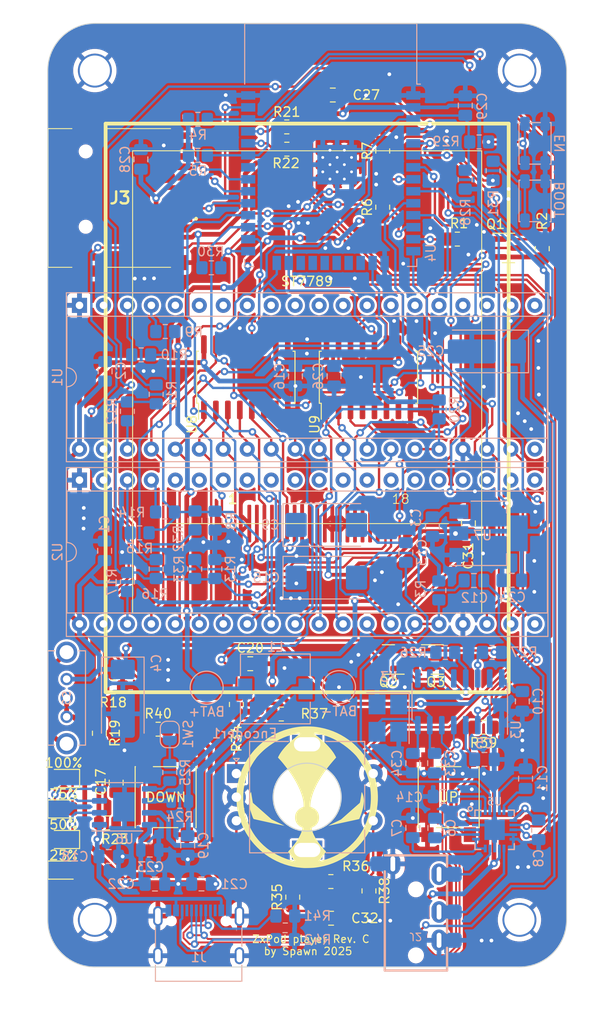
<source format=kicad_pcb>
(kicad_pcb (version 20241229) (generator "pcbnew") (generator_version "9.0")
  (title_block (title "ZxPod Player") (date "2025-04-10") (rev "C") (company "Spawn") (comment 2 "Spawn"))
  (layers (0 "F.Cu" signal) (2 "B.Cu" signal) (13 "F.Paste" user) (15 "B.Paste" user) (5 "F.SilkS" user "F.Silkscreen") (7 "B.SilkS" user "B.Silkscreen") (1 "F.Mask" user) (3 "B.Mask" user) (25 "Edge.Cuts" user))
  (net 0 "")
  (net 1 "GND")
  (net 2 "Bat+")
  (net 3 "+5V")
  (net 4 "+3.3V")
  (net 5 "Net-(U3-XI)")
  (net 6 "Net-(U3-V3)")
  (net 7 "MIX_L")
  (net 8 "Net-(U5-CPN)")
  (net 9 "Net-(U5-CPP)")
  (net 10 "MIX_R")
  (net 11 "Net-(U5-CPVSS)")
  (net 12 "Net-(U3-XO)")
  (net 13 "AYMIX_L")
  (net 14 "HP_L")
  (net 15 "HP_R")
  (net 16 "Net-(U5-RIGHTINM)")
  (net 17 "Net-(SW2-B)")
  (net 18 "Net-(SW3-B)")
  (net 19 "Net-(U5-RIGHTINP)")
  (net 20 "Net-(U5-LEFTINP)")
  (net 21 "Vin")
  (net 22 "TFT_CS")
  (net 23 "TFT_LED")
  (net 24 "TFT_PWM")
  (net 25 "SCL")
  (net 26 "SDA")
  (net 27 "Vsens")
  (net 28 "AYMIX_R")
  (net 29 "ENC_A")
  (net 30 "ESP_EN")
  (net 31 "SD_CS")
  (net 32 "595_DATA")
  (net 33 "BT_DN")
  (net 34 "BT_UP")
  (net 35 "AY_BC1")
  (net 36 "AY_RST")
  (net 37 "AY_CLK")
  (net 38 "AY_D7")
  (net 39 "AY_D6")
  (net 40 "AY_D5")
  (net 41 "AY_D4")
  (net 42 "AY_D3")
  (net 43 "AY_D2")
  (net 44 "AY_D1")
  (net 45 "AY_D0")
  (net 46 "Net-(U5-LEFTINM)")
  (net 47 "Net-(C17-Pad2)")
  (net 48 "Net-(U6-Vout)")
  (net 49 "Net-(D1-K)")
  (net 50 "Net-(D1-A)")
  (net 51 "Net-(D3-A)")
  (net 52 "UD-")
  (net 53 "UD+")
  (net 54 "Net-(J1-CC1)")
  (net 57 "Net-(U6-SW)")
  (net 58 "Net-(Q1-B)")
  (net 59 "RX0")
  (net 60 "TX0")
  (net 61 "Net-(U6-BAT)")
  (net 62 "Net-(U6-KEY)")
  (net 63 "Net-(R25-Pad2)")
  (net 72 "unconnected-(U1-IOB1-Pad12)")
  (net 88 "ENC_B")
  (net 89 "Net-(Encoder1-PadA)")
  (net 90 "Net-(Encoder1-PadB)")
  (net 91 "ENC_OK")
  (net 92 "SPI_MOSI")
  (net 93 "SPI_CLK")
  (net 94 "SPI_MISO")
  (net 95 "Net-(Q2-B)")
  (net 96 "Net-(Q2-E)")
  (net 97 "Net-(Q3-B)")
  (net 98 "Net-(Q3-E)")
  (net 99 "AY2_A8")
  (net 100 "AY1_A")
  (net 101 "AY1_B")
  (net 102 "AY1_C")
  (net 103 "AY2_A")
  (net 104 "AY2_B")
  (net 105 "AY2_C")
  (net 106 "USB_SENS")
  (net 107 "AY1_A8")
  (net 108 "Net-(U4-TXD0{slash}IO1)")
  (net 109 "Net-(U4-RXD0{slash}IO3)")
  (net 110 "DAC_SOUND_L")
  (net 111 "TFT_DC")
  (net 116 "AY1_BDIR")
  (net 135 "AY2_BDIR")
  (net 137 "DAC_SOUND_R")
  (net 144 "595_LATCH")
  (net 145 "595_CLOCK")
  (net 146 "TFT_CLK")
  (net 149 "Net-(U8-QH')")
  (net 154 "TFT_MOSI")
  (net 155 "Net-(J1-CC2)")
  (footprint "Capacitor_SMD:C_0805_2012Metric_Pad1.18x1.45mm_HandSolder" (layer "F.Cu") (at 50.0362 114.8334 180)
    (property "Reference" "C32")
    (property "Value" "100n")
  )
  (footprint "mod:ST7789" (layer "F.Cu") (at 47.5 58)
    (property "Reference" "TFT1" (hide yes))
    (property "Value" "ST7789")
  )
  (footprint "Resistor_SMD:R_0805_2012Metric_Pad1.20x1.40mm_HandSolder" (layer "F.Cu") (at 25.48 95.23 -90)
    (property "Reference" "R19")
    (property "Value" "0")
  )
  (footprint "Resistor_SMD:R_0805_2012Metric_Pad1.20x1.40mm_HandSolder" (layer "F.Cu") (at 45.974 112.5982 90)
    (property "Reference" "R35")
    (property "Value" "10K")
  )
  (footprint "Package_TO_SOT_SMD:SOT-23" (layer "F.Cu") (at 56.11 87.41 180)
    (property "Reference" "Q2")
    (property "Value" "BC817" (hide yes))
  )
  (footprint "Resistor_SMD:R_0805_2012Metric_Pad1.20x1.40mm_HandSolder" (layer "F.Cu") (at 63.42 42.86 180)
    (property "Reference" "R1")
    (property "Value" "1K")
  )
  (footprint "Resistor_SMD:R_0805_2012Metric_Pad1.20x1.40mm_HandSolder" (layer "F.Cu") (at 50.0126 110.9472)
    (property "Reference" "R36")
    (property "Value" "10K")
  )
  (footprint "Package_TO_SOT_SMD:SOT-23" (layer "F.Cu") (at 68.84 43.8)
    (property "Reference" "Q1")
    (property "Value" "BC807" (hide yes))
  )
  (footprint "Resistor_SMD:R_0805_2012Metric_Pad1.20x1.40mm_HandSolder" (layer "F.Cu") (at 40 92.18 -90)
    (property "Reference" "R34")
    (property "Value" "10K")
  )
  (footprint "Resistor_SMD:R_0805_2012Metric_Pad1.20x1.40mm_HandSolder" (layer "F.Cu") (at 72.42 43.87 -90)
    (property "Reference" "R2")
    (property "Value" "10K")
  )
  (footprint "Resistor_SMD:R_0805_2012Metric_Pad1.20x1.40mm_HandSolder" (layer "F.Cu") (at 26.94 90.32 180)
    (property "Reference" "R18")
    (property "Value" "10K")
  )
  (footprint "" (layer "F.Cu") (at 70 25 90)
    (property "Reference" "")
    (property "Value" "")
  )
  (footprint "Package_SO:SO-16_5.3x10.2mm_P1.27mm" (layer "F.Cu") (at 41 57.5 90)
    (property "Reference" "U8")
    (property "Value" "74HC595" (hide yes))
  )
  (footprint "Resistor_SMD:R_0805_2012Metric_Pad1.20x1.40mm_HandSolder" (layer "F.Cu") (at 55.51 39.48 90)
    (property "Reference" "R6")
    (property "Value" "100K")
  )
  (footprint "" (layer "F.Cu") (at 25 115 90)
    (property "Reference" "")
    (property "Value" "")
  )
  (footprint "Resistor_SMD:R_0805_2012Metric_Pad1.20x1.40mm_HandSolder" (layer "F.Cu") (at 54.0512 111.9378 -90)
    (property "Reference" "R38")
    (property "Value" "10K")
  )
  (footprint "LED_SMD:LED_0805_2012Metric" (layer "F.Cu") (at 21.7 103.25)
    (property "Reference" "D3" (hide yes))
    (property "Value" "75%")
  )
  (footprint "" (layer "F.Cu") (at 70 115 90)
    (property "Reference" "")
    (property "Value" "")
  )
  (footprint "Resistor_SMD:R_0805_2012Metric_Pad1.20x1.40mm_HandSolder" (layer "F.Cu") (at 31.71 94.8)
    (property "Reference" "R40")
    (property "Value" "10K")
  )
  (footprint "Button_Switch_SMD:SW_Push_1P1T_NO_6x6mm_H9.5mm" (layer "F.Cu") (at 62.5 102 90)
    (property "Reference" "S4" (hide yes))
    (property "Value" "UP")
  )
  (footprint "Package_SO:SO-16_5.3x10.2mm_P1.27mm" (layer "F.Cu") (at 54 57.5 90)
    (property "Reference" "U9")
    (property "Value" "74HC595" (hide yes))
  )
  (footprint "Rotary_Encoder:RotaryEncoder_Alps_EC11E-Switch_Vertical_H20mm" (layer "F.Cu") (at 47.5 102)
    (property "Reference" "Encoder1")
    (property "Value" "RotaryEncoder_Switch" (hide yes))
    (fp_circle (center 0 0) (end 3.6 0) (stroke (width 0.12)) (fill no) (layer "Edge.Cuts"))
  )
  (footprint "Resistor_SMD:R_0805_2012Metric_Pad1.20x1.40mm_HandSolder" (layer "F.Cu") (at 44.76 93.19 180)
    (property "Reference" "R37")
    (property "Value" "10K")
  )
  (footprint "Package_TO_SOT_SMD:SOT-23" (layer "F.Cu") (at 61.29 87.41)
    (property "Reference" "Q3")
    (property "Value" "BC817" (hide yes))
  )
  (footprint "Resistor_SMD:R_0805_2012Metric_Pad1.20x1.40mm_HandSolder" (layer "F.Cu") (at 55.51 33.52 90)
    (property "Reference" "R7")
    (property "Value" "20K")
  )
  (footprint "LED_SMD:LED_0805_2012Metric" (layer "F.Cu") (at 21.7 106.49 180)
    (property "Reference" "D2" (hide yes))
    (property "Value" "50%")
  )
  (footprint "mod:TFP09212B" (layer "F.Cu") (at 20.03 38.5)
    (property "Reference" "J3")
    (property "Value" "SD Card" (hide yes))
  )
  (footprint "Capacitor_SMD:C_0805_2012Metric_Pad1.18x1.45mm_HandSolder" (layer "F.Cu") (at 41.47 87.86)
    (property "Reference" "C20")
    (property "Value" "100n")
  )
  (footprint "mod:spawnllogo" (layer "F.Cu") (at 47.5 102)
    (property "Reference" "G***" (hide yes))
    (property "Value" "LOGO" (hide yes))
  )
  (footprint "Resistor_SMD:R_0805_2012Metric_Pad1.20x1.40mm_HandSolder" (layer "F.Cu") (at 66.2 94.59 180)
    (property "Reference" "R39")
    (property "Value" "10K")
  )
  (footprint "LED_SMD:LED_0805_2012Metric" (layer "F.Cu") (at 21.7 100.02 180)
    (property "Reference" "D4" (hide yes))
    (property "Value" "100%")
  )
  (footprint "" (layer "F.Cu") (at 25 25 90)
    (property "Reference" "")
    (property "Value" "")
  )
  (footprint "Capacitor_SMD:C_0805_2012Metric_Pad1.18x1.45mm_HandSolder" (layer "F.Cu") (at 50.22 27.59 180)
    (property "Reference" "C27")
    (property "Value" "100n")
  )
  (footprint "Capacitor_SMD:C_0805_2012Metric_Pad1.18x1.45mm_HandSolder" (layer "F.Cu") (at 64.5922 72.9742 -90)
    (property "Reference" "C31")
    (property "Value" "100n")
  )
  (footprint "Capacitor_SMD:C_0805_2012Metric_Pad1.18x1.45mm_HandSolder" (layer "F.Cu") (at 27.26 100.46 -90)
    (property "Reference" "C17")
    (property "Value" "10uf")
  )
  (footprint "Resistor_SMD:R_0805_2012Metric_Pad1.20x1.40mm_HandSolder" (layer "F.Cu") (at 45.35 33.33 180)
    (property "Reference" "R22")
    (property "Value" "470")
  )
  (footprint "Resistor_SMD:R_0805_2012Metric_Pad1.20x1.40mm_HandSolder" (layer "F.Cu") (at 45.34 30.97 180)
    (property "Reference" "R21")
    (property "Value" "470")
  )
  (footprint "Resistor_SMD:R_0805_2012Metric" (layer "F.Cu") (at 26.34 104.73)
    (property "Reference" "R23")
    (property "Value" "0.1R" (hide yes))
  )
  (footprint "Button_Switch_SMD:SW_Push_1P1T_NO_6x6mm_H9.5mm" (layer "F.Cu") (at 32.5 102 -90)
    (property "Reference" "S2" (hide yes))
    (property "Value" "DOWN")
  )
  (footprint "LED_SMD:LED_0805_2012Metric" (layer "F.Cu") (at 21.7 109.73)
    (property "Reference" "D1" (hide yes))
    (property "Value" "25%")
  )
  (footprint "Package_DIP:DIP-40_W15.24mm_Socket" (layer "B.Cu") (at 47.5 76 -90)
    (property "Reference" "U2")
    (property "Value" "AY-3-8910" (hide yes))
  )
  (footprint "Capacitor_SMD:C_0805_2012Metric_Pad1.18x1.45mm_HandSolder" (layer "B.Cu") (at 50.35 57.39 -90)
    (property "Reference" "C26")
    (property "Value" "100n")
  )
  (footprint "Capacitor_SMD:C_0805_2012Metric_Pad1.18x1.45mm_HandSolder" (layer "B.Cu") (at 46.26 57.39 -90)
    (property "Reference" "C16")
    (property "Value" "100n")
  )
  (footprint "Resistor_SMD:R_0805_2012Metric_Pad1.20x1.40mm_HandSolder" (layer "B.Cu") (at 45.1866 114.6048)
    (property "Reference" "R41")
    (property "Value" "5K1")
  )
  (footprint "Resistor_SMD:R_0805_2012Metric" (layer "B.Cu") (at 34 102.44)
    (property "Reference" "R24")
    (property "Value" "0.5R" (hide yes))
  )
  (footprint "Capacitor_SMD:C_0805_2012Metric_Pad1.18x1.45mm_HandSolder" (layer "B.Cu") (at 26.47 108.29 180)
    (property "Reference" "C18")
    (property "Value" "10uf")
  )
  (footprint "Resistor_SMD:R_0805_2012Metric_Pad1.20x1.40mm_HandSolder" (layer "B.Cu") (at 32.46 52.6542 180)
    (property "Reference" "R9")
    (property "Value" "4.7K")
  )
  (footprint "Capacitor_SMD:C_0805_2012Metric_Pad1.18x1.45mm_HandSolder" (layer "B.Cu") (at 58.6994 105.2576 -90)
    (property "Reference" "C7")
    (property "Value" "100n")
  )
  (footprint "Capacitor_SMD:C_0805_2012Metric_Pad1.18x1.45mm_HandSolder" (layer "B.Cu") (at 60.7822 73.3298 -90)
    (property "Reference" "C3")
    (property "Value" "100n")
  )
  (footprint "Resistor_SMD:R_0805_2012Metric_Pad1.20x1.40mm_HandSolder" (layer "B.Cu") (at 28.45 79.1972 -90)
    (property "Reference" "R17")
    (property "Value" "4.7K")
  )
  (footprint "TestPoint:TestPoint_Pad_D3.0mm" (layer "B.Cu") (at 50.8762 90.3478 180)
    (property "Reference" "BAT-1" (hide yes))
    (property "Value" "BAT-")
  )
  (footprint "footprints:SW_SPST_PTS810_handsoldering" (layer "B.Cu") (at 71.6534 32.7152 90)
    (property "Reference" "SW2" (hide yes))
    (property "Value" "EN")
  )
  (footprint "Package_SO:SOIC-16_3.9x9.9mm_P1.27mm" (layer "B.Cu") (at 63.675 91.895 90)
    (property "Reference" "U3")
    (property "Value" "CH340G" (hide yes))
  )
  (footprint "footprints:AUDIO_JACK_3.5MM_SMD_TRRS_rounded_mixed" (layer "B.Cu") (at 59.0296 120.37006 90)
    (property "Reference" "J2")
    (property "Value" "MiniJack" (hide yes))
  )
  (footprint "Resistor_SMD:R_0805_2012Metric_Pad1.20x1.40mm_HandSolder" (layer "B.Cu") (at 35.92 33.98)
    (property "Reference" "R5")
    (property "Value" "4.7K")
  )
  (footprint "footprints:CP_EIA-7343-31_Kemet-D-uni" (layer "B.Cu") (at 27.96 91.57 -90)
    (property "Reference" "C4")
    (property "Value" "100uf")
  )
  (footprint "Resistor_SMD:R_0805_2012Metric_Pad1.20x1.40mm_HandSolder" (layer "B.Cu") (at 62.1444 86.6648 180)
    (property "Reference" "R26")
    (property "Value" "10K")
  )
  (footprint "Capacitor_Tantalum_SMD:CP_EIA-7343-31_Kemet-D_Pad2.25x2.55mm_HandSolder" (layer "B.Cu") (at 49.53 78.74)
    (property "Reference" "C15")
    (property "Value" "100u")
  )
  (footprint "Capacitor_SMD:C_0805_2012Metric_Pad1.18x1.45mm_HandSolder" (layer "B.Cu") (at 26.0858 56.8706 -90)
    (property "Reference" "C2")
    (property "Value" "100n")
  )
  (footprint "Resistor_SMD:R_0805_2012Metric_Pad1.20x1.40mm_HandSolder" (layer "B.Cu") (at 35.92 30.17)
    (property "Reference" "R4")
    (property "Value" "4.7K")
  )
  (footprint "Resistor_SMD:R_0805_2012Metric_Pad1.20x1.40mm_HandSolder" (layer "B.Cu") (at 32.4358 71.7804 180)
    (property "Reference" "R14")
    (property "Value" "4.7K")
  )
  (footprint "Resistor_SMD:R_0805_2012Metric_Pad1.20x1.40mm_HandSolder" (layer "B.Cu") (at 65.73 32.56)
    (property "Reference" "R29")
    (property "Value" "220")
  )
  (footprint "Resistor_SMD:R_0805_2012Metric_Pad1.20x1.40mm_HandSolder" (layer "B.Cu") (at 28.448 61.1124 -90)
    (property "Reference" "R12")
    (property "Value" "4.7K")
  )
  (footprint "Capacitor_SMD:C_0805_2012Metric_Pad1.18x1.45mm_HandSolder" (layer "B.Cu") (at 65.1764 79.0448 180)
    (property "Reference" "C12")
    (property "Value" "470n")
  )
  (footprint "Resistor_SMD:R_0805_2012Metric_Pad1.20x1.40mm_HandSolder" (layer "B.Cu") (at 37.35 45.9)
    (property "Reference" "R30")
    (property "Value" "10K")
  )
  (footprint "Resistor_SMD:R_0805_2012Metric_Pad1.20x1.40mm_HandSolder" (layer "B.Cu") (at 61.4934 60.9092 90)
    (property "Reference" "R20")
    (property "Value" "1K")
  )
  (footprint "Capacitor_SMD:C_0805_2012Metric_Pad1.18x1.45mm_HandSolder" (layer "B.Cu") (at 69.1896 79.0194 180)
    (property "Reference" "C24")
    (property "Value" "100n")
  )
  (footprint "Capacitor_SMD:C_0805_2012Metric_Pad1.18x1.45mm_HandSolder" (layer "B.Cu") (at 34.84 107.12 90)
    (property "Reference" "C19")
    (property "Value" "22uf")
  )
  (footprint "Capacitor_SMD:C_0805_2012Metric_Pad1.18x1.45mm_HandSolder" (layer "B.Cu") (at 64.26 28.71 90)
    (property "Reference" "C29")
    (property "Value" "100n")
  )
  (footprint "Resistor_SMD:R_0805_2012Metric_Pad1.20x1.40mm_HandSolder" (layer "B.Cu") (at 35.5854 77.8256 90)
    (property "Reference" "R33")
    (property "Value" "1K")
  )
  (footprint "Resistor_SMD:R_0805_2012Metric_Pad1.20x1.40mm_HandSolder" (layer "B.Cu") (at 67.2084 35.6108 90)
    (property "Reference" "R31")
    (property "Value" "220")
  )
  (footprint "Resistor_SMD:R_0805_2012Metric_Pad1.20x1.40mm_HandSolder" (layer "B.Cu") (at 37.7444 72.6948 -90)
    (property "Reference" "R8")
    (property "Value" "510")
  )
  (footprint "Capacitor_SMD:C_0805_2012Metric_Pad1.18x1.45mm_HandSolder" (layer "B.Cu") (at 61.0362 105.27 90)
    (property "Reference" "C6")
    (property "Value" "100n")
  )
  (footprint "Capacitor_SMD:C_0805_2012Metric_Pad1.18x1.45mm_HandSolder" (layer "B.Cu") (at 70.65 100.04 -90)
    (property "Reference" "C11")
    (property "Value" "470n")
  )
  (footprint "mod:QFN50P400X400X80-21N" (layer "B.Cu") (at 67.3694 105.4612 -90)
    (property "Reference" "U5")
    (property "Value" "TPA6130A2RTJTG4" (hide yes))
  )
  (footprint "Capacitor_SMD:C_0805_2012Metric_Pad1.18x1.45mm_HandSolder" (layer "B.Cu") (at 26.035 75.8952 -90)
    (property "Reference" "C1")
    (property "Value" "100n")
  )
  (footprint "Jumper:SolderJumper-2_P1.3mm_Open_RoundedPad1.0x1.5mm" (layer "B.Cu") (at 32.94 95.36 -90)
    (property "Reference" "SW1")
    (property "Value" "Check bat" (hide yes))
  )
  (footprint "Resistor_SMD:R_0805_2012Metric_Pad1.20x1.40mm_HandSolder" (layer "B.Cu") (at 35.6108 72.6694 -90)
    (property "Reference" "R32")
    (property "Value" "1K")
  )
  (footprint "RF_Module:ESP32-WROOM-32" (layer "B.Cu") (at 50 35.88 180)
    (property "Reference" "U4")
    (property "Value" "ESP32-WROOM-32")
  )
  (footprint "Inductor_SMD:L_7.3x7.3_H3.5" (layer "B.Cu") (at 44.13 90.53 180)
    (property "Reference" "L1")
    (property "Value" "1UH" (hide yes))
  )
  (footprint "Capacitor_SMD:C_0805_2012Metric_Pad1.18x1.45mm_HandSolder" (layer "B.Cu") (at 36.3 111.2 180)
    (property "Reference" "C21")
    (property "Value" "22uf")
  )
  (footprint "Resistor_SMD:R_0805_2012Metric_Pad1.20x1.40mm_HandSolder" (layer "B.Cu") (at 37.719 77.8256 90)
    (property "Reference" "R13")
    (property "Value" "510")
  )
  (footprint "Resistor_SMD:R_0805_2012Metric" (layer "B.Cu") (at 32.94 99.38 90)
    (property "Reference" "R25")
    (property "Value" "10K" (hide yes))
  )
  (footprint "Capacitor_SMD:C_0805_2012Metric_Pad1.18x1.45mm_HandSolder" (layer "B.Cu") (at 57.9628 76.073 90)
    (property "Reference" "C13")
    (property "Value" "470n")
  )
  (footprint "Resistor_SMD:R_0805_2012Metric_Pad1.20x1.40mm_HandSolder" (layer "B.Cu") (at 64.25 36.56 90)
    (property "Reference" "R28")
    (property "Value" "10K")
  )
  (footprint "TestPoint:TestPoint_Pad_D3.0mm" (layer "B.Cu") (at 36.85 90.4 180)
    (property "Reference" "BAT+1" (hide yes))
    (property "Value" "BAT+")
  )
  (footprint "Resistor_SMD:R_0805_2012Metric_Pad1.20x1.40mm_HandSolder" (layer "B.Cu") (at 61.46 80.09 90)
    (property "Reference" "R3")
    (property "Value" "1K")
  )
  (footprint "Resistor_SMD:R_0805_2012Metric_Pad1.20x1.40mm_HandSolder" (layer "B.Cu") (at 29.91 55.13)
    (property "Reference" "R10")
    (property "Value" "10K")
  )
  (footprint "Capacitor_SMD:C_0805_2012Metric_Pad1.18x1.45mm_HandSolder" (layer "B.Cu") (at 58.6994 98.3996 90)
    (property "Reference" "C34")
    (property "Value" "22p")
  )
  (footprint "Crystal:Crystal_SMD_3225-4Pin_3.2x2.5mm_HandSoldering" (layer "B.Cu") (at 56.0578 93.6244 -90)
    (property "Reference" "Y3")
    (property "Value" "12MHz")
  )
  (footprint "Resistor_SMD:R_0805_2012Metric_Pad1.20x1.40mm_HandSolder" (layer "B.Cu") (at 67.09 86.66)
    (property "Reference" "R27")
    (property "Value" "10K")
  )
  (footprint "Capacitor_SMD:C_0805_2012Metric_Pad1.18x1.45mm_HandSolder" (layer "B.Cu") (at 61.0108 98.3996 90)
    (property "Reference" "C33")
    (property "Value" "22p")
  )
  (footprint "Connector_USB:USB_C_Receptacle_G-Switch_GT-USB-7010ASV" (layer "B.Cu") (at 36 117.729 180)
    (property "Reference" "J1")
    (property "Value" "USB_C_Receptacle_USB2.0_14P")
  )
  (footprint "Resistor_SMD:R_0805_2012Metric_Pad1.20x1.40mm_HandSolder" (layer "B.Cu") (at 31.5 77.83 90)
    (property "Reference" "R16")
    (property "Value" "10K")
  )
  (footprint "Package_SO:HSOP-8-1EP_3.9x4.9mm_P1.27mm_EP2.41x3.1mm" (layer "B.Cu") (at 28.14 103.025)
    (property "Reference" "U6")
    (property "Value" "IP5306" (hide yes))
  )
  (footprint "Capacitor_SMD:C_0805_2012Metric_Pad1.18x1.45mm_HandSolder" (layer "B.Cu") (at 61.8998 101.9302 180)
    (property "Reference" "C14")
    (property "Value" "470n")
  )
  (footprint "Resistor_SMD:R_0805_2012Metric_Pad1.20x1.40mm_HandSolder" (layer "B.Cu") (at 45.1612 117.094)
    (property "Reference" "R42")
    (property "Value" "5K1")
  )
  (footprint "Capacitor_SMD:C_0805_2012Metric_Pad1.18x1.45mm_HandSolder" (layer "B.Cu") (at 29.88 34.41 -90)
    (property "Reference" "C28")
    (property "Value" "100n")
  )
  (footprint "Resistor_SMD:R_0805_2012Metric_Pad1.20x1.40mm_HandSolder" (layer "B.Cu") (at 29.7434 73.9902)
    (property "Reference" "R15")
    (property "Value" "10K")
  )
  (footprint "Capacitor_Tantalum_SMD:CP_EIA-7343-31_Kemet-D_Pad2.25x2.55mm_HandSolder" (layer "B.Cu") (at 49.5302 73.152)
    (property "Reference" "C9")
    (property "Value" "100u")
  )
  (footprint "Resistor_SMD:R_0805_2012Metric_Pad1.20x1.40mm_HandSolder" (layer "B.Cu") (at 31.5 59.31 90)
    (property "Reference" "R11")
    (property "Value" "10K")
  )
  (footprint "Capacitor_SMD:C_0805_2012Metric_Pad1.18x1.45mm_HandSolder" (layer "B.Cu") (at 72.0344 105.4608 90)
    (property "Reference" "C8")
    (property "Value" "100n")
  )
  (footprint "Capacitor_SMD:C_0805_2012Metric_Pad1.18x1.45mm_HandSolder" (layer "B.Cu") (at 66.29 98 180)
    (property "Reference" "C5")
    (property "Value" "100n")
  )
  (footprint "mod:SW_EG1213" (layer "B.Cu") (at 22.01 91.49 90)
    (property "Reference" "S6")
    (property "Value" "EG1213")
  )
  (footprint "Package_DIP:DIP-40_W15.24mm_Socket" (layer "B.Cu") (at 47.5 57.5 -90)
    (property "Reference" "U1")
    (property "Value" "AY-3-8910" (hide yes))
  )
  (footprint "Capacitor_SMD:C_0805_2012Metric_Pad1.18x1.45mm_HandSolder" (layer "B.Cu") (at 31.37 111.21)
    (property "Reference" "C22")
    (property "Value" "22uf")
  )
  (footprint "footprints:CP_EIA-7343-31_Kemet-D-uni" (layer "B.Cu") (at 66.548 54.7624 180)
    (property "Reference" "C25")
    (property "Value" "47uf")
  )
  (footprint "Capacitor_SMD:C_0805_2012Metric" (layer "B.Cu") (at 30.82 107.61)
    (property "Reference" "C23")
    (property "Value" "22uf" (hide yes))
  )
  (footprint "footprints:SW_SPST_PTS810_handsoldering" (layer "B.Cu") (at 71.6534 38.8112 90)
    (property "Reference" "SW3" (hide yes))
    (property "Value" "BOOT")
  )
  (footprint "Capacitor_SMD:C_0805_2012Metric_Pad1.18x1.45mm_HandSolder" (layer "B.Cu") (at 70.3072 91.8464 90)
    (property "Reference" "C10")
    (property "Value" "100n")
  )
  (footprint "Package_TO_SOT_SMD:SOT-223-3_TabPin2" (layer "B.Cu") (at 66.7258 74.041)
    (property "Reference" "U7")
    (property "Value" "AMS1117-3.3" (hide yes))
  )
  (gr_circle (center 64.7954 103.2256) (end 64.9986 103.124) (stroke (width 0.15)) (fill no) (layer "B.SilkS"))
  (gr_arc (start 20 25) (mid 21.464466 21.464466) (end 25 20) (stroke (width 0.1)) (layer "Edge.Cuts"))
  (gr_arc (start 75 115) (mid 73.535534 118.535533) (end 70 120) (stroke (width 0.1)) (layer "Edge.Cuts"))
  (gr_arc (start 25 120) (mid 21.464466 118.535534) (end 20 115) (stroke (width 0.1)) (layer "Edge.Cuts"))
  (gr_arc (start 70 20) (mid 73.535533 21.464466) (end 75 25) (stroke (width 0.1)) (layer "Edge.Cuts"))
  (gr_line (start 75 25) (end 75 115) (stroke (width 0.1)) (layer "Edge.Cuts"))
  (gr_line (start 20 115) (end 20 25) (stroke (width 0.1)) (layer "Edge.Cuts"))
  (gr_line (start 70 120) (end 25 120) (stroke (width 0.1)) (layer "Edge.Cuts"))
  (gr_line (start 25 20) (end 70 20) (stroke (width 0.1)) (layer "Edge.Cuts"))
  (gr_text "ZxPod player Rev. C\n  by Spawn 2025" (at 41.61 118.8 0) (layer "F.SilkS") (effects (font (size 0.8 0.8) (thickness 0.12)) (justify left bottom)))
  (segment (start 43.42484 77.4944) (end 43.87716 77.4944) (width 0.5) (layer "F.Cu") (net 1))
  (segment (start 21.41 96.34) (end 22.01 96.34) (width 0.5) (layer "F.Cu") (net 1))
  (segment (start 44.8556 77.4944) (end 45.91 76.44) (width 0.5) (layer "F.Cu") (net 1))
  (segment (start 49.38 70.78) (end 48.86 70.26) (width 0.4) (layer "F.Cu") (net 1))
  (segment (start 43.424839 77.4944) (end 43.42484 77.4944) (width 0.5) (layer "F.Cu") (net 1))
  (segment (start 20.43 95.36) (end 21.41 96.34) (width 0.5) (layer "F.Cu") (net 1))
  (segment (start 50.97 73.01) (end 51.77 73.01) (width 0.4) (layer "F.Cu") (net 1))
  (segment (start 48.86 70.26) (end 47.56 70.26) (width 0.4) (layer "F.Cu") (net 1))
  (segment (start 43.87716 77.4944) (end 44.8556 77.4944) (width 0.5) (layer "F.Cu") (net 1))
  (segment (start 46.97 73.01) (end 46.97 75.84) (width 0.4) (layer "F.Cu") (net 1))
  (segment (start 42.945 87.86) (end 44.64 87.86) (width 0.4) (layer "F.Cu") (net 1))
  (segment (start 34.53 31.9) (end 32.36 31.9) (width 0.5) (layer "F.Cu") (net 1))
  (segment (start 43.40924 77.51) (end 43.409239 77.51) (width 0.5) (layer "F.Cu") (net 1))
  (segment (start 40.365 54.0375) (end 40.365 55.115) (width 0.5) (layer "F.Cu") (net 1))
  (segment (start 50.17 73.01) (end 50.97 73.01) (width 0.4) (layer "F.Cu") (net 1))
  (segment (start 58.6994 104.2201) (end 58.6994 104.4244) (width 0.4) (layer "F.Cu") (net 1))
  (segment (start 40.375 74.005) (end 41.37 73.01) (width 0.4) (layer "F.Cu") (net 1))
  (segment (start 58.5509 71.7081) (end 58.547 71.7042) (width 0.3) (layer "F.Cu") (net 1))
  (segment (start 49.38 73.01) (end 49.38 70.78) (width 0.4) (layer "F.Cu") (net 1))
  (segment (start 20.43 88.22) (end 20.43 95.36) (width 0.5) (layer "F.Cu") (net 1))
  (segment (start 40.365 55.115) (end 42.72 57.47) (width 0.5) (layer "F.Cu") (net 1))
  (segment (start 43.409239 77.51) (end 43.424839 77.4944) (width 0.5) (layer "F.Cu") (net 1))
  (segment (start 49.37 73.01) (end 50.17 73.01) (width 0.4) (layer "F.Cu") (net 1))
  (segment (start 44.64 87.86) (end 45.1 88.32) (width 0.4) (layer "F.Cu") (net 1))
  (segment (start 42.08 77.51) (end 43.40924 77.51) (width 0.5) (layer "F.Cu") (net 1))
  (segment (start 53.365 54.0375) (end 53.365 56.255) (width 0.5) (layer "F.Cu") (net 1))
  (segment (start 41.4 76.83) (end 42.08 77.51) (width 0.5) (layer "F.Cu") (net 1))
  (segment (start 46.97 70.85) (end 46.97 73.01) (width 0.4) (layer "F.Cu") (net 1))
  (segment (start 24.43 25.57) (end 25 25) (width 0.5) (layer "F.Cu") (net 1))
  (segment (start 45.91 76.44) (end 46.37 76.44) (width 0.5) (layer "F.Cu") (net 1))
  (segment (start 47.56 70.26) (end 46.97 70.85) (width 0.4) (layer "F.Cu") (net 1))
  (segment (start 22.01 86.64) (end 20.43 88.22) (width 0.5) (layer "F.Cu") (net 1))
  (segment (start 46.97 75.84) (end 46.37 76.44) (width 0.4) (layer "F.Cu") (net 1))
  (segment (start 34.53 35.2) (end 32.3 35.2) (width 0.5) (layer "F.Cu") (net 1))
  (segment (start 50.17 73.01) (end 49.38 73.01) (width 0.4) (layer "F.Cu") (net 1))
  (segment (start 40.575 76.83) (end 41.4 76.83) (width 0.5) (layer "F.Cu") (net 1))
  (segment (start 34.85 106.075) (end 34.75 105.975) (width 0.5) (layer "F.Cu") (net 1))
  (segment (start 40.375 76.63) (end 40.375 74.005) (width 0.4) (layer "F.Cu") (net 1))
  (segment (start 46.26 58.4275) (end 46.1625 58.525) (width 0.5) (layer "F.Cu") (net 1))
  (segment (start 38.87 27.6) (end 38.88 27.59) (width 0.5) (layer "F.Cu") (net 1))
  (segment (start 40.575 76.83) (end 40.375 76.63) (width 0.4) (layer "F.Cu") (net 1))
  (via (at 66.23 58.5) (size 0.8) (drill 0.4) (layers "F.Cu" "B.Cu") (net 1))
  (via (at 27.8918 76.03) (size 0.8) (drill 0.4) (layers "F.Cu" "B.Cu") (net 1))
  (via (at 71.6788 71.755) (size 0.8) (drill 0.4) (layers "F.Cu" "B.Cu") (net 1))
  (via (at 23.7998 73.533) (size 0.8) (drill 0.4) (layers "F.Cu" "B.Cu") (net 1))
  (via (at 64.9478 102.743) (size 0.8) (drill 0.4) (layers "F.Cu" "B.Cu") (net 1))
  (via (at 39.16 74.92) (size 0.8) (drill 0.4) (layers "F.Cu" "B.Cu") (net 1))
  (via (at 45.1 88.32) (size 0.8) (drill 0.4) (layers "F.Cu" "B.Cu") (net 1))
  (via (at 54.6862 79.0194) (size 0.8) (drill 0.4) (layers "F.Cu" "B.Cu") (net 1))
  (via (at 72.0598 59.3344) (size 0.8) (drill 0.4) (layers "F.Cu" "B.Cu") (net 1))
  (via (at 69.088 51.5366) (size 0.8) (drill 0.4) (layers "F.Cu" "B.Cu") (net 1))
  (via (at 70.3072 94.9452) (size 0.8) (drill 0.4) (layers "F.Cu" "B.Cu") (net 1))
  (via (at 49.4284 43.815) (size 0.8) (drill 0.4) (layers "F.Cu" "B.Cu") (net 1))
  (via (at 46.5836 41.148) (size 0.8) (drill 0.4) (layers "F.Cu" "B.Cu") (net 1))
  (via (at 46.37 76.44) (size 0.8) (drill 0.4) (layers "F.Cu" "B.Cu") (net 1))
  (via (at 23.8252 72.4408) (size 0.8) (drill 0.4) (layers "F.Cu" "B.Cu") (net 1))
  (via (at 58.6994 104.2201) (size 0.8) (drill 0.4) (layers "F.Cu" "B.Cu") (net 1))
  (via (at 55.2196 115.0874) (size 0.8) (drill 0.4) (layers "F.Cu" "B.Cu") (net 1))
  (via (at 63.9826 99.5172) (size 0.8) (drill 0.4) (layers "F.Cu" "B.Cu") (net 1))
  (via (at 62.992 99.5172) (size 0.8) (drill 0.4) (layers "F.Cu" "B.Cu") (net 1))
  (via (at 72.517 101.0666) (size 0.8) (drill 0.4) (layers "F.Cu" "B.Cu") (net 1))
  (via (at 31.52 109.33) (size 0.8) (drill 0.4) (layers "F.Cu" "B.Cu") (net 1))
  (via (at 57.15 81.5594) (size 0.8) (drill 0.4) (layers "F.Cu" "B.Cu") (net 1))
  (via (at 70.9422 109.3978) (size 0.8) (drill 0.4) (layers "F.Cu" "B.Cu") (net 1))
  (via (at 51.8668 43.815) (size 0.8) (drill 0.4) (layers "F.Cu" "B.Cu") (net 1))
  (via (at 38.87 27.6) (size 0.8) (drill 0.4) (layers "F.Cu" "B.Cu") (net 1))
  (via (at 47.498 53.467) (size 0.8) (drill 0.4) (layers "F.Cu" "B.Cu") (net 1))
  (via (at 57.6834 45.466) (size 0.8) (drill 0.4) (layers "F.Cu" "B.Cu") (net 1))
  (via (at 58.547 72.7964) (size 0.8) (drill 0.4) (layers "F.Cu" "B.Cu") (net 1))
  (via (at 59.8932 99.495) (size 0.8) (drill 0.4) (layers "F.Cu" "B.Cu") (net 1))
  (via (at 65.4812 41.3512) (size 0.8) (drill 0.4) (layers "F.Cu" "B.Cu") (net 1))
  (via (at 46.5328 38.9128) (size 0.8) (drill 0.4) (layers "F.Cu" "B.Cu") (net 1))
  (via (at 65.9892 117.1956) (size 0.8) (drill 0.4) (layers "F.Cu" "B.Cu") (net 1))
  (via (at 46.7106 80.9244) (size 0.8) (drill 0.4) (layers "F.Cu" "B.Cu") (net 1))
  (via (at 34.85 108.59) (size 0.8) (drill 0.4) (layers "F.Cu" "B.Cu") (net 1))
  (via (at 50.8762 90.3478) (size 0.8) (drill 0.4) (layers "F.Cu" "B.Cu") (net 1))
  (via (at 71.5772 76.962) (size 0.8) (drill 0.4) (layers "F.Cu" "B.Cu") (net 1))
  (via (at 47.4726 54.991) (size 0.8) (drill 0.4) (layers "F.Cu" "B.Cu") (net 1))
  (via (at 62.3062 32.4358) (size 0.8) (drill 0.4) (layers "F.Cu" "B.Cu") (net 1))
  (via (at 60.5536 41.7068) (size 0.8) (drill 0.4) (layers "F.Cu" "B.Cu") (net 1))
  (via (at 30.2514 47.0408) (size 0.8) (drill 0.4) (layers "F.Cu" "B.Cu") (net 1))
  (via (at 61.07 52.83) (size 0.8) (drill 0.4) (layers "F.Cu" "B.Cu") (net 1))
  (via (at 66.2432 42.0878) (size 0.8) (drill 0.4) (layers "F.Cu" "B.Cu") (net 1))
  (via (at 54.1274 115.1128) (size 0.8) (drill 0.4) (layers "F.Cu" "B.Cu") (net 1))
  (via (at 64.9478 101.1682) (size 0.8) (drill 0.4) (layers "F.Cu" "B.Cu") (net 1))
  (via (at 66.1416 76.1746) (size 0.8) (drill 0.4) (layers "F.Cu" "B.Cu") (net 1))
  (via (at 46.26 58.4275) (size 0.8) (drill 0.4) (layers "F.Cu" "B.Cu") (net 1))
  (via (at 30.1752 56.8452) (size 0.8) (drill 0.4) (layers "F.Cu" "B.Cu") (net 1))
  (via (at 32.766 87.4522) (size 0.8) (drill 0.4) (layers "F.Cu" "B.Cu") (net 1))
  (via (at 69.85 61.3156) (size 0.8) (drill 0.4) (layers "F.Cu" "B.Cu") (net 1))
  (via (at 71.5772 80.2386) (size 0.8) (drill 0.4) (layers "F.Cu" "B.Cu") (net 1))
  (via (at 54.815 37.084) (size 0.8) (drill 0.4) (layers "F.Cu" "B.Cu") (net 1))
  (via (at 70.5612 62.1538) (size 0.8) (drill 0.4) (layers "F.Cu" "B.Cu") (net 1))
  (via (at 68.834 38.608) (size 0.8) (drill 0.4) (layers "F.Cu" "B.Cu") (net 1))
  (via (at 65.28 69.59) (size 0.8) (drill 0.4) (layers "F.Cu" "B.Cu") (net 1))
  (via (at 56.7182 51.5366) (size 0.8) (drill 0.4) (layers "F.Cu" "B.Cu") (net 1))
  (via (at 67.0306 117.1956) (size 0.8) (drill 0.4) (layers "F.Cu" "B.Cu") (net 1))
  (via (at 64.5922 44.5008) (size 0.8) (drill 0.4) (layers "F.Cu" "B.Cu") (net 1))
  (via (at 56.95 32.06) (size 0.8) (drill 0.4) (layers "F.Cu" "B.Cu") (net 1))
  (via (at 44.7802 80.9244) (size 0.8) (drill 0.4) (layers "F.Cu" "B.Cu") (net 1))
  (via (at 52.1716 87.6554) (size 0.8) (drill 0.4) (layers "F.Cu" "B.Cu") (net 1))
  (via (at 49.9872 47.0408) (size 0.8) (drill 0.4) (layers "F.Cu" "B.Cu") (net 1))
  (via (at 52.9336 86.9188) (size 0.8) (drill 0.4) (layers "F.Cu" "B.Cu") (net 1))
  (via (at 40.3606 52.2986) (size 0.8) (drill 0.4) (layers "F.Cu" "B.Cu") (net 1))
  (via (at 59.09 51.55) (size 0.8) (drill 0.4) (layers "F.Cu" "B.Cu") (net 1))
  (via (at 52.5526 47.0154) (size 0.8) (drill 0.4) (layers "F.Cu" "B.Cu") (net 1))
  (via (at 40.575 76.83) (size 0.8) (drill 0.4) (layers "F.Cu" "B.Cu") (net 1))
  (via (at 45.7708 80.9244) (size 0.8) (drill 0.4) (layers "F.Cu" "B.Cu") (net 1))
  (via (at 66.2432 99.5172) (size 0.8) (drill 0.4) (layers "F.Cu" "B.Cu") (net 1))
  (via (at 54.815 35.941) (size 0.8) (drill 0.4) (layers "F.Cu" "B.Cu") (net 1))
  (via (at 62.3062 31.4198) (size 0.8) (drill 0.4) (layers "F.Cu" "B.Cu") (net 1))
  (via (at 27.945 108.29) (size 0.8) (drill 0.4) (layers "F.Cu" "B.Cu") (net 1))
  (via (at 32.766 89.5858) (size 0.8) (drill 0.4) (layers "F.Cu" "B.Cu") (net 1))
  (via (at 53.19 57.48) (size 0.8) (drill 0.4) (layers "F.Cu" "B.Cu") (net 1))
  (via (at 72.517 102.108) (size 0.8) (drill 0.4) (layers "F.Cu" "B.Cu") (net 1))
  (via (at 56.3118 115.0874) (size 0.8) (drill 0.4) (layers "F.Cu" "B.Cu") (net 1))
  (via (at 72.009 56.515) (size 0.8) (drill 0.4) (layers "F.Cu" "B.Cu") (net 1))
  (via (at 71.247 62.992) (size 0.8) (drill 0.4) (layers "F.Cu" "B.Cu") (net 1))
  (via (at 31.2674 47.0154) (size 0.8) (drill 0.4) (layers "F.Cu" "B.Cu") (net 1))
  (via (at 58.547 71.7042) (size 0.8) (drill 0.4) (layers "F.Cu" "B.Cu") (net 1))
  (via (at 47.5742 41.148) (size 0.8) (drill 0.4) (layers "F.Cu" "B.Cu") (net 1))
  (via (at 53.74 27.63) (size 0.8) (drill 0.4) (layers "F.Cu" "B.Cu") (net 1))
  (via (at 29.2354 47.0408) (size 0.8) (drill 0.4) (layers "F.Cu" "B.Cu") (net 1))
  (via (at 45.5422 39.37) (size 0.8) (drill 0.4) (layers "F.Cu" "B.Cu") (net 1))
  (via (at 68.8594 37.5412) (size 0.8) (drill 0.4) (layers "F.Cu" "B.Cu") (net 1))
  (via (at 72.009 53.6448) (size 0.8) (drill 0.4) (layers "F.Cu" "B.Cu") (net 1))
  (via (at 33.84 111.2) (size 0.8) (drill 0.4) (layers "F.Cu" "B.Cu") (net 1))
  (via (at 69.8246 109.4232) (size 0.8) (drill 0.4) (layers "F.Cu" "B.Cu") (net 1))
  (via (at 70.3072 97.028) (size 0.8) (drill 0.4) (layers "F.Cu" "B.Cu") (net 1))
  (via (at 70.3072 95.9866) (size 0.8) (drill 0.4) (layers "F.Cu" "B.Cu") (net 1))
  (via (at 31.1912 56.8452) (size 0.8) (drill 0.4) (layers "F.Cu" "B.Cu") (net 1))
  (via (at 36.5 74.98) (size 0.8) (drill 0.4) (layers "F.Cu" "B.Cu") (net 1))
  (via (at 55.4228 78.1558) (size 0.8) (drill 0.4) (layers "F.Cu" "B.Cu") (net 1))
  (via (at 32.3 32.93) (size 0.8) (drill 0.4) (layers "F.Cu" "B.Cu") (net 1))
  (via (at 23.8252 71.3486) (size 0.8) (drill 0.4) (layers "F.Cu" "B.Cu") (net 1))
  (via (at 57.85 90.3478) (size 0.8) (drill 0.4) (layers "F.Cu" "B.Cu") (net 1))
  (via (at 32.766 88.519) (size 0.8) (drill 0.4) (layers "F.Cu" "B.Cu") (net 1))
  (via (at 56.21 25.39) (size 0.8) (drill 0.4) (layers "F.Cu" "B.Cu") (net 1))
  (via (at 28.14 97.04) (size 0.8) (drill 0.4) (layers "F.Cu" "B.Cu") (net 1))
  (segment (start 39.2 112.8698) (end 39.497 112.5728) (width 0.6) (layer "B.Cu") (net 1))
  (segment (start 69.6061 92.8839) (end 70.3072 92.8839) (width 0.5) (layer "B.Cu") (net 1))
  (segment (start 38.87 27.6) (end 41.22 27.6) (width 0.5) (layer "B.Cu") (net 1))
  (segment (start 38.76 75.59) (end 39.72 76.55) (width 0.4) (layer "B.Cu") (net 1))
  (segment (start 40.575 76.83) (end 40.39 76.83) (width 0.5) (layer "B.Cu") (net 1))
  (segment (start 69.3506 105.9692) (end 67.8774 105.9692) (width 0.3) (layer "B.Cu") (net 1))
  (segment (start 57.1246 97.8662) (end 57.2078 97.783) (width 0.3) (layer "B.Cu") (net 1))
  (segment (start 39.2 114.004) (end 39.2 112.8698) (width 0.6) (layer "B.Cu") (net 1))
  (segment (start 28.14 93.35) (end 27.96 93.17) (width 0.5) (layer "B.Cu") (net 1))
  (segment (start 59.817 70.4342) (end 58.547 71.7042) (width 0.4) (layer "B.Cu") (net 1))
  (segment (start 27.945 103.22) (end 28.14 103.025) (width 0.5) (layer "B.Cu") (net 1))
  (segment (start 69.3506 106.4518) (end 69.8318 106.4518) (width 0.3) (layer "B.Cu") (net 1))
  (segment (start 59.7408 101.9302) (end 60.8623 101.9302) (width 0.5) (layer "B.Cu") (net 1))
  (segment (start 67.3694 100.872) (end 67.3608 100.8634) (width 0.3) (layer "B.Cu") (net 1))
  (segment (start 60.6806 74.3673) (end 60.7822 74.3673) (width 0.5) (layer "B.Cu") (net 1))
  (segment (start 41.22 27.6) (end 41.25 27.63) (width 0.5) (layer "B.Cu") (net 1))
  (segment (start 67.3694 103.48) (end 67.3694 100.872) (width 0.3) (layer "B.Cu") (net 1))
  (segment (start 65.1464 82.5036) (end 65.1464 77.9116) (width 0.5) (layer "B.Cu") (net 1))
  (segment (start 69.8318 106.4518) (end 70.157 106.777) (width 0.3) (layer "B.Cu") (net 1))
  (segment (start 32.855 111.2) (end 32.845 111.21) (width 0.5) (layer "B.Cu") (net 1))
  (segment (start 58.6994 99.4371) (end 58.6955 99.4371) (width 0.3) (layer "B.Cu") (net 1))
  (segment (start 71.7557 106.777) (end 72.0344 106.4983) (width 0.3) (layer "B.Cu") (net 1))
  (segment (start 65.28 66.39) (end 64.01 65.12) (width 0.5) (layer "B.Cu") (net 1))
  (segment (start 28.14 94.8625) (end 28.14 93.35) (width 0.5) (layer "B.Cu") (net 1))
  (segment (start 34.84 108.595) (end 34.845 108.595) (width 0.5) (layer "B.Cu") (net 1))
  (segment (start 58.6994 104.2201) (end 58.6994 102.9716) (width 0.5) (layer "B.Cu") (net 1))
  (segment (start 68.12 94.37) (end 69.6061 92.8839) (width 0.5) (layer "B.Cu") (net 1))
  (segment (start 34.22 75.98) (end 34.61 75.59) (width 0.4) (layer "B.Cu") (net 1))
  (segment (start 32.3744 77.8256) (end 30.2656 77.8256) (width 0.4) (layer "B.Cu") (net 1))
  (segment (start 49.85 107.6) (end 47.5 107.6) (width 0.5) (layer "B.Cu") (net 1))
  (segment (start 58.6994 102.9716) (end 59.7408 101.9302) (width 0.5) (layer "B.Cu") (net 1))
  (segment (start 62.1538 87.6046) (end 62.1538 85.4962) (width 0.4) (layer "B.Cu") (net 1))
  (segment (start 65.3882 104.9532) (end 66.8614 104.9532) (width 0.3) (layer "B.Cu") (net 1))
  (segment (start 34.845 108.595) (end 34.85 108.59) (width 0.5) (layer "B.Cu") (net 1))
  (segment (start 50.8762 90.3478) (end 50.7746 90.3478) (width 0.4) (layer "B.Cu") (net 1))
  (segment (start 69.505 25.495) (end 70 25) (width 0.5) (layer "B.Cu") (net 1))
  (segment (start 63.4094 76.1746) (end 63.3548 76.12) (width 0.5) (layer "B.Cu") (net 1))
  (segment (start 32.9125 94.6825) (end 32.94 94.71) (width 0.5) (layer "B.Cu") (net 1))
  (segment (start 67.8774 105.9692) (end 67.3694 105.4612) (width 0.3) (layer "B.Cu") (net 1))
  (segment (start 45.56 96.4) (end 47.5 96.4) (width 0.5) (layer "B.Cu") (net 1))
  (segment (start 39.72 76.55) (end 39.72 76.84) (width 0.4) (layer "B.Cu") (net 1))
  (segment (start 69.3506 106.4518) (end 69.3506 105.9692) (width 0.3) (layer "B.Cu") (net 1))
  (segment (start 66.8614 104.9532) (end 67.3694 105.4612) (width 0.3) (layer "B.Cu") (net 1))
  (segment (start 70.157 106.777) (end 71.7557 106.777) (width 0.3) (layer "B.Cu") (net 1))
  (segment (start 65.28 69.59) (end 64.4358 70.4342) (width 0.4) (layer "B.Cu") (net 1))
  (segment (start 67.3694 107.4424) (end 67.3694 105.4612) (width 0.3) (layer "B.Cu") (net 1))
  (segment (start 47.5 107.6) (end 45.39 107.6) (width 0.5) (layer "B.Cu") (net 1))
  (segment (start 57.2078 97.783) (end 57.2078 95.0744) (width 0.3) (layer "B.Cu") (net 1))
  (segment (start 59.8932 99.495) (end 59.9532 99.435) (width 0.4) (layer "B.Cu") (net 1))
  (segment (start 68.56 105.9692) (end 67.8774 105.9692) (width 0.3) (layer "B.Cu") (net 1))
  (segment (start 58.6955 99.4371) (end 57.1246 97.8662) (width 0.3) (layer "B.Cu") (net 1))
  (segment (start 56.23 25.41) (end 56.21 25.39) (width 0.5) (layer "B.Cu") (net 1))
  (segment (start 67.3694 103.48) (end 67.3694 105.4612) (width 0.3) (layer "B.Cu") (net 1))
  (segment (start 34.825 108.61) (end 34.84 108.595) (width 0.5) (layer "B.Cu") (net 1))
  (segment (start 64.4358 70.4342) (end 59.817 70.4342) (width 0.4) (layer "B.Cu") (net 1))
  (segment (start 34.22 75.98) (end 32.3744 77.8256) (width 0.4) (layer "B.Cu") (net 1))
  (segment (start 28.14 94.8625) (end 27.96 94.6825) (width 0.5) (layer "B.Cu") (net 1))
  (segment (start 34.61 75.59) (end 38.76 75.59) (width 0.4) (layer "B.Cu") (net 1))
  (segment (start 65.28 69.59) (end 65.28 66.39) (width 0.5) (layer "B.Cu") (net 1))
  (segment (start 38.68 48) (end 35.48 48) (width 0.5) (layer "F.Cu") (net 2))
  (segment (start 35.48 48) (end 34.78 48.7) (width 0.5) (layer "F.Cu") (net 2))
  (segment (start 52.99 40.94) (end 55.5075 40.94) (width 0.5) (layer "F.Cu") (net 2))
  (segment (start 34.78 51.15) (end 33.82 52.11) (width 0.5) (layer "F.Cu") (net 2))
  (segment (start 33.82 52.11) (end 33.82 54.24) (width 0.5) (layer "F.Cu") (net 2))
  (segment (start 41.1988 45.1512) (end 43.2893 43.0607) (width 0.5) (layer "F.Cu") (net 2))
  (segment (start 46.74 42.75) (end 50.3192 42.75) (width 0.5) (layer "F.Cu") (net 2))
  (segment (start 34.74 70.17) (end 34.74 82.26) (width 0.5) (layer "F.Cu") (net 2))
  (segment (start 34.78 48.7) (end 34.78 51.15) (width 0.5) (layer "F.Cu") (net 2))
  (segment (start 55.5075 40.94) (end 55.51 40.9425) (width 0.5) (layer "F.Cu") (net 2))
  (segment (start 41.1988 45.6946) (end 41.1988 45.1512) (width 0.5) (layer "F.Cu") (net 2))
  (segment (start 50.3192 42.75) (end 50.7238 43.1546) (width 0.5) (layer "F.Cu") (net 2))
  (segment (start 35.17 69.74) (end 34.74 70.17) (width 0.5) (layer "F.Cu") (net 2))
  (segment (start 35.17 69.66) (end 35.17 69.74) (width 0.5) (layer "F.Cu") (net 2))
  (segment (start 35.18 69.65) (end 35.17 69.66) (width 0.5) (layer "F.Cu") (net 2))
  (via (at 33.82 54.24) (size 0.8) (drill 0.4) (layers "F.Cu" "B.Cu") (net 2))
  (via (at 38.68 48) (size 0.8) (drill 0.4) (layers "F.Cu" "B.Cu") (net 2))
  (via (at 50.7238 43.1546) (size 0.8) (drill 0.4) (layers "F.Cu" "B.Cu") (net 2))
  (via (at 35.18 69.65) (size 0.8) (drill 0.4) (layers "F.Cu" "B.Cu") (net 2))
  (via (at 52.99 40.94) (size 0.8) (drill 0.4) (layers "F.Cu" "B.Cu") (net 2))
  (via (at 34.74 82.26) (size 0.8) (drill 0.4) (layers "F.Cu" "B.Cu") (net 2))
  (via (at 43.2893 43.0607) (size 0.8) (drill 0.4) (layers "F.Cu" "B.Cu") (net 2))
  (via (at 41.1988 45.6946) (size 0.8) (drill 0.4) (layers "F.Cu" "B.Cu") (net 2))
  (via (at 46.74 42.75) (size 0.8) (drill 0.4) (layers "F.Cu" "B.Cu") (net 2))
  (segment (start 34.9125 99.2075) (end 40.93 93.19) (width 0.5) (layer "B.Cu") (net 2))
  (segment (start 34.9125 105.5725) (end 34.9125 102.44) (width 0.5) (layer "B.Cu") (net 2))
  (segment (start 34.81 69.28) (end 34.81 63.46) (width 0.5) (layer "B.Cu") (net 2))
  (segment (start 50.7238 43.1546) (end 50.7754 43.1546) (width 0.5) (layer "B.Cu") (net 2))
  (segment (start 39.57 48) (end 38.68 48) (width 0.5) (layer "B.Cu") (net 2))
  (segment (start 50.7754 43.1546) (end 52.99 40.94) (width 0.5) (layer "B.Cu") (net 2))
  (segment (start 36.85 90.4) (end 34.8 88.35) (width 0.5) (layer "B.Cu") (net 2))
  (segment (start 43.62 42.73) (end 46.72 42.73) (width 0.5) (layer "B.Cu") (net 2))
  (segment (start 35.18 69.65) (end 34.81 69.28) (width 0.5) (layer "B.Cu") (net 2))
  (segment (start 33.79 56.77) (end 33.79 54.27) (width 0.5) (layer "B.Cu") (net 2))
  (segment (start 41.1988 45.6946) (end 41.1988 46.3712) (width 0.5) (layer "B.Cu") (net 2))
  (segment (start 33.79 62.44) (end 33.79 56.77) (width 0.5) (layer "B.Cu") (net 2))
  (segment (start 34.84 105.645) (end 34.9125 105.5725) (width 0.5) (layer "B.Cu") (net 2))
  (segment (start 34.9125 102.44) (end 34.9125 99.2075) (width 0.5) (layer "B.Cu") (net 2))
  (segment (start 46.72 42.73) (end 46.74 42.75) (width 0.5) (layer "B.Cu") (net 2))
  (segment (start 40.93 93.19) (end 40.93 90.53) (width 0.5) (layer "B.Cu") (net 2))
  (segment (start 34.8 82.32) (end 34.74 82.26) (width 0.5) (layer "B.Cu") (net 2))
  (segment (start 41.1988 46.3712) (end 39.57 48) (width 0.5) (layer "B.Cu") (net 2))
  (segment (start 34.81 63.46) (end 33.79 62.44) (width 0.5) (layer "B.Cu") (net 2))
  (segment (start 33.79 54.27) (end 33.82 54.24) (width 0.5) (layer "B.Cu") (net 2))
  (segment (start 36.98 90.53) (end 36.85 90.4) (width 0.5) (layer "B.Cu") (net 2))
  (segment (start 40.93 90.53) (end 36.98 90.53) (width 0.5) (layer "B.Cu") (net 2))
  (segment (start 43.2893 43.0607) (end 43.62 42.73) (width 0.5) (layer "B.Cu") (net 2))
  (segment (start 34.8 88.35) (end 34.8 82.32) (width 0.5) (layer "B.Cu") (net 2))
  (segment (start 44.175 54.0375) (end 44.175 55.565) (width 0.5) (layer "F.Cu") (net 3))
  (segment (start 44.175 55.565) (end 45.01 56.4) (width 0.5) (layer "F.Cu") (net 3))
  (segment (start 28.63 85.88) (end 28.29 86.22) (width 0.4) (layer "F.Cu") (net 3))
  (segment (start 57.18 54.0425) (end 57.175 54.0375) (width 0.5) (layer "F.Cu") (net 3))
  (segment (start 55.1688 81.9912) (end 42.2512 81.9912) (width 0.4) (layer "F.Cu") (net 3))
  (segment (start 42.2512 81.9912) (end 41.92 81.66) (width 0.4) (layer "F.Cu") (net 3))
  (segment (start 26.54 55.95) (end 23.37 59.12) (width 0.5) (layer "F.Cu") (net 3))
  (segment (start 23.37 59.12) (end 23.37 65.12) (width 0.5) (layer "F.Cu") (net 3))
  (segment (start 49.555 55.565) (end 49.555 54.0375) (width 0.5) (layer "F.Cu") (net 3))
  (segment (start 36.56 55.95) (end 26.54 55.95) (width 0.5) (layer "F.Cu") (net 3))
  (segment (start 36.56 54.0425) (end 36.555 54.0375) (width 0.5) (layer "F.Cu") (net 3))
  (segment (start 36.56 55.95) (end 36.56 54.0425) (width 0.5) (layer "F.Cu") (net 3))
  (segment (start 51.13 92.11) (end 44.9 85.88) (width 0.4) (layer "F.Cu") (net 3))
  (segment (start 21.91 82.18) (end 23.37 83.64) (width 0.5) (layer "F.Cu") (net 3))
  (segment (start 44.9 85.88) (end 28.63 85.88) (width 0.4) (layer "F.Cu") (net 3))
  (segment (start 45.01 56.4) (end 48.72 56.4) (width 0.5) (layer "F.Cu") (net 3))
  (segment (start 59.8932 76.073) (end 59.8932 77.2668) (width 0.4) (layer "F.Cu") (net 3))
  (segment (start 23.37 65.12) (end 21.91 66.58) (width 0.5) (layer "F.Cu") (net 3))
  (segment (start 59.8932 77.2668) (end 55.1688 81.9912) (width 0.4) (layer "F.Cu") (net 3))
  (segment (start 48.72 56.4) (end 49.555 55.565) (width 0.5) (layer "F.Cu") (net 3))
  (segment (start 59.55 92.11) (end 51.13 92.11) (width 0.4) (layer "F.Cu") (net 3))
  (segment (start 21.91 66.58) (end 21.91 82.18) (width 0.5) (layer "F.Cu") (net 3))
  (segment (start 57.18 55.93) (end 57.18 54.0425) (width 0.5) (layer "F.Cu") (net 3))
  (via (at 57.18 55.93) (size 0.8) (drill 0.4) (layers "F.Cu" "B.Cu") (net 3))
  (via (at 41.92 81.66) (size 0.8) (drill 0.4) (layers "F.Cu" "B.Cu") (net 3))
  (via (at 59.8932 76.073) (size 0.8) (drill 0.4) (layers "F.Cu" "B.Cu") (net 3))
  (via (at 44.55 55.94) (size 0.8) (drill 0.4) (layers "F.Cu" "B.Cu") (net 3))
  (via (at 36.56 55.95) (size 0.8) (drill 0.4) (layers "F.Cu" "B.Cu") (net 3))
  (via (at 59.55 92.11) (size 0.8) (drill 0.4) (layers "F.Cu" "B.Cu") (net 3))
  (via (at 28.29 86.22) (size 0.8) (drill 0.4) (layers "F.Cu" "B.Cu") (net 3))
  (segment (start 59.56 92.12) (end 59.55 92.11) (width 0.4) (layer "B.Cu") (net 3))
  (segment (start 65.66 91.06) (end 64.89 91.83) (width 0.4) (layer "B.Cu") (net 3))
  (segment (start 59.8932 76.073) (end 60.033 76.073) (width 0.4) (layer "B.Cu") (net 3))
  (segment (start 62.1348 71.52) (end 63.5936 71.52) (width 0.5) (layer "B.Cu") (net 3))
  (segment (start 25.4825 88.4575) (end 24.45 89.49) (width 0.5) (layer "B.Cu") (net 3))
  (segment (start 44.575 55.915) (end 44.55 55.94) (width 0.5) (layer "B.Cu") (net 3))
  (segment (start 57.17 55.92) (end 55.03 55.92) (width 0.5) (layer "B.Cu") (net 3))
  (segment (start 43.14 57.9) (end 38.18 57.9) (width 0.5) (layer "B.Cu") (net 3))
  (segment (start 28.29 86.22) (end 28.29 88.1275) (width 0.4) (layer "B.Cu") (net 3))
  (segment (start 61.0323 72.6225) (end 62.1348 71.52) (width 0.5) (layer "B.Cu") (net 3))
  (segment (start 56.1075 60.0975) (end 61.47 60.0975) (width 0.5) (layer "B.Cu") (net 3))
  (segment (start 24.52175 78.44595) (end 23.37 79.5977) (width 0.5) (layer "B.Cu") (net 3))
  (segment (start 63.5936 71.52) (end 63.6012 71.5124) (width 0.5) (layer "B.Cu") (net 3))
  (segment (start 46.26 55.915) (end 44.575 55.915) (width 0.5) (layer "B.Cu") (net 3))
  (segment (start 61.46 77.5) (end 61.46 78.6275) (width 0.4) (layer "B.Cu") (net 3))
  (segment (start 68.12 89.42) (end 69.105 90.405) (width 0.5) (layer "B.Cu") (net 3))
  (segment (start 29.5656 79.1972) (end 25.273 79.1972) (width 0.4) (layer "B.Cu") (net 3))
  (segment (start 55.03 55.92) (end 54.99 55.96) (width 0.5) (layer "B.Cu") (net 3))
  (segment (start 36.56 56.28) (end 36.56 55.95) (width 0.5) (layer "B.Cu") (net 3))
  (segment (start 23.37 60.6239) (end 23.37 65.12) (width 0.5) (layer "B.Cu") (net 3))
  (segment (start 69.4542 90.7542) (end 70.2525 90.7542) (width 0.5) (layer "B.Cu") (net 3))
  (segment (start 54.99 55.96) (end 54.99 58.98) (width 0.5) (layer "B.Cu") (net 3))
  (segment (start 46.26 55.915) (end 50.35 55.915) (width 0.5) (layer "B.Cu") (net 3))
  (segment (start 25.4825 86.9725) (end 25.4825 88.4575) (width 0.5) (layer "B.Cu") (net 3))
  (segment (start 26.035 76.9327) (end 24.52175 78.44595) (width 0.5) (layer "B.Cu") (net 3))
  (segment (start 25.273 79.1972) (end 24.52175 78.44595) (width 0.4) (layer "B.Cu") (net 3))
  (segment (start 50.35 55.915) (end 54.945 55.915) (width 0.5) (layer "B.Cu") (net 3))
  (segment (start 38.18 57.9) (end 36.56 56.28) (width 0.5) (layer "B.Cu") (net 3))
  (segment (start 69.105 90.405) (end 69.4542 90.7542) (width 0.5) (layer "B.Cu") (net 3))
  (segment (start 57.18 55.93) (end 57.17 55.92) (width 0.5) (layer "B.Cu") (net 3))
  (segment (start 59.436 73.5369) (end 60.3504 72.6225) (width 0.4) (layer "B.Cu") (net 3))
  (segment (start 64.6 92.12) (end 62.86 92.12) (width 0.4) (layer "B.Cu") (net 3))
  (segment (start 59.436 75.6158) (end 59.436 73.5369) (width 0.4) (layer "B.Cu") (net 3))
  (segment (start 70.2525 90.7542) (end 70.3072 90.8089) (width 0.5) (layer "B.Cu") (net 3))
  (segment (start 24.45 89.49) (end 22.01 89.49) (width 0.5) (layer "B.Cu") (net 3))
  (segment (start 69.105 90.405) (end 68.45 91.06) (width 0.4) (layer "B.Cu") (net 3))
  (segment (start 44.55 56.49) (end 43.14 57.9) (width 0.5) (layer "B.Cu") (net 3))
  (segment (start 28.29 88.1275) (end 27.96 88.4575) (width 0.4) (layer "B.Cu") (net 3))
  (segment (start 54.945 55.915) (end 54.99 55.96) (width 0.5) (layer "B.Cu") (net 3))
  (segment (start 23.37 79.5977) (end 23.37 80.11) (width 0.5) (layer "B.Cu") (net 3))
  (segment (start 41.92 81.66) (end 41.61 81.35) (width 0.4) (layer "B.Cu") (net 3))
  (segment (start 27.96 88.4575) (end 25.4825 88.4575) (width 0.5) (layer "B.Cu") (net 3))
  (segment (start 31.7184 81.35) (end 29.5656 79.1972) (width 0.4) (layer "B.Cu") (net 3))
  (segment (start 59.8932 76.073) (end 59.436 75.6158) (width 0.4) (layer "B.Cu") (net 3))
  (segment (start 23.37 83.64) (end 23.37 84.86) (width 0.5) (layer "B.Cu") (net 3))
  (segment (start 66.17 91.06) (end 65.66 91.06) (width 0.4) (layer "B.Cu") (net 3))
  (segment (start 64.89 91.83) (end 64.6 92.12) (width 0.4) (layer "B.Cu") (net 3))
  (segment (start 23.37 84.86) (end 25.4825 86.9725) (width 0.5) (layer "B.Cu") (net 3))
  (segment (start 23.37 80.11) (end 23.37 83.64) (width 0.5) (layer "B.Cu") (net 3))
  (segment (start 41.61 81.35) (end 31.7184 81.35) (width 0.4) (layer "B.Cu") (net 3))
  (segment (start 26.0858 57.9081) (end 23.37 60.6239) (width 0.5) (layer "B.Cu") (net 3))
  (segment (start 68.45 91.06) (end 66.17 91.06) (width 0.4) (layer "B.Cu") (net 3))
  (segment (start 60.3504 72.6225) (end 61.0323 72.6225) (width 0.5) (layer "B.Cu") (net 3))
  (segment (start 62.86 92.12) (end 59.56 92.12) (width 0.4) (layer "B.Cu") (net 3))
  (segment (start 60.033 76.073) (end 61.46 77.5) (width 0.4) (layer "B.Cu") (net 3))
  (segment (start 44.55 55.94) (end 44.55 56.49) (width 0.5) (layer "B.Cu") (net 3))
  (segment (start 54.99 58.98) (end 56.1075 60.0975) (width 0.5) (layer "B.Cu") (net 3))
  (segment (start 43.83 91.38) (end 44.9488 91.38) (width 0.5) (layer "F.Cu") (net 4))
  (segment (start 43.42 112.52) (end 37.23 106.33) (width 0.5) (layer "F.Cu") (net 4))
  (segment (start 38.39 42.35) (end 40.95 39.79) (width 0.5) (layer "F.Cu") (net 4))
  (segment (start 43.82 89.69) (end 43.82 91.37) (width 0.5) (layer "F.Cu") (net 4))
  (segment (start 34.18125 93.79125) (end 35.7825 92.19) (width 0.5) (layer "F.Cu") (net 4))
  (segment (start 56.37 77.16) (end 56.37 78.885) (width 0.4) (layer "F.Cu") (net 4))
  (segment (start 59.6575 113.4025) (end 51.5874 113.4025) (width 0.5) (layer "F.Cu") (net 4))
  (segment (start 33.1725 94.8) (end 35.7825 92.19) (width 0.5) (layer "F.Cu") (net 4))
  (segment (start 43.4728 112.5728) (end 48.9628 112.5728) (width 0.4) (layer "F.Cu") (net 4))
  (segment (start 37.23 96.84) (end 34.18125 93.79125) (width 0.5) (layer "F.Cu") (net 4))
  (segment (start 56.37 78.885) (end 54.042 81.213) (width 0.4) (layer "F.Cu") (net 4))
  (segment (start 62.9642 73.81) (end 59.72 73.81) (width 0.4) (layer "F.Cu") (net 4))
  (segment (start 56.6685 76.8615) (end 56.37 77.16) (width 0.4) (layer "F.Cu") (net 4))
  (segment (start 69.9368 103.85) (end 67.3 103.85) (width 0.5) (layer "F.Cu") (net 4))
  (segment (start 51.4751 113.2902) (end 51.5874 113.4025) (width 0.3) (layer "F.Cu") (net 4))
  (segment (start 47.77 74.877452) (end 47.77 73.01) (width 0.4) (layer "F.Cu") (net 4))
  (segment (start 32.36 42.66) (end 35.3 42.66) (width 0.5) (layer "F.Cu") (net 4))
  (segment (start 67.3 109.02) (end 67.3 103.85) (width 0.5) (layer "F.Cu") (net 4))
  (segment (start 35.61 42.35) (end 35.9475 42.35) (width 0.5) (layer "F.Cu") (net 4))
  (segment (start 49.287548 76.395) (end 47.77 74.877452) (width 0.4) (layer "F.Cu") (net 4))
  (segment (start 56.314 77.216) (end 53.0098 77.216) (width 0.4) (layer "F.Cu") (net 4))
  (segment (start 51.0032 112.8183) (end 51.0032 110.9566) (width 0.6) (layer "F.Cu") (net 4))
  (segment (start 67.2 94.59) (end 67.3 94.69) (width 0.4) (layer "F.Cu") (net 4))
  (segment (start 41.35 92.19) (end 41.31 92.15) (width 0.4) (layer "F.Cu") (net 4))
  (segment (start 41.31 92.15) (end 35.8225 92.15) (width 0.4) (layer "F.Cu") (net 4))
  (segment (start 31.49 38.52) (end 31.49 41.79) (width 0.5) (layer "F.Cu") (net 4))
  (segment (start 34.53 37.4) (end 32.61 37.4) (width 0.5) (layer "F.Cu") (net 4))
  (segment (start 51.4751 113.2902) (end 51.0032 112.8183) (width 0.6) (layer "F.Cu") (net 4))
  (segment (start 37.23 106.33) (end 37.23 96.84) (width 0.5) (layer "F.Cu") (net 4))
  (segment (start 59.72 73.81) (end 56.6685 76.8615) (width 0.4) (layer "F.Cu") (net 4))
  (segment (start 40.95 35.93) (end 42.1 34.78) (width 0.5) (layer "F.Cu") (net 4))
  (segment (start 45.3644 30.1356) (end 45.935 29.565) (width 0.4) (layer "F.Cu") (net 4))
  (segment (start 67.3 94.69) (end 67.3 103.85) (width 0.4) (layer "F.Cu") (net 4))
  (segment (start 43.82 91.37) (end 43.83 91.38) (width 0.5) (layer "F.Cu") (net 4))
  (segment (start 44.98 34.78) (end 45.3644 34.3956) (width 0.4) (layer "F.Cu") (net 4))
  (segment (start 60.81 112.25) (end 59.6575 113.4025) (width 0.5) (layer "F.Cu") (net 4))
  (segment (start 45.3644 34.3956) (end 45.3644 30.1356) (width 0.4) (layer "F.Cu") (net 4))
  (segment (start 43.42 112.52) (end 43.4728 112.5728) (width 0.4) (layer "F.Cu") (net 4))
  (segment (start 72.42 44.7548) (end 67.9073 44.7548) (width 0.5) (layer "F.Cu") (net 4))
  (segment (start 49.7586 76.395) (end 49.287548 76.395) (width 0.4) (layer "F.Cu") (net 4))
  (segment (start 53.0098 77.216) (end 51.7906 78.4352) (width 0.4) (layer "F.Cu") (net 4))
  (segment (start 45.7962 92.2274) (end 45.7962 93.1538) (width 0.5) (layer "F.Cu") (net 4))
  (segment (start 64.5375 74.0664) (end 64.5922 74.0117) (width 0.3) (layer "F.Cu") (net 4))
  (segment (start 63.2206 74.0664) (end 62.9642 73.81) (width 0.4) (layer "F.Cu") (net 4))
  (segment (start 51.7906 78.4352) (end 49.7332 78.4352) (width 0.4) (layer "F.Cu") (net 4))
  (segment (start 51.0032 110.9566) (end 51.0126 110.9472) (width 0.6) (layer "F.Cu") (net 4))
  (segment (start 42.1 34.78) (end 44.98 34.78) (width 0.5) (layer "F.Cu") (net 4))
  (segment (start 42.16 91.38) (end 43.83 91.38) (width 0.5) (layer "F.Cu") (net 4))
  (segment (start 31.49 41.79) (end 32.36 42.66) (width 0.5) (layer "F.Cu") (net 4))
  (segment (start 72.560377 46.162057) (end 72.42 46.02168) (width 0.5) (layer "F.Cu") (net 4))
  (segment (start 63.2206 74.0664) (end 64.5375 74.0664) (width 0.3) (layer "F.Cu") (net 4))
  (segment (start 35.9475 42.35) (end 38.39 42.35) (width 0.5) (layer "F.Cu") (net 4))
  (segment (start 70.5866 103.2002) (end 69.9368 103.85) (width 0.5) (layer "F.Cu") (net 4))
  (segment (start 64.04 103.83) (end 64.06 103.85) (width 0.5) (layer "F.Cu") (net 4))
  (segment (start 35.8225 92.15) (end 35.7825 92.19) (width 0.4) (layer "F.Cu") (net 4))
  (segment (start 51.2826 27.6151) (end 51.2575 27.59) (width 0.5) (layer "F.Cu") (net 4))
  (segment (start 45.935 29.565) (end 51.2826 29.565) (width 0.5) (layer "F.Cu") (net 4))
  (segment (start 35.3 42.66) (end 35.61 42.35) (width 0.5) (layer "F.Cu") (net 4))
  (segment (start 56.6685 76.8615) (end 56.314 77.216) (width 0.4) (layer "F.Cu") (net 4))
  (segment (start 41.35 92.19) (end 42.16 91.38) (width 0.4) (layer "F.Cu") (net 4))
  (segment (start 72.42 46.02168) (end 72.42 44.7548) (width 0.5) (layer "F.Cu") (net 4))
  (segment (start 40.95 39.79) (end 40.95 35.93) (width 0.5) (layer "F.Cu") (net 4))
  (segment (start 64.06 103.85) (end 67.3 103.85) (width 0.5) (layer "F.Cu") (net 4))
  (segment (start 32.61 37.4) (end 31.49 38.52) (width 0.5) (layer "F.Cu") (net 4))
  (segment (start 51.2826 29.565) (end 51.2826 27.6151) (width 0.5) (layer "F.Cu") (net 4))
  (segment (start 67.9073 44.7548) (end 67.9025 44.75) (width 0.5) (layer "F.Cu") (net 4))
  (segment (start 49.7925 113.4025) (end 51.5874 113.4025) (width 0.5) (layer "F.Cu") (net 4))
  (segment (start 45.7962 93.1538) (end 45.76 93.19) (width 0.5) (layer "F.Cu") (net 4))
  (segment (start 48.9628 112.5728) (end 49.7925 113.4025) (width 0.4) (layer "F.Cu") (net 4))
  (segment (start 54.042 81.213) (end 52.5526 81.213) (width 0.4) (layer "F.Cu") (net 4))
  (segment (start 44.9488 91.38) (end 45.7962 92.2274) (width 0.5) (layer "F.Cu") (net 4))
  (via (at 67.3 109.02) (size 0.8) (drill 0.4) (layers "F.Cu" "B.Cu") (net 4))
  (via (at 72.560377 46.162057) (size 0.8) (drill 0.4) (layers "F.Cu" "B.Cu") (net 4))
  (via (at 64.04 103.83) (size 0.8) (drill 0.4) (layers "F.Cu" "B.Cu") (net 4))
  (via (at 52.5526 81.213) (size 0.8) (drill 0.4) (layers "F.Cu" "B.Cu") (net 4))
  (via (at 63.2206 74.0664) (size 0.8) (drill 0.5) (layers "F.Cu" "B.Cu") (net 4))
  (via (at 60.81 112.25) (size 0.8) (drill 0.4) (layers "F.Cu" "B.Cu") (net 4))
  (via (at 49.7332 78.4352) (size 0.8) (drill 0.5) (layers "F.Cu" "B.Cu") (net 4))
  (via (at 43.82 89.69) (size 0.8) (drill 0.5) (layers "F.Cu" "B.Cu") (net 4))
  (via (at 70.5866 103.2002) (size 0.8) (drill 0.4) (layers "F.Cu" "B.Cu") (net 4))
  (via (at 31.49 38.52) (size 0.8) (drill 0.4) (layers "F.Cu" "B.Cu") (net 4))
  (via (at 49.7586 76.395) (size 0.8) (drill 0.4) (layers "F.Cu" "B.Cu") (net 4))
  (via (at 51.2826 29.565) (size 0.8) (drill 0.4) (layers "F.Cu" "B.Cu") (net 4))
  (via (at 35.9475 42.35) (size 0.8) (drill 0.4) (layers "F.Cu" "B.Cu") (net 4))
  (segment (start 72.560377 46.162057) (end 72.560377 45.966577) (width 0.5) (layer "B.Cu") (net 4))
  (segment (start 72.9488 50.673) (end 69.6605 53.9613) (width 0.5) (layer "B.Cu") (net 4))
  (segment (start 70.2271 74.3923) (end 70.2271 79.0194) (width 0.4) (layer "B.Cu") (net 4))
  (segment (start 67.8774 107.4424) (end 67.8774 108.4426) (width 0.3) (layer "B.Cu") (net 4))
  (segment (start 70.3326 55.4345) (end 69.6605 54.7624) (width 0.5) (layer "B.Cu") (net 4))
  (segment (start 62.344 28.9) (end 62.542 28.702) (width 0.4) (layer "B.Cu") (net 4))
  (segment (start 69.6605 53.9613) (end 69.6605 54.7624) (width 0.5) (layer "B.Cu") (net 4))
  (segment (start 52.57 85.16) (end 50.93 86.8) (width 0.5) (layer "B.Cu") (net 4))
  (segment (start 65.7606 33.8194) (end 65.7606 37.5346) (width 0.5) (layer "B.Cu") (net 4))
  (segment (start 67.8774 108.4426) (end 67.3 109.02) (width 0.3) (layer "B.Cu") (net 4))
  (segment (start 63.2206 74.0664) (end 63.467 73.82) (width 0.4) (layer "B.Cu") (net 4))
  (segment (start 60.81 112.25) (end 64.07 112.25) (width 0.5) (layer "B.Cu") (net 4))
  (segment (start 44.38 86.8) (end 43.82 87.36) (width 0.5) (layer "B.Cu") (net 4))
  (segment (start 51.9476 28.9) (end 58.75 28.9) (width 0.5) (layer "B.Cu") (net 4))
  (segment (start 29.88 35.885) (end 29.88 36.8904) (width 0.5) (layer "B.Cu") (net 4))
  (segment (start 52.57 81.2304) (end 52.57 85.16) (width 0.5) (layer "B.Cu") (net 4))
  (segment (start 36.41 45.84) (end 36.35 45.9) (width 0.3) (layer "B.Cu") (net 4))
  (segment (start 64.07 112.25) (end 67.3 109.02) (width 0.5) (layer "B.Cu") (net 4))
  (segment (start 70.3326 59.6826) (end 70.3326 55.4345) (width 0.5) (layer "B.Cu") (net 4))
  (segment (start 34.8996 35.1104) (end 34.8996 30.1904) (width 0.5) (layer "B.Cu") (net 4))
  (segment (start 58.75 28.9) (end 62.344 28.9) (width 0.4) (layer "B.Cu") (net 4))
  (segment (start 73.152 62.502) (end 70.3326 59.6826) (width 0.5) (layer "B.Cu") (net 4))
  (segment (start 31.49 38.5004) (end 31.49 38.52) (width 0.5) (layer "B.Cu") (net 4))
  (segment (start 49.7586 78.4098) (end 49.7586 76.395) (width 0.5) (layer "B.Cu") (net 4))
  (segment (start 65.7606 37.5346) (end 65.7352 37.56) (width 0.5) (layer "B.Cu") (net 4))
  (segment (start 65.7352 29.2862) (end 65.7352 33.7552) (width 0.4) (layer "B.Cu") (net 4))
  (segment (start 34.8996 30.1904) (end 34.92 30.17) (width 0.5) (layer "B.Cu") (net 4))
  (segment (start 36.41 45.83) (end 36.41 45.84) (width 0.3) (layer "B.Cu") (net 4))
  (segment (start 65.7352 37.56) (end 64.25 37.56) (width 0.5) (layer "B.Cu") (net 4))
  (segment (start 63.467 73.82) (end 63.5936 73.82) (width 0.4) (layer "B.Cu") (net 4))
  (segment (start 63.6012 73.8124) (end 63.6088 73.82) (width 0.5) (layer "B.Cu") (net 4))
  (segment (start 35.9475 45.3675) (end 36.41 45.83) (width 0.3) (layer "B.Cu") (net 4))
  (segment (start 63.6088 73.82) (end 72 73.82) (width 0.5) (layer "B.Cu") (net 4))
  (segment (start 31.49 38.52) (end 34.8996 35.1104) (width 0.5) (layer "B.Cu") (net 4))
  (segment (start 50.93 86.8) (end 44.38 86.8) (width 0.5) (layer "B.Cu") (net 4))
  (segment (start 35.9475 42.35) (end 35.9475 45.3675) (width 0.3) (layer "B.Cu") (net 4))
  (segment (start 72.9488 46.55048) (end 72.9488 50.673) (width 0.5) (layer "B.Cu") (net 4))
  (segment (start 72.560377 45.966577) (end 65.7606 39.1668) (width 0.5) (layer "B.Cu") (net 4))
  (segment (start 72.560377 46.162057) (end 72.9488 46.55048) (width 0.5) (layer "B.Cu") (net 4))
  (segment (start 70.5866 103.2346) (end 69.3506 104.4706) (width 0.3) (layer "B.Cu") (net 4))
  (segment (start 64.1 103.83) (end 64.7406 104.4706) (width 0.3) (layer "B.Cu") (net 4))
  (segment (start 73.152 72.668) (end 73.152 62.502) (width 0.5) (layer "B.Cu") (net 4))
  (segment (start 52.5526 81.213) (end 52.57 81.2304) (width 0.5) (layer "B.Cu") (net 4))
  (segment (start 65.7606 39.1668) (end 65.7606 37.5854) (width 0.5) (layer "B.Cu") (net 4))
  (segment (start 62.542 28.702) (end 65.151 28.702) (width 0.4) (layer "B.Cu") (net 4))
  (segment (start 51.2826 29.565) (end 51.9476 28.9) (width 0.5) (layer "B.Cu") (net 4))
  (segment (start 64.7406 104.4706) (end 65.3882 104.4706) (width 0.3) (layer "B.Cu") (net 4))
  (segment (start 70.5866 103.2002) (end 71.8097 104.4233) (width 0.3) (layer "B.Cu") (net 4))
  (segment (start 65.151 28.702) (end 65.7352 29.2862) (width 0.4) (layer "B.Cu") (net 4))
  (segment (start 69.1305 74.7863) (end 70.0968 73.82) (width 0.5) (layer "B.Cu") (net 4))
  (segment (start 43.82 87.36) (end 43.82 89.69) (width 0.5) (layer "B.Cu") (net 4))
  (segment (start 63.5936 73.82) (end 63.6012 73.8124) (width 0.4) (layer "B.Cu") (net 4))
  (segment (start 72 73.82) (end 73.152 72.668) (width 0.5) (layer "B.Cu") (net 4))
  (segment (start 70.0968 73.82) (end 72 73.82) (width 0.5) (layer "B.Cu") (net 4))
  (segment (start 70.5866 103.2002) (end 70.5866 103.2346) (width 0.3) (layer "B.Cu") (net 4))
  (segment (start 71.8097 104.4233) (end 72.0344 104.4233) (width 0.3) (layer "B.Cu") (net 4))
  (segment (start 29.88 36.8904) (end 31.49 38.5004) (width 0.5) (layer "B.Cu") (net 4))
  (segment (start 64.04 103.83) (end 64.1 103.83) (width 0.3) (layer "B.Cu") (net 4))
  (segment (start 69.8758 74.041) (end 70.2271 74.3923) (width 0.4) (layer "B.Cu") (net 4))
  (segment (start 49.7332 78.4352) (end 49.7586 78.4098) (width 0.5) (layer "B.Cu") (net 4))
  (segment (start 60.5 94.37) (end 60.5 93.395001) (width 0.25) (layer "B.Cu") (net 5))
  (segment (start 60.5 93.395001) (end 59.916599 92.8116) (width 0.25) (layer "B.Cu") (net 5))
  (segment (start 57.845 92.8116) (end 57.2078 92.1744) (width 0.25) (layer "B.Cu") (net 5))
  (segment (start 59.916599 92.8116) (end 57.845 92.8116) (width 0.25) (layer "B.Cu") (net 5))
  (segment (start 60.5 96.8513) (end 60.5 94.37) (width 0.25) (layer "B.Cu") (net 5))
  (segment (start 61.0108 97.3621) (end 60.5 96.8513) (width 0.25) (layer "B.Cu") (net 5))
  (segment (start 64.815 97.365) (end 64.31 96.86) (width 0.25) (layer "B.Cu") (net 6))
  (segment (start 64.31 96.86) (end 64.31 94.37) (width 0.25) (layer "B.Cu") (net 6))
  (segment (start 64.815 98) (end 64.815 97.365) (width 0.25) (layer "B.Cu") (net 6))
  (segment (start 52.6425 72.8) (end 52.734 72.8) (width 0.25) (layer "B.Cu") (net 7))
  (segment (start 52.734 72.8) (end 54.9695 75.0355) (width 0.25) (layer "B.Cu") (net 7))
  (segment (start 54.9695 75.0355) (end 57.9628 75.0355) (width 0.25) (layer "B.Cu") (net 7))
  (segment (start 62.2296 105.9692) (end 61.8913 106.3075) (width 0.25) (layer "B.Cu") (net 8))
  (segment (start 61.8913 106.3075) (end 61.0362 106.3075) (width 0.25) (layer "B.Cu") (net 8))
  (segment (start 65.3882 105.9692) (end 62.2296 105.9692) (width 0.25) (layer "B.Cu") (net 8))
  (segment (start 62.2649 105.4612) (end 61.0362 104.2325) (width 0.25) (layer "B.Cu") (net 9))
  (segment (start 65.3882 105.4612) (end 62.2649 105.4612) (width 0.25) (layer "B.Cu") (net 9))
  (segment (start 61.0362 104.2325) (end 61.0362 104.0288) (width 0.25) (layer "B.Cu") (net 9))
  (segment (start 64.1389 79.0448) (end 63.1229 80.0608) (width 0.25) (layer "B.Cu") (net 10))
  (segment (start 60.1208 80.0608) (end 59.31 79.25) (width 0.25) (layer "B.Cu") (net 10))
  (segment (start 52.73 78.4864) (end 52.73 78.74) (width 0.25) (layer "B.Cu") (net 10))
  (segment (start 59.31 79.25) (end 59.31 76.867526) (width 0.25) (layer "B.Cu") (net 10))
  (segment (start 63.1229 80.0608) (end 60.1208 80.0608) (width 0.25) (layer "B.Cu") (net 10))
  (segment (start 55.0926 76.1238) (end 52.73 78.4864) (width 0.25) (layer "B.Cu") (net 10))
  (segment (start 59.31 76.867526) (end 58.566274 76.1238) (width 0.25) (layer "B.Cu") (net 10))
  (segment (start 58.566274 76.1238) (end 55.0926 76.1238) (width 0.25) (layer "B.Cu") (net 10))
  (segment (start 65.07 107.78) (end 65.47 107.38) (width 0.25) (layer "B.Cu") (net 11))
  (segment (start 65.5324 107.4424) (end 66.3788 107.4424) (width 0.25) (layer "B.Cu") (net 11))
  (segment (start 58.6994 107.6198) (end 58.8596 107.78) (width 0.25) (layer "B.Cu") (net 11))
  (segment (start 58.8596 107.78) (end 65.07 107.78) (width 0.25) (layer "B.Cu") (net 11))
  (segment (start 65.47 107.38) (end 65.5324 107.4424) (width 0.25) (layer "B.Cu") (net 11))
  (segment (start 58.6994 106.2951) (end 58.6994 107.6198) (width 0.25) (layer "B.Cu") (net 11))
  (segment (start 65.3882 107.2982) (end 65.47 107.38) (width 0.25) (layer "B.Cu") (net 11))
  (segment (start 65.3882 106.4518) (end 65.3882 107.2982) (width 0.25) (layer "B.Cu") (net 11))
  (segment (start 59.23 94.37) (end 59.23 96.8315) (width 0.25) (layer "B.Cu") (net 12))
  (segment (start 59.23 96.8315) (end 58.6994 97.3621) (width 0.25) (layer "B.Cu") (net 12))
  (segment (start 55.4702 93.7294) (end 54.9078 94.2918) (width 0.25) (layer "B.Cu") (net 12))
  (segment (start 58.5894 93.7294) (end 55.4702 93.7294) (width 0.25) (layer "B.Cu") (net 12))
  (segment (start 59.23 94.37) (end 58.5894 93.7294) (width 0.25) (layer "B.Cu") (net 12))
  (segment (start 54.9078 94.2918) (end 54.9078 95.0744) (width 0.25) (layer "B.Cu") (net 12))
  (segment (start 44.637517 76.596683) (end 45.6692 75.565) (width 0.25) (layer "F.Cu") (net 13))
  (segment (start 42.616338 76.596683) (end 44.637517 76.596683) (width 0.25) (layer "F.Cu") (net 13))
  (via (at 42.616338 76.596683) (size 0.8) (drill 0.4) (layers "F.Cu" "B.Cu") (net 13))
  (via (at 45.6692 75.565) (size 0.8) (drill 0.4) (layers "F.Cu" "B.Cu") (net 13))
  (segment (start 33.01 62.5) (end 32.25 63.26) (width 0.25) (layer "B.Cu") (net 13))
  (segment (start 33.01 54.4) (end 33.01 62.5) (width 0.25) (layer "B.Cu") (net 13))
  (segment (start 31.3725 55.13) (end 32.9726 55.13) (width 0.25) (layer "B.Cu") (net 13))
  (segment (start 32.25 70.5946) (end 33.4358 71.7804) (width 0.25) (layer "B.Cu") (net 13))
  (segment (start 32.9726 55.13) (end 33.01 55.0926) (width 0.25) (layer "B.Cu") (net 13))
  (segment (start 42.901973 76.311048) (end 42.901973 75.083773) (width 0.25) (layer "B.Cu") (net 13))
  (segment (start 42.616338 76.596683) (end 42.901973 76.311048) (width 0.25) (layer "B.Cu") (net 13))
  (segment (start 32.25 63.26) (end 32.25 70.5946) (width 0.25) (layer "B.Cu") (net 13))
  (segment (start 33.9225 52.6475) (end 33.9225 52.3) (width 0.25) (layer "B.Cu") (net 13))
  (segment (start 33.01 55.0926) (end 33.01 54.4) (width 0.25) (layer "B.Cu") (net 13))
  (segment (start 46.4175 74.8167) (end 46.4175 72.8) (width 0.25) (layer "B.Cu") (net 13))
  (segment (start 33.4358 72.4842) (end 33.4358 71.7804) (width 0.25) (layer "B.Cu") (net 13))
  (segment (start 42.901973 75.083773) (end 39.5986 71.7804) (width 0.25) (layer "B.Cu") (net 13))
  (segment (start 32.27 73.65) (end 33.4358 72.4842) (width 0.25) (layer "B.Cu") (net 13))
  (segment (start 45.6692 75.565) (end 46.4175 74.8167) (width 0.25) (layer "B.Cu") (net 13))
  (segment (start 31.3725 73.65) (end 32.27 73.65) (width 0.25) (layer "B.Cu") (net 13))
  (segment (start 39.5986 71.7804) (end 33.4358 71.7804) (width 0.25) (layer "B.Cu") (net 13))
  (segment (start 33.01 54.4) (end 33.01 53.56) (width 0.25) (layer "B.Cu") (net 13))
  (segment (start 33.01 53.56) (end 33.9225 52.6475) (width 0.25) (layer "B.Cu") (net 13))
  (segment (start 66.8614 107.4424) (end 66.8614 108.0686) (width 0.25) (layer "B.Cu") (net 14))
  (segment (start 64.755 110.175) (end 62.25 110.175) (width 0.25) (layer "B.Cu") (net 14))
  (segment (start 66.8614 108.0686) (end 64.755 110.175) (width 0.25) (layer "B.Cu") (net 14))
  (segment (start 68.36 110.1004) (end 64.2854 114.175) (width 0.25) (layer "B.Cu") (net 15))
  (segment (start 64.2854 114.175) (end 62.25 114.175) (width 0.25) (layer "B.Cu") (net 15))
  (segment (start 68.36 107.4424) (end 68.36 110.1004) (width 0.25) (layer "B.Cu") (net 15))
  (segment (start 68.36 103.48) (end 68.36 102.89) (width 0.25) (layer "B.Cu") (net 16))
  (segment (start 68.36 102.89) (end 69.735 101.515) (width 0.25) (layer "B.Cu") (net 16))
  (segment (start 69.735 101.515) (end 70.65 101.515) (width 0.25) (layer "B.Cu") (net 16))
  (segment (start 70.231 32.5628) (end 66.7258 32.5628) (width 0.25) (layer "F.Cu") (net 17))
  (segment (start 70.3834 32.7152) (end 70.231 32.5628) (width 0.25) (layer "F.Cu") (net 17))
  (via (at 70.3834 32.7152) (size 0.8) (drill 0.4) (layers "F.Cu" "B.Cu") (net 17))
  (via (at 66.7258 32.5628) (size 0.8) (drill 0.4) (layers "F.Cu" "B.Cu") (net 17))
  (segment (start 70.5784 32.9102) (end 70.3834 32.7152) (width 0.25) (layer "B.Cu") (net 17))
  (segment (start 70.3834 32.6738) (end 70.3834 32.7152) (width 0.25) (layer "B.Cu") (net 17))
  (segment (start 70.4006 32.6566) (end 70.3834 32.6738) (width 0.25) (layer "B.Cu") (net 17))
  (segment (start 70.5784 34.7902) (end 70.5784 32.9102) (width 0.25) (layer "B.Cu") (net 17))
  (segment (start 66.7272 32.5628) (end 66.73 32.56) (width 0.25) (layer "B.Cu") (net 17))
  (segment (start 66.7258 32.5628) (end 66.7272 32.5628) (width 0.25) (layer "B.Cu") (net 17))
  (segment (start 70.3834 32.7152) (end 70.1802 32.9184) (width 0.25) (layer "B.Cu") (net 17))
  (segment (start 70.5784 32.5202) (end 70.3834 32.7152) (width 0.25) (layer "B.Cu") (net 17))
  (segment (start 70.5784 30.6402) (end 70.5784 32.5202) (width 0.25) (layer "B.Cu") (net 17))
  (segment (start 70.5784 36.7362) (end 69.7562 36.7362) (width 0.25) (layer "B.Cu") (net 18))
  (segment (start 70.5784 40.8862) (end 70.5784 36.7362) (width 0.25) (layer "B.Cu") (net 18))
  (segment (start 69.7562 36.7362) (end 67.6308 34.6108) (width 0.25) (layer "B.Cu") (net 18))
  (segment (start 67.6308 34.6108) (end 67.2084 34.6108) (width 0.25) (layer "B.Cu") (net 18))
  (segment (start 71.51 100) (end 69.38 100) (width 0.25) (layer "B.Cu") (net 19))
  (segment (start 72.517 89.167) (end 72.517 98.993) (width 0.25) (layer "B.Cu") (net 19))
  (segment (start 72.517 98.993) (end 71.51 100) (width 0.25) (layer "B.Cu") (net 19))
  (segment (start 69.38 100) (end 67.8774 101.5026) (width 0.25) (layer "B.Cu") (net 19))
  (segment (start 67.82 84.47) (end 72.517 89.167) (width 0.25) (layer "B.Cu") (net 19))
  (segment (start 67.82 80.6509) (end 67.82 84.47) (width 0.25) (layer "B.Cu") (net 19))
  (segment (start 66.2139 79.0448) (end 67.82 80.6509) (width 0.25) (layer "B.Cu") (net 19))
  (segment (start 67.8774 101.5026) (end 67.8774 103.48) (width 0.25) (layer "B.Cu") (net 19))
  (segment (start 57.404 100.3554) (end 65.4854 100.3554) (width 0.25) (layer "B.Cu") (net 20))
  (segment (start 57.9628 80.6128) (end 59.77 82.42) (width 0.25) (layer "B.Cu") (net 20))
  (segment (start 57.9628 77.1105) (end 57.9628 80.6128) (width 0.25) (layer "B.Cu") (net 20))
  (segment (start 59.77 82.42) (end 60.23 82.88) (width 0.25) (layer "B.Cu") (net 20))
  (segment (start 60.23 82.88) (end 60.23 84.21) (width 0.25) (layer "B.Cu") (net 20))
  (segment (start 59.09 85.35) (end 56.2804 85.35) (width 0.25) (layer "B.Cu") (net 20))
  (segment (start 53.1876 88.4428) (end 53.1876 96.139) (width 0.25) (layer "B.Cu") (net 20))
  (segment (start 56.2804 85.35) (end 53.1876 88.4428) (width 0.25) (layer "B.Cu") (net 20))
  (segment (start 65.4854 100.3554) (end 66.8614 101.7314) (width 0.25) (layer "B.Cu") (net 20))
  (segment (start 60.23 84.21) (end 59.09 85.35) (width 0.25) (layer "B.Cu") (net 20))
  (segment (start 66.8614 101.7314) (end 66.8614 103.48) (width 0.25) (layer "B.Cu") (net 20))
  (segment (start 53.1876 96.139) (end 57.404 100.3554) (width 0.25) (layer "B.Cu") (net 20))
  (segment (start 25.4275 104.73) (end 25.4275 106.2925) (width 0.5) (layer "F.Cu") (net 21))
  (segment (start 25.4275 96.745) (end 25.48 96.6925) (width 0.5) (layer "F.Cu") (net 21))
  (segment (start 25.4275 104.73) (end 25.4275 96.745) (width 0.5) (layer "F.Cu") (net 21))
  (segment (start 25.4275 106.2925) (end 25.25 106.47) (width 0.5) (layer "F.Cu") (net 21))
  (via (at 25.25 106.47) (size 0.8) (drill 0.4) (layers "F.Cu" "B.Cu") (net 21))
  (segment (start 27.7083 112.7283) (end 25.4325 110.4525) (width 0.5) (layer "B.Cu") (net 21))
  (segment (start 25.25 108.035) (end 25.25 106.47) (width 0.5) (layer "B.Cu") (net 21))
  (segment (start 33.6 112.8734) (end 33.5026 112.776) (width 0.3) (layer "B.Cu") (net 21))
  (segment (start 25.49 106.23) (end 25.49 104.93) (width 0.5) (layer "B.Cu") (net 21))
  (segment (start 38.4 112.8982) (end 38.4 114.004) (width 0.3) (layer "B.Cu") (net 21))
  (segment (start 25.4325 110.4525) (end 25.4325 108.2175) (width 0.5) (layer "B.Cu") (net 21))
  (segment (start 38.2778 112.776) (end 38.4 112.8982) (width 0.3) (layer "B.Cu") (net 21))
  (segment (start 33.5026 112.776) (end 38.2778 112.776) (width 0.4) (layer "B.Cu") (net 21))
  (segment (start 33.6 114.004) (end 33.6 112.8734) (width 0.3) (layer "B.Cu") (net 21))
  (segment (start 25.25 106.47) (end 25.49 106.23) (width 0.5) (layer "B.Cu") (net 21))
  (segment (start 25.4325 108.2175) (end 25.25 108.035) (width 0.5) (layer "B.Cu") (net 21))
  (segment (start 27.756 112.776) (end 33.5026 112.776) (width 0.4) (layer "B.Cu") (net 21))
  (segment (start 44.12 70.38) (end 44.57 70.83) (width 0.25) (layer "F.Cu") (net 22))
  (segment (start 43.49 70.38) (end 44.12 70.38) (width 0.25) (layer "F.Cu") (net 22))
  (segment (start 44.57 70.83) (end 44.57 73.01) (width 0.25) (layer "F.Cu") (net 22))
  (segment (start 38.234 56.896) (end 35.48 59.65) (width 0.25) (layer "F.Cu") (net 22))
  (segment (start 35.48 59.65) (end 35.48 61.09) (width 0.25) (layer "F.Cu") (net 22))
  (segment (start 38.735 56.896) (end 38.234 56.896) (width 0.25) (layer "F.Cu") (net 22))
  (via (at 43.49 70.38) (size 0.8) (drill 0.4) (layers "F.Cu" "B.Cu") (net 22))
  (via (at 35.48 61.09) (size 0.8) (drill 0.4) (layers "F.Cu" "B.Cu") (net 22))
  (via (at 38.735 56.896) (size 0.8) (drill 0.4) (layers "F.Cu" "B.Cu") (net 22))
  (segment (start 55.12 51.17) (end 55.12 48.27) (width 0.25) (layer "B.Cu") (net 22))
  (segment (start 55.81 53.37) (end 55.81 51.86) (width 0.25) (layer "B.Cu") (net 22))
  (segment (start 44.48 54.17) (end 55.01 54.17) (width 0.25) (layer "B.Cu") (net 22))
  (segment (start 54.44 47.59) (end 54.44 45.39) (width 0.25) (layer "B.Cu") (net 22))
  (segment (start 36.66 61.09) (end 39.87 64.3) (width 0.25) (layer "B.Cu") (net 22))
  (segment (start 41.69 56.96) (end 44.48 54.17) (width 0.25) (layer "B.Cu") (net 22))
  (segment (start 55.12 48.27) (end 54.44 47.59) (width 0.25) (layer "B.Cu") (net 22))
  (segment (start 55.81 51.86) (end 55.12 51.17) (width 0.25) (layer "B.Cu") (net 22))
  (segment (start 43.1 70.38) (end 43.49 70.38) (width 0.25) (layer "B.Cu") (net 22))
  (segment (start 55.01 54.17) (end 55.81 53.37) (width 0.25) (layer "B.Cu") (net 22))
  (segment (start 39.87 64.3) (end 39.87 69.22) (width 0.25) (layer "B.Cu") (net 22))
  (segment (start 42.42 69.7) (end 43.1 70.38) (width 0.25) (layer "B.Cu") (net 22))
  (segment (start 39.87 69.22) (end 40.35 69.7) (width 0.25) (layer "B.Cu") (net 22))
  (segment (start 40.35 69.7) (end 42.42 69.7) (width 0.25) (layer "B.Cu") (net 22))
  (segment (start 38.735 56.896) (end 38.799 56.96) (width 0.25) (layer "B.Cu") (net 22))
  (segment (start 38.799 56.96) (end 41.69 56.96) (width 0.25) (layer "B.Cu") (net 22))
  (segment (start 35.48 61.09) (end 36.66 61.09) (width 0.25) (layer "B.Cu") (net 22))
  (segment (start 66.09 44.61) (end 66.9 43.8) (width 0.25) (layer "F.Cu") (net 23))
  (segment (start 55.8 70.8) (end 55.375 70.375) (width 0.25) (layer "F.Cu") (net 23))
  (segment (start 48.57 73.01) (end 48.57 74.9606) (width 0.25) (layer "F.Cu") (net 23))
  (segment (start 55.4148 75.7) (end 55.8 75.3148) (width 0.25) (layer "F.Cu") (net 23))
  (segment (start 62.36 63.29) (end 60.5726 63.29) (width 0.25) (layer "F.Cu") (net 23))
  (segment (start 55.375 70.375) (end 53.835 70.375) (width 0.25) (layer "F.Cu") (net 23))
  (segment (start 53.835 70.375) (end 52.57 69.11) (width 0.25) (layer "F.Cu") (net 23))
  (segment (start 63.98 61.88) (end 62.74 60.64) (width 0.25) (layer "F.Cu") (net 23))
  (segment (start 60.5726 63.29) (end 59.5376 62.255) (width 0.25) (layer "F.Cu") (net 23))
  (segment (start 52.57 63.93) (end 53.12 63.38) (width 0.25) (layer "F.Cu") (net 23))
  (segment (start 49.3094 75.7) (end 55.4148 75.7) (width 0.25) (layer "F.Cu") (net 23))
  (segment (start 62.74 60.64) (end 62.74 51.49) (width 0.25) (layer "F.Cu") (net 23))
  (segment (start 52.57 69.11) (end 52.57 63.93) (width 0.25) (layer "F.Cu") (net 23))
  (segment (start 48.57 74.9606) (end 49.3094 75.7) (width 0.25) (layer "F.Cu") (net 23))
  (segment (start 66.9 43.8) (end 69.7775 43.8) (width 0.25) (layer "F.Cu") (net 23))
  (segment (start 55.8 75.3148) (end 55.8 70.8) (width 0.25) (layer "F.Cu") (net 23))
  (via (at 66.09 44.61) (size 0.8) (drill 0.4) (layers "F.Cu" "B.Cu") (net 23))
  (via (at 63.98 61.88) (size 0.8) (drill 0.4) (layers "F.Cu" "B.Cu") (net 23))
  (via (at 59.5376 62.255) (size 0.8) (drill 0.4) (layers "F.Cu" "B.Cu") (net 23))
  (via (at 62.74 51.49) (size 0.8) (drill 0.4) (layers "F.Cu" "B.Cu") (net 23))
  (via (at 62.36 63.29) (size 0.8) (drill 0.4) (layers "F.Cu" "B.Cu") (net 23))
  (via (at 53.12 63.38) (size 0.8) (drill 0.4) (layers "F.Cu" "B.Cu") (net 23))
  (segment (start 54.245 62.255) (end 53.12 63.38) (width 0.25) (layer "B.Cu") (net 23))
  (segment (start 59.5376 62.255) (end 54.245 62.255) (width 0.25) (layer "B.Cu") (net 23))
  (segment (start 53.12 63.18) (end 53.12 63.38) (width 0.25) (layer "B.Cu") (net 23))
  (segment (start 62.57 63.29) (end 63.98 61.88) (width 0.25) (layer "B.Cu") (net 23))
  (segment (start 62.74 47.96) (end 66.09 44.61) (width 0.25) (layer "B.Cu") (net 23))
  (segment (start 62.74 51.49) (end 62.74 47.96) (width 0.25) (layer "B.Cu") (net 23))
  (segment (start 62.36 63.29) (end 62.57 63.29) (width 0.25) (layer "B.Cu") (net 23))
  (segment (start 63.98 61.88) (end 63.88 61.98) (width 0.25) (layer "B.Cu") (net 23))
  (segment (start 60.54 42.89) (end 61.9275 42.89) (width 0.25) (layer "F.Cu") (net 24))
  (segment (start 61.9275 42.89) (end 61.9575 42.86) (width 0.25) (layer "F.Cu") (net 24))
  (via (at 60.54 42.89) (size 0.8) (drill 0.4) (layers "F.Cu" "B.Cu") (net 24))
  (segment (start 58.75 42.87) (end 60.52 42.87) (width 0.25) (layer "B.Cu") (net 24))
  (segment (start 60.52 42.87) (end 60.54 42.89) (width 0.25) (layer "B.Cu") (net 24))
  (segment (start 70.87 106.2) (end 71.7778 106.2) (width 0.25) (layer "F.Cu") (net 25))
  (segment (start 65.81 25.45603) (end 65.81 23.26) (width 0.25) (layer "F.Cu") (net 25))
  (segment (start 74.21 33.85603) (end 65.81 25.45603) (width 0.25) (layer "F.Cu") (net 25))
  (segment (start 71.7778 106.2) (end 74.21 103.7678) (width 0.25) (layer "F.Cu") (net 25))
  (segment (start 74.21 103.7678) (end 74.21 33.85603) (width 0.25) (layer "F.Cu") (net 25))
  (segment (start 70.727 106.057) (end 70.87 106.2) (width 0.25) (layer "F.Cu") (net 25))
  (via (at 70.727 106.057) (size 0.8) (drill 0.4) (layers "F.Cu" "B.Cu") (net 25))
  (via (at 65.81 23.26) (size 0.8) (drill 0.4) (layers "F.Cu" "B.Cu") (net 25))
  (segment (start 70.1312 105.4612) (end 69.3506 105.4612) (width 0.25) (layer "B.Cu") (net 25))
  (segment (start 41.25 30.17) (end 42.895 30.17) (width 0.25) (layer "B.Cu") (net 25))
  (segment (start 42.895 30.17) (end 42.895 30.14103) (width 0.25) (layer "B.Cu") (net 25))
  (segment (start 70.727 106.057) (end 70.1312 105.4612) (width 0.25) (layer "B.Cu") (net 25))
  (segment (start 42.895 30.14103) (end 49.77603 23.26) (width 0.25) (layer "B.Cu") (net 25))
  (segment (start 49.77603 23.26) (end 65.81 23.26) (width 0.25) (layer "B.Cu") (net 25))
  (segment (start 41.25 30.17) (end 37.3825 30.17) (width 0.25) (layer "B.Cu") (net 25))
  (segment (start 70.748729 105.087241) (end 72.296589 105.087241) (width 0.25) (layer "F.Cu") (net 26))
  (segment (start 72.296589 105.087241) (end 73.79 103.59383) (width 0.25) (layer "F.Cu") (net 26))
  (segment (start 64.73 24.97) (end 64.73 24.44) (width 0.25) (layer "F.Cu") (net 26))
  (segment (start 73.79 103.59383) (end 73.79 34.03) (width 0.25) (layer "F.Cu") (net 26))
  (segment (start 73.79 34.03) (end 64.73 24.97) (width 0.25) (layer "F.Cu") (net 26))
  (via (at 70.748729 105.087241) (size 0.8) (drill 0.4) (layers "F.Cu" "B.Cu") (net 26))
  (via (at 64.73 24.44) (size 0.8) (drill 0.4) (layers "F.Cu" "B.Cu") (net 26))
  (segment (start 43.315 32.997879) (end 43.315 30.315) (width 0.25) (layer "B.Cu") (net 26))
  (segment (start 49.9318 23.6982) (end 63.9882 23.6982) (width 0.25) (layer "B.Cu") (net 26))
  (segment (start 63.9882 23.6982) (end 64.73 24.44) (width 0.25) (layer "B.Cu") (net 26))
  (segment (start 41.25 33.98) (end 37.3825 33.98) (width 0.25) (layer "B.Cu") (net 26))
  (segment (start 41.25 33.98) (end 42.332879 33.98) (width 0.25) (layer "B.Cu") (net 26))
  (segment (start 42.332879 33.98) (end 43.315 32.997879) (width 0.25) (layer "B.Cu") (net 26))
  (segment (start 70.614688 104.9532) (end 69.3506 104.9532) (width 0.25) (layer "B.Cu") (net 26))
  (segment (start 70.748729 105.087241) (end 70.614688 104.9532) (width 0.25) (layer "B.Cu") (net 26))
  (segment (start 43.315 30.315) (end 49.9318 23.6982) (width 0.25) (layer "B.Cu") (net 26))
  (segment (start 55.51 36.52) (end 55.51 34.9825) (width 0.25) (layer "F.Cu") (net 27))
  (segment (start 57.21 36.52) (end 55.51 36.52) (width 0.25) (layer "F.Cu") (net 27))
  (segment (start 55.51 38.0175) (end 55.51 36.52) (width 0.25) (layer "F.Cu") (net 27))
  (via (at 57.21 36.52) (size 0.8) (drill 0.4) (layers "F.Cu" "B.Cu") (net 27))
  (segment (start 57.21 36.52) (end 58.75 36.52) (width 0.25) (layer "B.Cu") (net 27))
  (segment (start 46.355 79.3496) (end 43.9166 79.3496) (width 0.25) (layer "F.Cu") (net 28))
  (segment (start 42.6962 80.57) (end 42.2 80.57) (width 0.25) (layer "F.Cu") (net 28))
  (segment (start 43.9166 79.3496) (end 42.6962 80.57) (width 0.25) (layer "F.Cu") (net 28))
  (via (at 42.2 80.57) (size 0.8) (drill 0.4) (layers "F.Cu" "B.Cu") (net 28))
  (via (at 46.355 79.3496) (size 0.8) (drill 0.4) (layers "F.Cu" "B.Cu") (net 28))
  (segment (start 46.355 78.8279) (end 46.4429 78.74) (width 0.25) (layer "B.Cu") (net 28))
  (segment (start 38.3286 78.9178) (end 31.5878 78.9178) (width 0.25) (layer "B.Cu") (net 28))
  (segment (start 27.2476 60.1124) (end 31.3024 60.1124) (width 0.25) (layer "B.Cu") (net 28))
  (segment (start 29.5816 78.1972) (end 27.6512 78.1972) (width 0.25) (layer "B.Cu") (net 28))
  (segment (start 31.5878 78.9178) (end 31.5 78.83) (width 0.25) (layer "B.Cu") (net 28))
  (segment (start 27.6512 78.1972) (end 27.1968 77.7428) (width 0.25) (layer "B.Cu") (net 28))
  (segment (start 31.5 78.83) (end 30.2144 78.83) (width 0.25) (layer "B.Cu") (net 28))
  (segment (start 42.2 80.57) (end 39.9808 80.57) (width 0.25) (layer "B.Cu") (net 28))
  (segment (start 27.1968 60.1632) (end 27.2476 60.1124) (width 0.25) (layer "B.Cu") (net 28))
  (segment (start 31.3024 60.1124) (end 31.5 60.31) (width 0.25) (layer "B.Cu") (net 28))
  (segment (start 46.355 79.3496) (end 46.355 78.8279) (width 0.25) (layer "B.Cu") (net 28))
  (segment (start 27.1968 77.7428) (end 27.1968 60.1632) (width 0.25) (layer "B.Cu") (net 28))
  (segment (start 39.9808 80.57) (end 38.3286 78.9178) (width 0.25) (layer "B.Cu") (net 28))
  (segment (start 30.2144 78.83) (end 29.5816 78.1972) (width 0.25) (layer "B.Cu") (net 28))
  (segment (start 40 87.865) (end 39.995 87.86) (width 0.25) (layer "F.Cu") (net 29))
  (segment (start 50.05 68.35) (end 50.05 63.91) (width 0.25) (layer "F.Cu") (net 29))
  (segment (start 50.05 63.91) (end 49.49 63.35) (width 0.25) (layer "F.Cu") (net 29))
  (segment (start 66.43102 45.518081) (end 64.098081 45.518081) (width 0.25) (layer "F.Cu") (net 29))
  (segment (start 39.995 87.86) (end 38.86 87.86) (width 0.25) (layer "F.Cu") (net 29))
  (segment (start 63.77 52.8) (end 65.35 51.22) (width 0.25) (layer "F.Cu") (net 29))
  (segment (start 63.4238 41.7322) (end 63.0936 41.402) (width 0.25) (layer "F.Cu") (net 29))
  (segment (start 63.4238 44.8438) (end 63.4238 41.7322) (width 0.25) (layer "F.Cu") (net 29))
  (segment (start 38.86 87.86) (end 38.42 87.42) (width 0.25) (layer "F.Cu") (net 29))
  (segment (start 50.05 69.9) (end 50.05 68.35) (width 0.25) (layer "F.Cu") (net 29))
  (segment (start 64.098081 45.518081) (end 63.4238 44.8438) (width 0.25) (layer "F.Cu") (net 29))
  (segment (start 61.832 41.402) (end 61.04 40.61) (width 0.25) (layer "F.Cu") (net 29))
  (segment (start 61.04 40.61) (end 61.04 36.35) (width 0.25) (layer "F.Cu") (net 29))
  (segment (start 49.85 70.1) (end 50.05 69.9) (width 0.25) (layer "F.Cu") (net 29))
  (segment (start 40 90.7175) (end 40 87.865) (width 0.25) (layer "F.Cu") (net 29))
  (segment (start 63.77 60.36) (end 63.77 52.8) (width 0.25) (layer "F.Cu") (net 29))
  (segment (start 61.04 36.35) (end 60.92 36.23) (width 0.25) (layer "F.Cu") (net 29))
  (segment (start 63.0936 41.402) (end 61.832 41.402) (width 0.25) (layer "F.Cu") (net 29))
  (via (at 65.35 51.22) (size 0.8) (drill 0.4) (layers "F.Cu" "B.Cu") (net 29))
  (via (at 38.42 87.42) (size 0.8) (drill 0.4) (layers "F.Cu" "B.Cu") (net 29))
  (via (at 60.92 36.23) (size 0.8) (drill 0.4) (layers "F.Cu" "B.Cu") (net 29))
  (via (at 49.49 63.35) (size 0.8) (drill 0.4) (layers "F.Cu" "B.Cu") (net 29))
  (via (at 63.77 60.36) (size 0.8) (drill 0.4) (layers "F.Cu" "B.Cu") (net 29))
  (via (at 66.43102 45.518081) (size 0.8) (drill 0.4) (layers "F.Cu" "B.Cu") (net 29))
  (via (at 49.85 70.1) (size 0.8) (drill 0.4) (layers "F.Cu" "B.Cu") (net 29))
  (segment (start 48.4886 71.4614) (end 48.4886 82.0166) (width 0.25) (layer "B.Cu") (net 29))
  (segment (start 46.2316 85.95) (end 39.89 85.95) (width 0.25) (layer "B.Cu") (net 29))
  (segment (start 51.2362 60.8838) (end 63.5762 60.8838) (width 0.25) (layer "B.Cu") (net 29))
  (segment (start 47.498 83.0072) (end 47.498 84.6836) (width 0.25) (layer "B.Cu") (net 29))
  (segment (start 65.35 46.599101) (end 65.35 51.22) (width 0.25) (layer "B.Cu") (net 29))
  (segment (start 49.49 62.63) (end 51.2362 60.8838) (width 0.25) (layer "B.Cu") (net 29))
  (segment (start 60.92 36.23) (end 59.94 35.25) (width 0.25) (layer "B.Cu") (net 29))
  (segment (start 59.94 35.25) (end 58.75 35.25) (width 0.25) (layer "B.Cu") (net 29))
  (segment (start 66.43102 45.518081) (end 65.35 46.599101) (width 0.25) (layer "B.Cu") (net 29))
  (segment (start 63.5762 60.8838) (end 63.77 60.69) (width 0.25) (layer "B.Cu") (net 29))
  (segment (start 49.85 70.1) (end 48.4886 71.4614) (width 0.25) (layer "B.Cu") (net 29))
  (segment (start 49.49 63.35) (end 49.49 62.63) (width 0.25) (layer "B.Cu") (net 29))
  (segment (start 47.498 84.6836) (end 46.2316 85.95) (width 0.25) (layer "B.Cu") (net 29))
  (segment (start 39.89 85.95) (end 38.42 87.42) (width 0.25) (layer "B.Cu") (net 29))
  (segment (start 48.4886 82.0166) (end 47.498 83.0072) (width 0.25) (layer "B.Cu") (net 29))
  (segment (start 63.77 60.69) (end 63.77 60.36) (width 0.25) (layer "B.Cu") (net 29))
  (segment (start 41.300186 75.6412) (end 42.17 74.771386) (width 0.25) (layer "F.Cu") (net 30))
  (segment (start 40.66 77.92) (end 40.3 78.28) (width 0.25) (layer "F.Cu") (net 30))
  (segment (start 42.17 74.771386) (end 42.17 73.01) (width 0.25) (layer "F.Cu") (net 30))
  (segment (start 40.765 85.385) (end 53.1475 85.385) (width 0.25) (layer "F.Cu") (net 30))
  (segment (start 39.9 82.77) (end 39.9 84.52) (width 0.25) (layer "F.Cu") (net 30))
  (segment (start 40.3 82.37) (end 39.9 82.77) (width 0.25) (layer "F.Cu") (net 30))
  (segment (start 34.905 54.97) (end 34.905 53.645) (width 0.25) (layer "F.Cu") (net 30))
  (segment (start 53.1475 85.385) (end 55.1725 87.41) (width 0.25) (layer "F.Cu") (net 30))
  (segment (start 40.3 78.28) (end 40.3 82.37) (width 0.25) (layer "F.Cu") (net 30))
  (segment (start 36.46 52.09) (end 38.24 52.09) (width 0.25) (layer "F.Cu") (net 30))
  (segment (start 41.148 75.6412) (end 41.300186 75.6412) (width 0.25) (layer "F.Cu") (net 30))
  (segment (start 34.905 53.645) (end 36.46 52.09) (width 0.25) (layer "F.Cu") (net 30))
  (segment (start 38.47 71.9798) (end 38.47 70.06) (width 0.25) (layer "F.Cu") (net 30))
  (segment (start 39.185 72.6948) (end 38.47 71.9798) (width 0.25) (layer "F.Cu") (net 30))
  (segment (start 39.9 84.52) (end 40.765 85.385) (width 0.25) (layer "F.Cu") (net 30))
  (via (at 41.148 75.6412) (size 0.8) (drill 0.4) (layers "F.Cu" "B.Cu") (net 30))
  (via (at 40.66 77.92) (size 0.8) (drill 0.4) (layers "F.Cu" "B.Cu") (net 30))
  (via (at 38.24 52.09) (size 0.8) (drill 0.4) (layers "F.Cu" "B.Cu") (net 30))
  (via (at 39.185 72.6948) (size 0.8) (drill 0.4) (layers "F.Cu" "B.Cu") (net 30))
  (via (at 38.47 70.06) (size 0.8) (drill 0.4) (layers "F.Cu" "B.Cu") (net 30))
  (via (at 34.905 54.97) (size 0.8) (drill 0.4) (layers "F.Cu" "B.Cu") (net 30))
  (segment (start 39.87 51.09) (end 38.87 52.09) (width 0.25) (layer "B.Cu") (net 30))
  (segment (start 39.2448 72.6948) (end 39.185 72.6948) (width 0.25) (layer "B.Cu") (net 30))
  (segment (start 58.75 30.17) (end 57.2822 30.17) (width 0.25) (layer "B.Cu") (net 30))
  (segment (start 41.275 77.305) (end 41.275 75.7682) (width 0.25) (layer "B.Cu") (net 30))
  (segment (start 41.4274 48.6664) (end 40.815036 48.6664) (width 0.25) (layer "B.Cu") (net 30))
  (segment (start 54.0512 36.628054) (end 54.045 36.634254) (width 0.25) (layer "B.Cu") (net 30))
  (segment (start 37.33 68.92) (end 38.47 70.06) (width 0.25) (layer "B.Cu") (net 30))
  (segment (start 41.148 74.598) (end 39.2448 72.6948) (width 0.25) (layer "B.Cu") (net 30))
  (segment (start 43.21 44.46) (end 43.21 46.8838) (width 0.25) (layer "B.Cu") (net 30))
  (segment (start 40.815036 48.6664) (end 39.87 49.611436) (width 0.25) (layer "B.Cu") (net 30))
  (segment (start 64.6176 35.1924) (end 64.6176 30.5426) (width 0.25) (layer "B.Cu") (net 30))
  (segment (start 54.045 38.157) (end 48.602 43.6) (width 0.25) (layer "B.Cu") (net 30))
  (segment (start 64.25 35.56) (end 64.6176 35.1924) (width 0.25) (layer "B.Cu") (net 30))
  (segment (start 38.87 52.09) (end 38.24 52.09) (width 0.25) (layer "B.Cu") (net 30))
  (segment (start 57.2822 30.17) (end 54.0512 33.401) (width 0.25) (layer "B.Cu") (net 30))
  (segment (start 48.602 43.6) (end 44.07 43.6) (width 0.25) (layer "B.Cu") (net 30))
  (segment (start 43.21 46.8838) (end 41.4274 48.6664) (width 0.25) (layer "B.Cu") (net 30))
  (segment (start 37.33 64.27) (end 37.33 68.92) (width 0.25) (layer "B.Cu") (net 30))
  (segment (start 34.66 55.215) (end 34.66 61.6) (width 0.25) (layer "B.Cu") (net 30))
  (segment (start 40.66 77.92) (end 41.275 77.305) (width 0.25) (layer "B.Cu") (net 30))
  (segment (start 64.6176 30.5426) (end 63.8438 29.7688) (width 0.25) (layer "B.Cu") (net 30))
  (segment (start 63.8438 29.7688) (end 59.1512 29.7688) (width 0.25) (layer "B.Cu") (net 30))
  (segment (start 59.1512 29.7688) (end 58.75 30.17) (width 0.25) (layer "B.Cu") (net 30))
  (segment (start 54.0512 33.401) (end 54.0512 36.628054) (width 0.25) (layer "B.Cu") (net 30))
  (segment (start 34.905 54.97) (end 34.66 55.215) (width 0.25) (layer "B.Cu") (net 30))
  (segment (start 39.87 49.611436) (end 39.87 51.09) (width 0.25) (layer "B.Cu") (net 30))
  (segment (start 41.148 75.6412) (end 41.148 74.598) (width 0.25) (layer "B.Cu") (net 30))
  (segment (start 41.275 75.7682) (end 41.148 75.6412) (width 0.25) (layer "B.Cu") (net 30))
  (segment (start 54.045 36.634254) (end 54.045 38.157) (width 0.25) (layer "B.Cu") (net 30))
  (segment (start 34.66 61.6) (end 37.33 64.27) (width 0.25) (layer "B.Cu") (net 30))
  (segment (start 44.07 43.6) (end 43.21 44.46) (width 0.25) (layer "B.Cu") (net 30))
  (segment (start 37.08 39.6) (end 34.53 39.6) (width 0.25) (layer "F.Cu") (net 31))
  (segment (start 37.09 39.61) (end 37.08 39.6) (width 0.25) (layer "F.Cu") (net 31))
  (via (at 37.09 39.61) (size 0.8) (drill 0.4) (layers "F.Cu" "B.Cu") (net 31))
  (segment (start 37.64 39.06) (end 37.09 39.61) (width 0.25) (layer "B.Cu") (net 31))
  (segment (start 41.25 39.06) (end 37.64 39.06) (width 0.25) (layer "B.Cu") (net 31))
  (segment (start 39.751 44.741) (end 39.751 51.219) (width 0.25) (layer "F.Cu") (net 32))
  (segment (start 66.3194 74.2806) (end 57.66 82.94) (width 0.25) (layer "F.Cu") (net 32))
  (segment (start 39.751 51.219) (end 39.095 51.875) (width 0.25) (layer "F.Cu") (net 32))
  (segment (start 47.498 39.445) (end 47.319 39.624) (width 0.25) (layer "F.Cu") (net 32))
  (segment (start 57.64 48.79) (end 57.38 48.53) (width 0.25) (layer "F.Cu") (net 32))
  (segment (start 66.3194 71.8312) (end 66.3194 74.2806) (width 0.25) (layer "F.Cu") (net 32))
  (segment (start 57.66 84.63) (end 58.81 85.78) (width 0.25) (layer "F.Cu") (net 32))
  (segment (start 64.1096 69.6214) (end 66.3194 71.8312) (width 0.25) (layer "F.Cu") (net 32))
  (segment (start 62.067879 33.285) (end 60.797879 32.015) (width 0.25) (layer "F.Cu") (net 32))
  (segment (start 51.8414 37.846) (end 49.8348 37.846) (width 0.25) (layer "F.Cu") (net 32))
  (segment (start 54.7624 33.5026) (end 53.6702 34.5948) (width 0.25) (layer "F.Cu") (net 32))
  (segment (start 45.82 48.53) (end 45.55 48.26) (width 0.25) (layer "F.Cu") (net 32))
  (segment (start 56.490279 33.5026) (end 54.7624 33.5026) (width 0.25) (layer "F.Cu") (net 32))
  (segment (start 39.15 44.14) (end 39.751 44.741) (width 0.25) (layer "F.Cu") (net 32))
  (segment (start 47.319 39.624) (end 47.124721 39.624) (width 0.25) (layer "F.Cu") (net 32))
  (segment (start 45.55 48.26) (end 45.55 41.48) (width 0.25) (layer "F.Cu") (net 32))
  (segment (start 41.8 41.49) (end 39.15 44.14) (width 0.25) (layer "F.Cu") (net 32))
  (segment (start 60.79 58.55) (end 60.79 54.35) (width 0.25) (layer "F.Cu") (net 32))
  (segment (start 47.124721 39.624) (end 45.55 41.198721) (width 0.25) (layer "F.Cu") (net 32))
  (segment (start 53.6702 36.0172) (end 51.8414 37.846) (width 0.25) (layer "F.Cu") (net 32))
  (segment (start 59.51 87.41) (end 62.2275 87.41) (width 0.25) (layer "F.Cu") (net 32))
  (segment (start 62.83497 33.285) (end 62.067879 33.285) (width 0.25) (layer "F.Cu") (net 32))
  (segment (start 57.64 51.2) (end 57.64 48.79) (width 0.25) (layer "F.Cu") (net 32))
  (segment (start 57.977879 32.015) (end 56.490279 33.5026) (width 0.25) (layer "F.Cu") (net 32))
  (segment (start 53.6702 34.5948) (end 53.6702 36.0172) (width 0.25) (layer "F.Cu") (net 32))
  (segment (start 58.81 86.71) (end 59.51 87.41) (width 0.25) (layer "F.Cu") (net 32))
  (segment (start 66.20217 36.6522) (end 62.83497 33.285) (width 0.25) (layer "F.Cu") (net 32))
  (segment (start 62.6618 69.6214) (end 64.1096 69.6214) (width 0.25) (layer "F.Cu") (net 32))
  (segment (start 57.38 48.53) (end 45.82 48.53) (width 0.25) (layer "F.Cu") (net 32))
  (segment (start 67.183 36.6522) (end 66.20217 36.6522) (width 0.25) (layer "F.Cu") (net 32))
  (segment (start 60.797879 32.015) (end 57.977879 32.015) (width 0.25) (layer "F.Cu") (net 32))
  (segment (start 57.66 82.94) (end 57.66 84.63) (width 0.25) (layer "F.Cu") (net 32))
  (segment (start 45.55 41.198721) (end 45.55 41.48) (width 0.25) (layer "F.Cu") (net 32))
  (segment (start 39.095 51.875) (end 39.095 54.0375) (width 0.25) (layer "F.Cu") (net 32))
  (segment (start 43.3 41.49) (end 41.8 41.49) (width 0.25) (layer "F.Cu") (net 32))
  (segment (start 60.79 54.35) (end 57.64 51.2) (width 0.25) (layer "F.Cu") (net 32))
  (segment (start 58.81 85.78) (end 58.81 86.71) (width 0.25) (layer "F.Cu") (net 32))
  (via (at 67.183 36.6522) (size 0.8) (drill 0.4) (layers "F.Cu" "B.Cu") (net 32))
  (via (at 62.6618 69.6214) (size 0.8) (drill 0.4) (layers "F.Cu" "B.Cu") (net 32))
  (via (at 39.15 44.14) (size 0.8) (drill 0.4) (layers "F.Cu" "B.Cu") (net 32))
  (via (at 43.3 41.49) (size 0.8) (drill 0.4) (layers "F.Cu" "B.Cu") (net 32))
  (via (at 47.498 39.445) (size 0.8) (drill 0.4) (layers "F.Cu" "B.Cu") (net 32))
  (via (at 60.79 58.55) (size 0.8) (drill 0.4) (layers "F.Cu" "B.Cu") (net 32))
  (via (at 49.8348 37.846) (size 0.8) (drill 0.4) (layers "F.Cu" "B.Cu") (net 32))
  (via (at 45.55 41.48) (size 0.8) (drill 0.4) (layers "F.Cu" "B.Cu") (net 32))
  (segment (start 62.76 64.68) (end 64.77 62.67) (width 0.25) (layer "B.Cu") (net 32))
  (segment (start 45.55 41.48) (end 43.31 41.48) (width 0.25) (layer "B.Cu") (net 32))
  (segment (start 67.2084 36.6268) (end 67.183 36.6522) (width 0.25) (layer "B.Cu") (net 32))
  (segment (start 39.15 44.14) (end 38.44 44.85) (width 0.25) (layer "B.Cu") (net 32))
  (segment (start 62.6618 69.6214) (end 62.76 69.5232) (width 0.25) (layer "B.Cu") (net 32))
  (segment (start 43.31 41.48) (end 43.3 41.49) (width 0.25) (layer "B.Cu") (net 32))
  (segment (start 64.77 62.67) (end 64.77 60.24) (width 0.25) (layer "B.Cu") (net 32))
  (segment (start 41.25 44.14) (end 39.15 44.14) (width 0.25) (layer "B.Cu") (net 32))
  (segment (start 67.2084 36.6108) (end 67.2084 36.6268) (width 0.25) (layer "B.Cu") (net 32))
  (segment (start 38.44 44.85) (end 38.44 45.87) (width 0.25) (layer "B.Cu") (net 32))
  (segment (start 38.41 45.9) (end 38.35 45.9) (width 0.25) (layer "B.Cu") (net 32))
  (segment (start 38.44 45.87) (end 38.41 45.9) (width 0.25) (layer "B.Cu") (net 32))
  (segment (start 49.097 37.846) (end 49.8348 37.846) (width 0.25) (layer "B.Cu") (net 32))
  (segment (start 64.77 60.24) (end 63.08 58.55) (width 0.25) (layer "B.Cu") (net 32))
  (segment (start 62.76 69.5232) (end 62.76 64.68) (width 0.25) (layer "B.Cu") (net 32))
  (segment (start 63.08 58.55) (end 60.79 58.55) (width 0.25) (layer "B.Cu") (net 32))
  (segment (start 47.498 39.445) (end 49.097 37.846) (width 0.25) (layer "B.Cu") (net 32))
  (segment (start 53.64 24.76) (end 59.5886 30.7086) (width 0.25) (layer "F.Cu") (net 33))
  (segment (start 27.178 86.995) (end 27.178 80.71597) (width 0.25) (layer "F.Cu") (net 33))
  (segment (start 27.1272 60.0528) (end 28.87 58.31) (width 0.25) (layer "F.Cu") (net 33))
  (segment (start 44.1198 26.7) (end 46.23 26.7) (width 0.25) (layer "F.Cu") (net 33))
  (segment (start 27.178 80.71597) (end 29.0068 78.88717) (width 0.25) (layer "F.Cu") (net 33))
  (segment (start 46.23 26.7) (end 48.17 24.76) (width 0.25) (layer "F.Cu") (net 33))
  (segment (start 30.2475 94.8) (end 30.2475 90.0645) (width 0.25) (layer "F.Cu") (net 33))
  (segment (start 30.25 98.025) (end 30.25 94.8025) (width 0.25) (layer "F.Cu") (net 33))
  (segment (start 27.1272 71.21323) (end 27.1272 60.0528) (width 0.25) (layer "F.Cu") (net 33))
  (segment (start 59.5886 30.7086) (end 60.5028 30.7086) (width 0.25) (layer "F.Cu") (net 33))
  (segment (start 30.25 105.975) (end 30.25 98.025) (width 0.25) (layer "F.Cu") (net 33))
  (segment (start 29.0068 78.88717) (end 29.0068 73.09283) (width 0.25) (layer "F.Cu") (net 33))
  (segment (start 29.0068 73.09283) (end 27.1272 71.21323) (width 0.25) (layer "F.Cu") (net 33))
  (segment (start 48.17 24.76) (end 53.64 24.76) (width 0.25) (layer "F.Cu") (net 33))
  (segment (start 30.2475 90.0645) (end 27.178 86.995) (width 0.25) (layer "F.Cu") (net 33))
  (segment (start 30.25 94.8025) (end 30.2475 94.8) (width 0.25) (layer "F.Cu") (net 33))
  (via (at 28.87 58.31) (size 0.8) (drill 0.4) (layers "F.Cu" "B.Cu") (net 33))
  (via (at 44.1198 26.7) (size 0.8) (drill 0.4) (layers "F.Cu" "B.Cu") (net 33))
  (via (at 60.5028 30.7086) (size 0.8) (drill 0.4) (layers "F.Cu" "B.Cu") (net 33))
  (segment (start 26.16 40.7142) (end 27.178 41.7322) (width 0.25) (layer "B.Cu") (net 33))
  (segment (start 59.7714 31.44) (end 58.75 31.44) (width 0.25) (layer "B.Cu") (net 33))
  (segment (start 27.178 41.7322) (end 27.178 53.3654) (width 0.25) (layer "B.Cu") (net 33))
  (segment (start 28.18 58.31) (end 28.87 58.31) (width 0.25) (layer "B.Cu") (net 33))
  (segment (start 44.1198 26.7) (end 32.8 26.7) (width 0.25) (layer "B.Cu") (net 33))
  (segment (start 27.7622 57.8922) (end 28.18 58.31) (width 0.25) (layer "B.Cu") (net 33))
  (segment (start 60.5028 30.7086) (end 59.7714 31.44) (width 0.25) (layer "B.Cu") (net 33))
  (segment (start 26.16 33.34) (end 26.16 40.7142) (width 0.25) (layer "B.Cu") (net 33))
  (segment (start 32.8 26.7) (end 26.16 33.34) (width 0.25) (layer "B.Cu") (net 33))
  (segment (start 27.7622 53.9496) (end 27.7622 57.8922) (width 0.25) (layer "B.Cu") (net 33))
  (segment (start 27.178 53.3654) (end 27.7622 53.9496) (width 0.25) (layer "B.Cu") (net 33))
  (segment (start 62.45 36.42) (end 59.9948 33.9648) (width 0.25) (layer "F.Cu") (net 34))
  (segment (start 62.45 40.09) (end 62.45 36.42) (width 0.25) (layer "F.Cu") (net 34))
  (segment (start 59.9948 33.2252) (end 60.51 32.71) (width 0.25) (layer "F.Cu") (net 34))
  (segment (start 64.75 98.025) (end 64.75 95.04) (width 0.25) (layer "F.Cu") (net 34))
  (segment (start 64.75 105.975) (end 64.205 105.975) (width 0.25) (layer "F.Cu") (net 34))
  (segment (start 64.205 105.975) (end 63.3222 105.0922) (width 0.25) (layer "F.Cu") (net 34))
  (segment (start 67.488461 91.413449) (end 67.488461 92.301539) (width 0.25) (layer "F.Cu") (net 34))
  (segment (start 71.4587 87.44321) (end 67.488461 91.413449) (width 0.25) (layer "F.Cu") (net 34))
  (segment (start 64.75 100) (end 64.75 98.025) (width 0.25) (layer "F.Cu") (net 34))
  (segment (start 63.3222 105.0922) (end 63.3222 101.4278) (width 0.25) (layer "F.Cu") (net 34))
  (segment (start 71.84761 87.44321) (end 71.4587 87.44321) (width 0.25) (layer "F.Cu") (net 34))
  (segment (start 67.488461 92.301539) (end 65.2 94.59) (width 0.25) (layer "F.Cu") (net 34))
  (segment (start 68.58 80.71976) (end 68.26 80.39976) (width 0.25) (layer "F.Cu") (net 34))
  (segment (start 68.26 71.2368) (end 68.6562 70.8406) (width 0.25) (layer "F.Cu") (net 34))
  (segment (start 68.26 80.39976) (end 68.26 71.2368) (width 0.25) (layer "F.Cu") (net 34))
  (segment (start 63.3222 101.4278) (end 64.75 100) (width 0.25) (layer "F.Cu") (net 34))
  (segment (start 59.9948 33.9648) (end 59.9948 33.2252) (width 0.25) (layer "F.Cu") (net 34))
  (segment (start 64.75 95.04) (end 65.2 94.59) (width 0.25) (layer "F.Cu") (net 34))
  (via (at 71.84761 87.44321) (size 0.8) (drill 0.4) (layers "F.Cu" "B.Cu") (net 34))
  (via (at 68.58 80.71976) (size 0.8) (drill 0.4) (layers "F.Cu" "B.Cu") (net 34))
  (via (at 60.51 32.71) (size 0.8) (drill 0.4) (layers "F.Cu" "B.Cu") (net 34))
  (via (at 68.6562 70.8406) (size 0.8) (drill 0.4) (layers "F.Cu" "B.Cu") (net 34))
  (via (at 62.45 40.09) (size 0.8) (drill 0.4) (layers "F.Cu" "B.Cu") (net 34))
  (segment (start 71.84761 87.44321) (end 70.4088 86.0044) (width 0.25) (layer "B.Cu") (net 34))
  (segment (start 68.6562 70.8406) (end 67.81 69.9944) (width 0.25) (layer "B.Cu") (net 34))
  (segment (start 70.4088 86.0044) (end 70.4088 82.54856) (width 0.25) (layer "B.Cu") (net 34))
  (segment (start 65.28 40.09) (end 62.45 40.09) (width 0.25) (layer "B.Cu") (net 34))
  (segment (start 70.4088 82.54856) (end 68.58 80.71976) (width 0.25) (layer "B.Cu") (net 34))
  (segment (start 67.81 42.62) (end 65.28 40.09) (width 0.25) (layer "B.Cu") (net 34))
  (segment (start 60.51 32.71) (end 58.75 32.71) (width 0.25) (layer "B.Cu") (net 34))
  (segment (start 67.81 69.9944) (end 67.81 42.62) (width 0.25) (layer "B.Cu") (net 34))
  (segment (start 49.555 62.355) (end 51.31 64.11) (width 0.25) (layer "F.Cu") (net 35))
  (segment (start 49.555 60.9625) (end 49.555 62.355) (width 0.25) (layer "F.Cu") (net 35))
  (segment (start 51.31 64.11) (end 51.31 65.12) (width 0.25) (layer "F.Cu") (net 35))
  (segment (start 50.5968 82.9268) (end 51.31 83.64) (width 0.25) (layer "B.Cu") (net 35))
  (segment (start 51.31 65.12) (end 51.31 66.17) (width 0.25) (layer "B.Cu") (net 35))
  (segment (start 50.5968 71.3486) (end 50.5968 82.9268) (width 0.25) (layer "B.Cu") (net 35))
  (segment (start 52.57 67.43) (end 52.57 69.3754) (width 0.25) (layer "B.Cu") (net 35))
  (segment (start 51.31 66.17) (end 52.57 67.43) (width 0.25) (layer "B.Cu") (net 35))
  (segment (start 52.57 69.3754) (end 50.5968 71.3486) (width 0.25) (layer "B.Cu") (net 35))
  (segment (start 66.55 65.12) (end 67.84 66.41) (width 0.25) (layer "F.Cu") (net 36))
  (segment (start 67.84 81.09) (end 66.55 82.38) (width 0.25) (layer "F.Cu") (net 36))
  (segment (start 56.3 58.48) (end 52.94 58.48) (width 0.25) (layer "F.Cu") (net 36))
  (segment (start 52.94 58.48) (end 50.825 56.365) (width 0.25) (layer "F.Cu") (net 36))
  (segment (start 50.825 56.365) (end 50.825 54.0375) (width 0.25) (layer "F.Cu") (net 36))
  (segment (start 66.55 82.38) (end 66.55 83.64) (width 0.25) (layer "F.Cu") (net 36))
  (segment (start 67.84 66.41) (end 67.84 81.09) (width 0.25) (layer "F.Cu") (net 36))
  (segment (start 56.76 58.02) (end 56.3 58.48) (width 0.25) (layer "F.Cu") (net 36))
  (via (at 56.76 58.02) (size 0.8) (drill 0.4) (layers "F.Cu" "B.Cu") (net 36))
  (segment (start 62.25 57.06) (end 66.55 61.36) (width 0.25) (layer "B.Cu") (net 36))
  (segment (start 56.76 58.02) (end 57.72 57.06) (width 0.25) (layer "B.Cu") (net 36))
  (segment (start 66.55 61.36) (end 66.55 65.12) (width 0.25) (layer "B.Cu") (net 36))
  (segment (start 57.72 57.06) (end 62.25 57.06) (width 0.25) (layer "B.Cu") (net 36))
  (segment (start 53.28 47.89) (end 53.49 47.68) (width 0.25) (layer "F.Cu") (net 37))
  (segment (start 69.09 82.385) (end 69.09 83.64) (width 0.25) (layer "F.Cu") (net 37))
  (segment (start 67.83 48.46) (end 67.83 63.8676) (width 0.25) (layer "F.Cu") (net 37))
  (segment (start 67.83 63.8676) (end 69.0824 65.12) (width 0.25) (layer "F.Cu") (net 37))
  (segment (start 70.36 66.39) (end 70.36 81.115) (width 0.25) (layer "F.Cu") (net 37))
  (segment (start 47.36 47.89) (end 53.28 47.89) (width 0.25) (layer "F.Cu") (net 37))
  (segment (start 69.09 65.12) (end 70.36 66.39) (width 0.25) (layer "F.Cu") (net 37))
  (segment (start 46.76 47.29) (end 47.36 47.89) (width 0.25) (layer "F.Cu") (net 37))
  (segment (start 67.05 47.68) (end 67.83 48.46) (width 0.25) (layer "F.Cu") (net 37))
  (segment (start 69.0824 65.12) (end 69.09 65.12) (width 0.25) (layer "F.Cu") (net 37))
  (segment (start 53.49 47.68) (end 67.05 47.68) (width 0.25) (layer "F.Cu") (net 37))
  (segment (start 70.36 81.115) (end 69.09 82.385) (width 0.25) (layer "F.Cu") (net 37))
  (via (at 46.76 47.29) (size 0.8) (drill 0.4) (layers "F.Cu" "B.Cu") (net 37))
  (segment (start 46.76 47.29) (end 46.08 47.29) (width 0.25) (layer "B.Cu") (net 37))
  (segment (start 46.08 47.29) (end 45.55 46.76) (width 0.25) (layer "B.Cu") (net 37))
  (segment (start 45.55 46.76) (end 45.55 45.39) (width 0.25) (layer "B.Cu") (net 37))
  (segment (start 48.77 63.69) (end 48.77 65.12) (width 0.25) (layer "F.Cu") (net 38))
  (segment (start 44.49 62.6) (end 47.68 62.6) (width 0.25) (layer "F.Cu") (net 38))
  (segment (start 47.68 62.6) (end 48.77 63.69) (width 0.25) (layer "F.Cu") (net 38))
  (segment (start 44.175 62.285) (end 44.49 62.6) (width 0.25) (layer "F.Cu") (net 38))
  (segment (start 44.175 60.9625) (end 44.175 62.285) (width 0.25) (layer "F.Cu") (net 38))
  (segment (start 50.5714 69.6214) (end 50.5714 70.57463) (width 0.25) (layer "B.Cu") (net 38))
  (segment (start 50.04 66.39) (end 50.04 69.09) (width 0.25) (layer "B.Cu") (net 38))
  (segment (start 50.04 69.09) (end 50.5714 69.6214) (width 0.25) (layer "B.Cu") (net 38))
  (segment (start 50.5714 70.57463) (end 48.9086 72.23743) (width 0.25) (layer "B.Cu") (net 38))
  (segment (start 48.9086 72.23743) (end 48.9086 83.5014) (width 0.25) (layer "B.Cu") (net 38))
  (segment (start 48.77 65.12) (end 50.04 66.39) (width 0.25) (layer "B.Cu") (net 38))
  (segment (start 48.9086 83.5014) (end 48.77 83.64) (width 0.25) (layer "B.Cu") (net 38))
  (segment (start 44.28 63.15) (end 45.7 63.15) (width 0.25) (layer "F.Cu") (net 39))
  (segment (start 42.905 61.775) (end 44.28 63.15) (width 0.25) (layer "F.Cu") (net 39))
  (segment (start 46.23 63.68) (end 46.23 65.12) (width 0.25) (layer "F.Cu") (net 39))
  (segment (start 45.7 63.15) (end 46.23 63.68) (width 0.25) (layer "F.Cu") (net 39))
  (segment (start 42.905 60.9625) (end 42.905 61.775) (width 0.25) (layer "F.Cu") (net 39))
  (segment (start 46.23 83.64) (end 48.0568 81.8132) (width 0.25) (layer "B.Cu") (net 39))
  (segment (start 47.5 66.39) (end 46.23 65.12) (width 0.25) (layer "B.Cu") (net 39))
  (segment (start 48.0568 81.8132) (end 48.0568 71.2216) (width 0.25) (layer "B.Cu") (net 39))
  (segment (start 47.5 70.6648) (end 47.5 66.39) (width 0.25) (layer "B.Cu") (net 39))
  (segment (start 48.0568 71.2216) (end 47.5 70.6648) (width 0.25) (layer "B.Cu") (net 39))
  (segment (start 41.635 60.9625) (end 41.635 61.945) (width 0.25) (layer "F.Cu") (net 40))
  (segment (start 41.635 61.945) (end 43.69 64) (width 0.25) (layer "F.Cu") (net 40))
  (segment (start 43.69 64) (end 43.69 65.12) (width 0.25) (layer "F.Cu") (net 40))
  (segment (start 43.741973 83.588027) (end 43.69 83.64) (width 0.25) (layer "B.Cu") (net 40))
  (segment (start 44.605 69.6696) (end 44.605 74.566387) (width 0.25) (layer "B.Cu") (net 40))
  (segment (start 43.741973 75.429414) (end 43.741973 83.588027) (width 0.25) (layer "B.Cu") (net 40))
  (segment (start 44.785 66.215) (end 44.785 69.4896) (width 0.25) (layer "B.Cu") (net 40))
  (segment (start 44.605 74.566387) (end 43.741973 75.429414) (width 0.25) (layer "B.Cu") (net 40))
  (segment (start 44.785 69.4896) (end 44.605 69.6696) (width 0.25) (layer "B.Cu") (net 40))
  (segment (start 43.69 65.12) (end 44.785 66.215) (width 0.25) (layer "B.Cu") (net 40))
  (segment (start 40.365 60.9625) (end 40.365 63.545) (width 0.25) (layer "F.Cu") (net 41))
  (segment (start 41.15 64.33) (end 41.15 65.12) (width 0.25) (layer "F.Cu") (net 41))
  (segment (start 40.365 63.545) (end 41.15 64.33) (width 0.25) (layer "F.Cu") (net 41))
  (segment (start 43.321973 75.255444) (end 43.321973 81.468027) (width 0.25) (layer "B.Cu") (net 41))
  (segment (start 42.41 68.78) (end 43.24 69.61) (width 0.25) (layer "B.Cu") (net 41))
  (segment (start 44.185 70.092121) (end 44.185 74.392417) (width 0.25) (layer "B.Cu") (net 41))
  (segment (start 42.41 66.38) (end 42.41 68.78) (width 0.25) (layer "B.Cu") (net 41))
  (segment (start 41.15 65.12) (end 42.41 66.38) (width 0.25) (layer "B.Cu") (net 41))
  (segment (start 44.185 74.392417) (end 43.321973 75.255444) (width 0.25) (layer "B.Cu") (net 41))
  (segment (start 43.321973 81.468027) (end 41.15 83.64) (width 0.25) (layer "B.Cu") (net 41))
  (segment (start 43.24 69.61) (end 43.702879 69.61) (width 0.25) (layer "B.Cu") (net 41))
  (segment (start 43.702879 69.61) (end 44.185 70.092121) (width 0.25) (layer "B.Cu") (net 41))
  (segment (start 39.88 66.39) (end 39.88 81.14) (width 0.25) (layer "F.Cu") (net 42))
  (segment (start 39.095 60.9625) (end 39.095 62.865) (width 0.25) (layer "F.Cu") (net 42))
  (segment (start 38.61 65.12) (end 39.88 66.39) (width 0.25) (layer "F.Cu") (net 42))
  (segment (start 38.61 63.35) (end 38.61 65.12) (width 0.25) (layer "F.Cu") (net 42))
  (segment (start 39.095 62.865) (end 38.61 63.35) (width 0.25) (layer "F.Cu") (net 42))
  (segment (start 38.61 82.41) (end 38.61 83.64) (width 0.25) (layer "F.Cu") (net 42))
  (segment (start 39.88 81.14) (end 38.61 82.41) (width 0.25) (layer "F.Cu") (net 42))
  (segment (start 37.33 81.13) (end 36.07 82.39) (width 0.25) (layer "F.Cu") (net 43))
  (segment (start 36.07 63.93) (end 36.07 65.12) (width 0.25) (layer "F.Cu") (net 43))
  (segment (start 36.07 82.39) (end 36.07 83.64) (width 0.25) (layer "F.Cu") (net 43))
  (segment (start 37.825 62.175) (end 36.07 63.93) (width 0.25) (layer "F.Cu") (net 43))
  (segment (start 37.825 60.9625) (end 37.825 62.175) (width 0.25) (layer "F.Cu") (net 43))
  (segment (start 36.07 65.12) (end 37.33 66.38) (width 0.25) (layer "F.Cu") (net 43))
  (segment (start 37.33 66.38) (end 37.33 81.13) (width 0.25) (layer "F.Cu") (net 43))
  (segment (start 36.555 62.095) (end 33.53 65.12) (width 0.25) (layer "F.Cu") (net 44))
  (segment (start 34.8 66.39) (end 34.8 68.89) (width 0.25) (layer "F.Cu") (net 44))
  (segment (start 36.555 60.9625) (end 36.555 62.095) (width 0.25) (layer "F.Cu") (net 44))
  (segment (start 33.9852 83.1848) (end 33.53 83.64) (width 0.25) (layer "F.Cu") (net 44))
  (segment (start 33.9852 69.7048) (end 33.9852 83.1848) (width 0.25) (layer "F.Cu") (net 44))
  (segment (start 33.53 65.12) (end 34.8 66.39) (width 0.25) (layer "F.Cu") (net 44))
  (segment (start 34.8 68.89) (end 33.9852 69.7048) (width 0.25) (layer "F.Cu") (net 44))
  (segment (start 30.99 82.41) (end 30.99 83.64) (width 0.25) (layer "F.Cu") (net 45))
  (segment (start 30.99 61.9232) (end 30.99 65.12) (width 0.25) (layer "F.Cu") (net 45))
  (segment (start 30.99 65.12) (end 32.25 66.38) (width 0.25) (layer "F.Cu") (net 45))
  (segment (start 37.825 55.9518) (end 36.9824 56.7944) (width 0.25) (layer "F.Cu") (net 45))
  (segment (start 37.825 54.0375) (end 37.825 55.9518) (width 0.25) (layer "F.Cu") (net 45))
  (segment (start 36.9824 56.7944) (end 36.1188 56.7944) (width 0.25) (layer "F.Cu") (net 45))
  (segment (start 32.25 81.15) (end 30.99 82.41) (width 0.25) (layer "F.Cu") (net 45))
  (segment (start 32.25 66.38) (end 32.25 81.15) (width 0.25) (layer "F.Cu") (net 45))
  (segment (start 36.1188 56.7944) (end 30.99 61.9232) (width 0.25) (layer "F.Cu") (net 45))
  (segment (start 66.3788 102.1288) (end 66.1802 101.9302) (width 0.25) (layer "B.Cu") (net 46))
  (segment (start 66.3788 103.48) (end 66.3788 102.1288) (width 0.25) (layer "B.Cu") (net 46))
  (segment (start 66.1802 101.9302) (end 62.9373 101.9302) (width 0.25) (layer "B.Cu") (net 46))
  (segment (start 27.2525 101.9425) (end 27.26 101.935) (width 0.5) (layer "F.Cu") (net 47))
  (segment (start 27.2525 104.73) (end 27.2525 101.9425) (width 0.5) (layer "F.Cu") (net 47))
  (segment (start 22.01 93.49) (end 22.01 91.49) (width 0.5) (layer "F.Cu") (net 48))
  (segment (start 23.93 106.6) (end 23.93 94.7) (width 0.5) (layer "F.Cu") (net 48))
  (segment (start 22.72 93.49) (end 22.01 93.49) (width 0.5) (layer "F.Cu") (net 48))
  (segment (start 23.93 94.7) (end 22.72 93.49) (width 0.5) (layer "F.Cu") (net 48))
  (segment (start 28.27 110.94) (end 23.93 106.6) (width 0.5) (layer "F.Cu") (net 48))
  (segment (start 36.8554 110.2614) (end 28.9486 110.2614) (width 0.6) (layer "F.Cu") (net 48))
  (segment (start 28.9486 110.2614) (end 28.27 110.94) (width 0.6) (layer "F.Cu") (net 48))
  (segment (start 37.7952 111.2012) (end 36.8554 110.2614) (width 0.6) (layer "F.Cu") (net 48))
  (via (at 37.7952 111.2012) (size 0.8) (drill 0.4) (layers "F.Cu" "B.Cu") (net 48))
  (via (at 28.27 110.94) (size 0.8) (drill 0.4) (layers "F.Cu" "B.Cu") (net 48))
  (segment (start 29.895 111.21) (end 28.54 111.21) (width 0.5) (layer "B.Cu") (net 48))
  (segment (start 29.87 107.61) (end 29.87 111.185) (width 0.5) (layer "B.Cu") (net 48))
  (segment (start 29.87 111.185) (end 29.895 111.21) (width 0.5) (layer "B.Cu") (net 48))
  (segment (start 37.794 111.2) (end 37.7952 111.2012) (width 0.25) (layer "B.Cu") (net 48))
  (segment (start 30.79 104.93) (end 30.79 105.71) (width 0.5) (layer "B.Cu") (net 48))
  (segment (start 30.79 105.71) (end 29.87 106.63) (width 0.5) (layer "B.Cu") (net 48))
  (segment (start 28.54 111.21) (end 28.27 110.94) (width 0.5) (layer "B.Cu") (net 48))
  (segment (start 29.87 106.63) (end 29.87 107.61) (width 0.5) (layer "B.Cu") (net 48))
  (segment (start 37.775 111.2) (end 37.794 111.2) (width 0.25) (layer "B.Cu") (net 48))
  (segment (start 20.7625 106.49) (end 20.7625 109.73) (width 0.25) (layer "F.Cu") (net 49))
  (segment (start 20.7625 103.25) (end 20.7625 106.49) (width 0.25) (layer "F.Cu") (net 49))
  (segment (start 20.7625 100.02) (end 20.7625 101.73) (width 0.25) (layer "F.Cu") (net 49))
  (segment (start 20.7625 101.73) (end 20.7625 103.25) (width 0.25) (layer "F.Cu") (net 49))
  (via (at 20.7625 101.73) (size 0.8) (drill 0.4) (layers "F.Cu" "B.Cu") (net 49))
  (segment (start 21.3725 101.12) (end 20.7625 101.73) (width 0.25) (layer "B.Cu") (net 49))
  (segment (start 25.49 101.12) (end 21.3725 101.12) (width 0.25) (layer "B.Cu") (net 49))
  (segment (start 22.63 104.88) (end 22.63 106.4825) (width 0.25) (layer "F.Cu") (net 50))
  (segment (start 22.63 106.4825) (end 22.6375 106.49) (width 0.25) (layer "F.Cu") (net 50))
  (segment (start 22.6375 106.49) (end 22.6375 109.73) (width 0.25) (layer "F.Cu") (net 50))
  (via (at 22.63 104.88) (size 0.8) (drill 0.4) (layers "F.Cu" "B.Cu") (net 50))
  (segment (start 22.63 103.98) (end 22.63 104.88) (width 0.25) (layer "B.Cu") (net 50))
  (segment (start 22.95 103.66) (end 22.63 103.98) (width 0.25) (layer "B.Cu") (net 50))
  (segment (start 25.49 103.66) (end 22.95 103.66) (width 0.25) (layer "B.Cu") (net 50))
  (segment (start 22.63 103.2425) (end 22.6375 103.25) (width 0.25) (layer "F.Cu") (net 51))
  (segment (start 22.6375 101.8425) (end 22.63 101.85) (width 0.25) (layer "F.Cu") (net 51))
  (segment (start 22.63 101.85) (end 22.63 103.2425) (width 0.25) (layer "F.Cu") (net 51))
  (segment (start 22.6375 100.02) (end 22.6375 101.8425) (width 0.25) (layer "F.Cu") (net 51))
  (via (at 22.63 101.85) (size 0.8) (drill 0.4) (layers "F.Cu" "B.Cu") (net 51))
  (segment (start 23.17 102.39) (end 22.63 101.85) (width 0.25) (layer "B.Cu") (net 51))
  (segment (start 25.49 102.39) (end 23.17 102.39) (width 0.25) (layer "B.Cu") (net 51))
  (segment (start 63.6524 117.983) (end 62.5094 119.126) (width 0.2) (layer "F.Cu") (net 52))
  (segment (start 35.173876 115.5954) (end 34.3916 116.377676) (width 0.2) (layer "F.Cu") (net 52))
  (segment (start 35.052 117.5766) (end 35.56 117.5766) (width 0.2) (layer "F.Cu") (net 52))
  (segment (start 37.0078 115.5954) (end 35.173876 115.5954) (width 0.2) (layer "F.Cu") (net 52))
  (segment (start 62.21 98.2164) (end 62.21 107.6506) (width 0.2) (layer "F.Cu") (net 52))
  (segment (start 63.6524 109.093) (end 63.6524 117.983) (width 0.2) (layer "F.Cu") (net 52))
  (segment (start 63.23 97.67) (end 62.7564 97.67) (width 0.2) (layer "F.Cu") (net 52))
  (segment (start 34.3916 116.377676) (end 34.3916 116.9162) (width 0.2) (layer "F.Cu") (net 52))
  (segment (start 34.3916 116.9162) (end 35.052 117.5766) (width 0.2) (layer "F.Cu") (net 52))
  (segment (start 35.56 117.5766) (end 35.930541 117.5766) (width 0.2) (layer "F.Cu") (net 52))
  (segment (start 35.7378 117.3988) (end 35.56 117.5766) (width 0.2) (layer "F.Cu") (net 52))
  (segment (start 60.89394 119.126) (end 59.16674 117.3988) (width 0.2) (layer "F.Cu") (net 52))
  (segment (start 59.16674 117.3988) (end 35.7378 117.3988) (width 0.2) (layer "F.Cu") (net 52))
  (segment (start 62.5094 119.126) (end 60.89394 119.126) (width 0.2) (layer "F.Cu") (net 52))
  (segment (start 62.7564 97.67) (end 62.21 98.2164) (width 0.2) (layer "F.Cu") (net 52))
  (segment (start 62.21 107.6506) (end 63.6524 109.093) (width 0.2) (layer "F.Cu") (net 52))
  (via (at 63.23 97.67) (size 0.8) (drill 0.4) (layers "F.Cu" "B.Cu") (net 52))
  (via (at 35.56 117.5766) (size 0.8) (drill 0.4) (layers "F.Cu" "B.Cu") (net 52))
  (via (at 37.0078 115.5954) (size 0.8) (drill 0.4) (layers "F.Cu" "B.Cu") (net 52))
  (segment (start 35.75 117.3866) (end 35.75 114.004) (width 0.2) (layer "B.Cu") (net 52))
  (segment (start 36.75 114.004) (end 36.75 115.3376) (width 0.2) (layer "B.Cu") (net 52))
  (segment (start 36.75 115.3376) (end 37.0078 115.5954) (width 0.2) (layer "B.Cu") (net 52))
  (segment (start 63.23 97.67) (end 61.77 96.21) (width 0.2) (layer "B.Cu") (net 52))
  (segment (start 35.56 117.5766) (end 35.75 117.3866) (width 0.2) (layer "B.Cu") (net 52))
  (segment (start 61.77 96.21) (end 61.77 94.37) (width 0.2) (layer "B.Cu") (net 52))
  (segment (start 63.2824 117.82974) (end 62.35614 118.756) (width 0.2) (layer "F.Cu") (net 53))
  (segment (start 62.35614 118.756) (end 61.0472 118.756) (width 0.2) (layer "F.Cu") (net 53))
  (segment (start 35.08 116.6368) (end 36.580697 116.6368) (width 0.2) (layer "F.Cu") (net 53))
  (segment (start 36.972697 117.0288) (end 36.583897 116.64) (width 0.2) (layer "F.Cu") (net 53))
  (segment (start 36.580697 116.6368) (end 36.583897 116.64) (width 0.2) (layer "F.Cu") (net 53))
  (segment (start 61.0472 118.756) (end 59.32 117.0288) (width 0.2) (layer "F.Cu") (net 53))
  (segment (start 59.32 117.0288) (end 36.972697 117.0288) (width 0.2) (layer "F.Cu") (net 53))
  (segment (start 61.84 97.96) (end 61.84 107.80386) (width 0.2) (layer "F.Cu") (net 53))
  (segment (start 36.583897 116.64) (end 36.753897 116.81) (width 0.2) (layer "F.Cu") (net 53))
  (segment (start 63.37 96.43) (end 61.84 97.96) (width 0.2) (layer "F.Cu") (net 53))
  (segment (start 61.84 107.80386) (end 63.2824 109.24626) (width 0.2) (layer "F.Cu") (net 53))
  (segment (start 63.2824 109.24626) (end 63.2824 117.82974) (width 0.2) (layer "F.Cu") (net 53))
  (via (at 36.583897 116.64) (size 0.8) (drill 0.4) (layers "F.Cu" "B.Cu") (net 53))
  (via (at 63.37 96.43) (size 0.8) (drill 0.4) (layers "F.Cu" "B.Cu") (net 53))
  (via (at 35.08 116.6368) (size 0.8) (drill 0.4) (layers "F.Cu" "B.Cu") (net 53))
  (segment (start 35.08 116.6368) (end 35.25 116.4668) (width 0.2) (layer "B.Cu") (net 53))
  (segment (start 35.25 116.4668) (end 35.25 114.004) (width 0.2) (layer "B.Cu") (net 53))
  (segment (start 36.25 116.306103) (end 36.25 114.004) (width 0.2) (layer "B.Cu") (net 53))
  (segment (start 63.37 96.43) (end 63.04 96.1) (width 0.2) (layer "B.Cu") (net 53))
  (segment (start 36.583897 116.64) (end 36.25 116.306103) (width 0.2) (layer "B.Cu") (net 53))
  (segment (start 63.04 96.1) (end 63.04 94.37) (width 0.2) (layer "B.Cu") (net 53))
  (segment (start 42.3799 115.949) (end 38.4968 115.949) (width 0.25) (layer "B.Cu") (net 54))
  (segment (start 38.4968 115.949) (end 37.25 114.7022) (width 0.25) (layer "B.Cu") (net 54))
  (segment (start 37.25 114.7022) (end 37.25 114.004) (width 0.25) (layer "B.Cu") (net 54))
  (segment (start 43.7241 114.6048) (end 42.3799 115.949) (width 0.25) (layer "B.Cu") (net 54))
  (segment (start 36.3582 107.1118) (end 37.03 106.44) (width 0.5) (layer "B.Cu") (net 57))
  (segment (start 37.03 99.52) (end 46.02 90.53) (width 0.5) (layer "B.Cu") (net 57))
  (segment (start 37.03 106.44) (end 37.03 99.52) (width 0.5) (layer "B.Cu") (net 57))
  (segment (start 46.02 90.53) (end 47.33 90.53) (width 0.5) (layer "B.Cu") (net 57))
  (segment (start 31.95 103.66) (end 32.81 104.52) (width 0.5) (layer "B.Cu") (net 57))
  (segment (start 33.5518 107.1118) (end 36.3582 107.1118) (width 0.5) (layer "B.Cu") (net 57))
  (segment (start 32.81 104.52) (end 32.81 106.37) (width 0.5) (layer "B.Cu") (net 57))
  (segment (start 32.81 106.37) (end 33.5518 107.1118) (width 0.5) (layer "B.Cu") (net 57))
  (segment (start 30.79 103.66) (end 31.95 103.66) (width 0.5) (layer "B.Cu") (net 57))
  (segment (start 67.9025 42.85) (end 64.8925 42.85) (width 0.25) (layer "F.Cu") (net 58))
  (segment (start 67.9277 42.8752) (end 67.9025 42.85) (width 0.25) (layer "F.Cu") (net 58))
  (segment (start 72.42 42.87) (end 72.4148 42.8752) (width 0.25) (layer "F.Cu") (net 58))
  (segment (start 72.4148 42.8752) (end 67.9277 42.8752) (width 0.25) (layer "F.Cu") (net 58))
  (segment (start 64.8925 42.85) (end 64.8825 42.86) (width 0.25) (layer "F.Cu") (net 58))
  (segment (start 66.373461 91.83) (end 66.373461 91.340509) (width 0.25) (layer "F.Cu") (net 59))
  (segment (start 72.95 49.3534) (end 70.7666 47.17) (width 0.25) (layer "F.Cu") (net 59))
  (segment (start 66.373461 91.340509) (end 72.95 84.76397) (width 0.25) (layer "F.Cu") (net 59))
  (segment (start 72.95 84.76397) (end 72.95 49.3534) (width 0.25) (layer "F.Cu") (net 59))
  (segment (start 56.3648 47.17) (end 46.8125 37.6177) (width 0.25) (layer "F.Cu") (net 59))
  (segment (start 70.7666 47.17) (end 56.3648 47.17) (width 0.25) (layer "F.Cu") (net 59))
  (segment (start 46.8125 37.6177) (end 46.8125 33.33) (width 0.25) (layer "F.Cu") (net 59))
  (via (at 66.373461 91.83) (size 0.8) (drill 0.4) (layers "F.Cu" "B.Cu") (net 59))
  (segment (start 66.85 92.306539) (end 66.85 94.37) (width 0.25) (layer "B.Cu") (net 59))
  (segment (start 66.373461 91.83) (end 66.85 92.306539) (width 0.25) (layer "B.Cu") (net 59))
  (segment (start 73.37 49.17943) (end 70.87057 46.68) (width 0.25) (layer "F.Cu") (net 60))
  (segment (start 65.58 92.8) (end 66.38634 92.8) (width 0.25) (layer "F.Cu") (net 60))
  (segment (start 48.02 38.23123) (end 48.02 31.28) (width 0.25) (layer "F.Cu") (net 60))
  (segment (start 73.37 84.93794) (end 73.37 49.17943) (width 0.25) (layer "F.Cu") (net 60))
  (segment (start 48.02 31.28) (end 47.71 30.97) (width 0.25) (layer "F.Cu") (net 60))
  (segment (start 47.71 30.97) (end 46.8025 30.97) (width 0.25) (layer "F.Cu") (net 60))
  (segment (start 56.46877 46.68) (end 48.02 38.23123) (width 0.25) (layer "F.Cu") (net 60))
  (segment (start 67.068461 92.117879) (end 67.068461 91.239479) (width 0.25) (layer "F.Cu") (net 60))
  (segment (start 67.068461 91.239479) (end 73.37 84.93794) (width 0.25) (layer "F.Cu") (net 60))
  (segment (start 70.87057 46.68) (end 56.46877 46.68) (width 0.25) (layer "F.Cu") (net 60))
  (segment (start 66.38634 92.8) (end 67.068461 92.117879) (width 0.25) (layer "F.Cu") (net 60))
  (via (at 65.58 92.8) (size 0.8) (drill 0.4) (layers "F.Cu" "B.Cu") (net 60))
  (segment (start 65.58 92.8) (end 65.58 94.37) (width 0.25) (layer "B.Cu") (net 60))
  (segment (start 33.0375 102.39) (end 33.0875 102.44) (width 0.5) (layer "B.Cu") (net 61))
  (segment (start 30.79 102.39) (end 33.0375 102.39) (width 0.5) (layer "B.Cu") (net 61))
  (segment (start 32.1125 101.12) (end 32.94 100.2925) (width 0.25) (layer "B.Cu") (net 62))
  (segment (start 30.79 101.12) (end 32.1125 101.12) (width 0.25) (layer "B.Cu") (net 62))
  (segment (start 32.94 98.4675) (end 32.94 96.01) (width 0.25) (layer "B.Cu") (net 63))
  (segment (start 51.31 49.88) (end 51.31 50.29) (width 0.25) (layer "B.Cu") (net 72))
  (segment (start 50.3616 116.6338) (end 58.9862 116.6338) (width 0.25) (layer "F.Cu") (net 88))
  (segment (start 62.936 33.98) (end 62.3062 33.98) (width 0.25) (layer "F.Cu") (net 88))
  (segment (start 45.974 114.0607) (end 47.7885 114.0607) (width 0.25) (layer "F.Cu") (net 88))
  (segment (start 58.9862 116.6338) (end 60.08 115.54) (width 0.25) (layer "F.Cu") (net 88))
  (segment (start 67.564 38.5318) (end 67.4878 38.5318) (width 0.25) (layer "F.Cu") (net 88))
  (segment (start 67.4878 38.5318) (end 62.936 33.98) (width 0.25) (layer "F.Cu") (net 88))
  (segment (start 47.7885 114.0607) (end 50.3616 116.6338) (width 0.25) (layer "F.Cu") (net 88))
  (via (at 67.564 38.5318) (size 0.8) (drill 0.4) (layers "F.Cu" "B.Cu") (net 88))
  (via (at 60.08 115.54) (size 0.8) (drill 0.4) (layers "F.Cu" "B.Cu") (net 88))
  (via (at 62.3062 33.98) (size 0.8) (drill 0.4) (layers "F.Cu" "B.Cu") (net 88))
  (segment (start 71.2216 59.800854) (end 73.697 62.276254) (width 0.25) (layer "B.Cu") (net 88))
  (segment (start 69.1286 111.44) (end 64.9224 115.6462) (width 0.25) (layer "B.Cu") (net 88))
  (segment (start 73.697 110.383) (end 72.64 111.44) (width 0.25) (layer "B.Cu") (net 88))
  (segment (start 71.2216 53.170946) (end 71.2216 59.800854) (width 0.25) (layer "B.Cu") (net 88))
  (segment (start 72.64 111.44) (end 69.1286 111.44) (width 0.25) (layer "B.Cu") (net 88))
  (segment (start 67.564 38.5318) (end 67.564 40.1828) (width 0.25) (layer "B.Cu") (net 88))
  (segment (start 73.4938 46.1126) (end 73.4938 50.898746) (width 0.25) (layer "B.Cu") (net 88))
  (segment (start 62.3062 33.98) (end 58.75 33.98) (width 0.25) (layer "B.Cu") (net 88))
  (segment (start 73.4938 50.898746) (end 71.2216 53.170946) (width 0.25) (layer "B.Cu") (net 88))
  (segment (start 60.1862 115.6462) (end 60.08 115.54) (width 0.25) (layer "B.Cu") (net 88))
  (segment (start 67.564 40.1828) (end 73.4938 46.1126) (width 0.25) (layer "B.Cu") (net 88))
  (segment (start 64.9224 115.6462) (end 60.1862 115.6462) (width 0.25) (layer "B.Cu") (net 88))
  (segment (start 73.697 62.276254) (end 73.697 110.383) (width 0.25) (layer "B.Cu") (net 88))
  (segment (start 40 99.5) (end 40 93.6425) (width 0.25) (layer "F.Cu") (net 89))
  (segment (start 40 93.6425) (end 42.845 93.6425) (width 0.25) (layer "F.Cu") (net 89))
  (segment (start 42.845 93.6425) (end 43.2975 93.19) (width 0.25) (layer "F.Cu") (net 89))
  (segment (start 40 107.056) (end 44.5422 111.5982) (width 0.25) (layer "F.Cu") (net 90))
  (segment (start 40 104.5) (end 40 107.056) (width 0.25) (layer "F.Cu") (net 90))
  (segment (start 44.5422 111.5982) (end 47.8991 111.5982) (width 0.25) (layer "F.Cu") (net 90))
  (segment (start 47.8991 111.5982) (end 48.5501 110.9472) (width 0.25) (layer "F.Cu") (net 90))
  (segment (start 52.2478 98.5822) (end 56.2404 94.5896) (width 0.25) (layer "F.Cu") (net 91))
  (segment (start 54.5 110.0265) (end 54.5 104.5) (width 0.25) (layer "F.Cu") (net 91))
  (segment (start 56.2404 94.5896) (end 62.5304 94.5896) (width 0.25) (layer "F.Cu") (net 91))
  (segment (start 54.049 110.4775) (end 54.5 110.0265) (width 0.25) (layer "F.Cu") (net 91))
  (segment (start 54.5 104.5) (end 52.2478 102.2478) (width 0.25) (layer "F.Cu") (net 91))
  (segment (start 72.53 80.82) (end 72.53 71.04) (width 0.25) (layer "F.Cu") (net 91))
  (segment (start 70.36 86.76) (end 70.36 82.99) (width 0.25) (layer "F.Cu") (net 91))
  (segment (start 62.5304 94.5896) (end 70.36 86.76) (width 0.25) (layer "F.Cu") (net 91))
  (segment (start 52.2478 102.2478) (end 52.2478 98.5822) (width 0.25) (layer "F.Cu") (net 91))
  (segment (start 72.53 71.04) (end 71.88 70.39) (width 0.25) (layer "F.Cu") (net 91))
  (segment (start 70.36 82.99) (end 72.53 80.82) (width 0.25) (layer "F.Cu") (net 91))
  (via (at 71.88 70.39) (size 0.8) (drill 0.4) (layers "F.Cu" "B.Cu") (net 91))
  (segment (start 63.17 39.41) (end 61.55 37.79) (width 0.25) (layer "B.Cu") (net 91))
  (segment (start 70.36 44.57603) (end 65.19397 39.41) (width 0.25) (layer "B.Cu") (net 91))
  (segment (start 68.2498 53.4302) (end 70.36 51.32) (width 0.25) (layer "B.Cu") (net 91))
  (segment (start 70.36 51.32) (end 70.36 44.57603) (width 0.25) (layer "B.Cu") (net 91))
  (segment (start 68.2498 62.103) (end 68.2498 53.4302) (width 0.25) (layer "B.Cu") (net 91))
  (segment (start 70.35 69.29) (end 70.35 64.2032) (width 0.25) (layer "B.Cu") (net 91))
  (segment (start 71.45 70.39) (end 70.35 69.29) (width 0.25) (layer "B.Cu") (net 91))
  (segment (start 65.19397 39.41) (end 63.17 39.41) (width 0.25) (layer "B.Cu") (net 91))
  (segment (start 71.88 70.39) (end 71.45 70.39) (width 0.25) (layer "B.Cu") (net 91))
  (segment (start 61.55 37.79) (end 58.75 37.79) (width 0.25) (layer "B.Cu") (net 91))
  (segment (start 70.35 64.2032) (end 68.2498 62.103) (width 0.25) (layer "B.Cu") (net 91))
  (segment (start 38.81 38.5) (end 34.53 38.5) (width 0.25) (layer "F.Cu") (net 92))
  (segment (start 38.82 28.9) (end 38.81 28.91) (width 0.25) (layer "F.Cu") (net 92))
  (segment (start 38.81 28.91) (end 38.81 38.5) (width 0.25) (layer "F.Cu") (net 92))
  (via (at 38.82 28.9) (size 0.8) (drill 0.4) (layers "F.Cu" "B.Cu") (net 92))
  (segment (start 38.82 28.9) (end 41.25 28.9) (width 0.25) (layer "B.Cu") (net 92))
  (segment (start 37.655 36.735) (end 37.22 36.3) (width 0.25) (layer "F.Cu") (net 93))
  (segment (start 37.715 36.735) (end 37.655 36.735) (width 0.25) (layer "F.Cu") (net 93))
  (segment (start 37.22 36.3) (end 34.53 36.3) (width 0.25) (layer "F.Cu") (net 93))
  (via (at 37.715 36.735) (size 0.8) (drill 0.4) (layers "F.Cu" "B.Cu") (net 93))
  (segment (start 38.77 37.79) (end 41.25 37.79) (width 0.25) (layer "B.Cu") (net 93))
  (segment (start 37.715 36.735) (end 38.77 37.79) (width 0.25) (layer "B.Cu") (net 93))
  (segment (start 35.09 34.1) (end 34.53 34.1) (width 0.25) (layer "F.Cu") (net 94))
  (segment (start 36.48 35.49) (end 35.09 34.1) (width 0.25) (layer "F.Cu") (net 94))
  (via (at 36.48 35.49) (size 0.8) (drill 0.4) (layers "F.Cu" "B.Cu") (net 94))
  (segment (start 36.48 35.49) (end 38.267674 35.49) (width 0.25) (layer "B.Cu") (net 94))
  (segment (start 38.267674 35.49) (end 39.297674 36.52) (width 0.25) (layer "B.Cu") (net 94))
  (segment (start 39.297674 36.52) (end 41.25 36.52) (width 0.25) (layer "B.Cu") (net 94))
  (segment (start 57.0475 89.3825) (end 57.0475 88.36) (width 0.25) (layer "F.Cu") (net 95))
  (segment (start 56.59 89.84) (end 57.0475 89.3825) (width 0.25) (layer "F.Cu") (net 95))
  (via (at 56.59 89.84) (size 0.8) (drill 0.4) (layers "F.Cu" "B.Cu") (net 95))
  (segment (start 56.59 87.57) (end 57.51 86.65) (width 0.25) (layer "B.Cu") (net 95))
  (segment (start 56.59 89.84) (end 56.59 87.57) (width 0.25) (layer "B.Cu") (net 95))
  (segment (start 57.51 86.65) (end 61.1296 86.65) (width 0.25) (layer "B.Cu") (net 95))
  (segment (start 61.1296 86.65) (end 61.1444 86.6648) (width 0.25) (layer "B.Cu") (net 95))
  (segment (start 58.36 87.7725) (end 58.36 88.83) (width 0.25) (layer "F.Cu") (net 96))
  (segment (start 59.03 89.5) (end 61.63 89.5) (width 0.25) (layer "F.Cu") (net 96))
  (segment (start 58.36 88.83) (end 59.03 89.5) (width 0.25) (layer "F.Cu") (net 96))
  (segment (start 64.73 91.6) (end 65.58 90.75) (width 0.25) (layer "F.Cu") (net 96))
  (segment (start 63.73 91.6) (end 64.73 91.6) (width 0.25) (layer "F.Cu") (net 96))
  (segment (start 65.58 90.75) (end 65.58 88) (width 0.25) (layer "F.Cu") (net 96))
  (segment (start 61.63 89.5) (end 63.73 91.6) (width 0.25) (layer "F.Cu") (net 96))
  (segment (start 57.0475 86.46) (end 58.36 87.7725) (width 0.25) (layer "F.Cu") (net 96))
  (via (at 65.58 88) (size 0.8) (drill 0.4) (layers "F.Cu" "B.Cu") (net 96))
  (segment (start 65.58 89.42) (end 65.58 88) (width 0.25) (layer "B.Cu") (net 96))
  (segment (start 65.58 88) (end 65.58 86.7075) (width 0.25) (layer "B.Cu") (net 96))
  (segment (start 65.58 86.7075) (end 65.6275 86.66) (width 0.25) (layer "B.Cu") (net 96))
  (segment (start 60.3525 86.46) (end 67.16 86.46) (width 0.25) (layer "F.Cu") (net 97))
  (segment (start 67.16 86.46) (end 67.33 86.63) (width 0.25) (layer "F.Cu") (net 97))
  (via (at 67.33 86.63) (size 0.8) (drill 0.4) (layers "F.Cu" "B.Cu") (net 97))
  (segment (start 68.5225 86.63) (end 68.5525 86.66) (width 0.25) (layer "B.Cu") (net 97))
  (segment (start 67.33 86.63) (end 68.5225 86.63) (width 0.25) (layer "B.Cu") (net 97))
  (segment (start 64.06 90.87) (end 61.55 88.36) (width 0.25) (layer "F.Cu") (net 98))
  (segment (start 61.55 88.36) (end 60.3525 88.36) (width 0.25) (layer "F.Cu") (net 98))
  (segment (start 64.32 90.87) (end 64.06 90.87) (width 0.25) (layer "F.Cu") (net 98))
  (via (at 64.32 90.87) (size 0.8) (drill 0.4) (layers "F.Cu" "B.Cu") (net 98))
  (segment (start 64.32 90.87) (end 64.32 89.43) (width 0.25) (layer "B.Cu") (net 98))
  (segment (start 64.32 89.43) (end 64.31 89.42) (width 0.25) (layer "B.Cu") (net 98))
  (segment (start 64.31 89.42) (end 64.31 88.32) (width 0.25) (layer "B.Cu") (net 98))
  (segment (start 63.6125 87.6225) (end 63.6125 86.45) (width 0.25) (layer "B.Cu") (net 98))
  (segment (start 64.31 88.32) (end 63.6125 87.6225) (width 0.25) (layer "B.Cu") (net 98))
  (segment (start 58.93 83.64) (end 61.47 83.64) (width 0.25) (layer "F.Cu") (net 99))
  (segment (start 61.46 81.5525) (end 61.46 83.63) (width 0.25) (layer "B.Cu") (net 99))
  (segment (start 53.85 83.94) (end 54.79 84.88) (width 0.25) (layer "B.Cu") (net 99))
  (segment (start 58.22 84.88) (end 58.93 84.17) (width 0.25) (layer "B.Cu") (net 99))
  (segment (start 58.93 84.17) (end 58.93 83.64) (width 0.25) (layer "B.Cu") (net 99))
  (segment (start 61.46 83.63) (end 61.47 83.64) (width 0.25) (layer "B.Cu") (net 99))
  (segment (start 54.79 84.88) (end 58.22 84.88) (width 0.25) (layer "B.Cu") (net 99))
  (segment (start 53.85 83.64) (end 53.85 83.94) (width 0.25) (layer "B.Cu") (net 99))
  (segment (start 30.99 51.056) (end 30.99 49.88) (width 0.25) (layer "B.Cu") (net 100))
  (segment (start 31.46 51.526) (end 30.99 51.056) (width 0.25) (layer "B.Cu") (net 100))
  (segment (start 31.46 52.3) (end 31.46 51.526) (width 0.25) (layer "B.Cu") (net 100))
  (segment (start 28.91 53.7258) (end 28.4475 53.2633) (width 0.25) (layer "B.Cu") (net 101))
  (segment (start 30.44 58.31) (end 28.91 56.78) (width 0.25) (layer "B.Cu") (net 101))
  (segment (start 31.5 58.31) (end 30.44 58.31) (width 0.25) (layer "B.Cu") (net 101))
  (segment (start 28.91 56.78) (end 28.91 55.13) (width 0.25) (layer "B.Cu") (net 101))
  (segment (start 28.4475 53.2633) (end 28.4475 49.8825) (width 0.25) (layer "B.Cu") (net 101))
  (segment (start 28.4475 49.8825) (end 28.45 49.88) (width 0.25) (layer "B.Cu") (net 101))
  (segment (start 28.91 55.13) (end 28.91 53.7258) (width 0.25) (layer "B.Cu") (net 101))
  (segment (start 28.45 65.12) (end 28.45 62.1144) (width 0.25) (layer "B.Cu") (net 102))
  (segment (start 28.45 62.1144) (end 28.448 62.1124) (width 0.25) (layer "B.Cu") (net 102))
  (segment (start 31.4358 68.8458) (end 30.99 68.4) (width 0.25) (layer "B.Cu") (net 103))
  (segment (start 31.4358 71.7804) (end 31.4358 68.8458) (width 0.25) (layer "B.Cu") (net 103))
  (segment (start 28.45 73.6475) (end 28.4475 73.65) (width 0.25) (layer "B.Cu") (net 104))
  (segment (start 28.45 68.4) (end 28.45 73.6475) (width 0.25) (layer "B.Cu") (net 104))
  (segment (start 31.47 76.8) (end 31.5 76.83) (width 0.25) (layer "B.Cu") (net 104))
  (segment (start 28.4475 74.7175) (end 30.53 76.8) (width 0.25) (layer "B.Cu") (net 104))
  (segment (start 30.53 76.8) (end 31.47 76.8) (width 0.25) (layer "B.Cu") (net 104))
  (segment (start 28.4475 73.65) (end 28.4475 74.7175) (width 0.25) (layer "B.Cu") (net 104))
  (segment (start 28.45 83.64) (end 28.45 80.1972) (width 0.25) (layer "B.Cu") (net 105))
  (segment (start 35.34 43.32) (end 37.09 43.32) (width 0.25) (layer "F.Cu") (net 106))
  (segment (start 25.48 90.3225) (end 25.4775 90.32) (width 0.25) (layer "F.Cu") (net 106))
  (segment (start 57.18 40.41) (end 57.18 40.62) (width 0.25) (layer "F.Cu") (net 106))
  (segment (start 53.5762 39.4462) (end 56.2162 39.4462) (width 0.25) (layer "F.Cu") (net 106))
  (segment (start 24.62 61.11) (end 24.64 61.09) (width 0.25) (layer "F.Cu") (net 106))
  (segment (start 41 41.04) (end 41.9 40.14) (width 0.25) (layer "F.Cu") (net 106))
  (segment (start 25.4775 86.4275) (end 24.64 85.59) (width 0.25) (layer "F.Cu") (net 106))
  (segment (start 25.4775 90.32) (end 25.4775 86.4275) (width 0.25) (layer "F.Cu") (net 106))
  (segment (start 35.19 43.47) (end 35.34 43.32) (width 0.25) (layer "F.Cu") (net 106))
  (segment (start 24.64 82.66) (end 28.5868 78.7132) (width 0.25) (layer "F.Cu") (net 106))
  (segment (start 24.62 69.3) (end 24.62 61.11) (width 0.25) (layer "F.Cu") (net 106))
  (segment (start 38.72 43.32) (end 41 41.04) (width 0.25) (layer "F.Cu") (net 106))
  (segment (start 28.5868 78.7132) (end 28.5868 73.2668) (width 0.25) (layer "F.Cu") (net 106))
  (segment (start 25.32 43.76) (end 34.9 43.76) (width 0.25) (layer "F.Cu") (net 106))
  (segment (start 24.64 85.59) (end 24.64 82.66) (width 0.25) (layer "F.Cu") (net 106))
  (segment (start 50.7746 39.1922) (end 53.3222 39.1922) (width 0.25) (layer "F.Cu") (net 106))
  (segment (start 57.19 40.63) (end 57.19 42.32) (width 0.25) (layer "F.Cu") (net 106))
  (segment (start 53.3222 39.1922) (end 53.5762 39.4462) (width 0.25) (layer "F.Cu") (net 106))
  (segment (start 41.9 40.14) (end 43.32 40.14) (width 0.25) (layer "F.Cu") (net 106))
  (segment (start 56.2162 39.4462) (end 57.18 40.41) (width 0.25) (layer "F.Cu") (net 106))
  (segment (start 25.48 93.7675) (end 25.48 90.3225) (width 0.25) (layer "F.Cu") (net 106))
  (segment (start 28.5868 73.2668) (end 24.62 69.3) (width 0.25) (layer "F.Cu") (net 106))
  (segment (start 37.09 43.32) (end 38.72 43.32) (width 0.25) (layer "F.Cu") (net 106))
  (segment (start 57.18 40.62) (end 57.19 40.63) (width 0.25) (layer "F.Cu") (net 106))
  (segment (start 34.9 43.76) (end 35.19 43.47) (width 0.25) (layer "F.Cu") (net 106))
  (via (at 24.64 61.09) (size 0.8) (drill 0.4) (layers "F.Cu" "B.Cu") (net 106))
  (via (at 25.32 43.76) (size 0.8) (drill 0.4) (layers "F.Cu" "B.Cu") (net 106))
  (via (at 43.32 40.14) (size 0.8) (drill 0.4) (layers "F.Cu" "B.Cu") (net 106))
  (via (at 50.7746 39.1922) (size 0.8) (drill 0.4) (layers "F.Cu" "B.Cu") (net 106))
  (via (at 57.19 42.32) (size 0.8) (drill 0.4) (layers "F.Cu" "B.Cu") (net 106))
  (segment (start 57.91 41.6) (end 58.75 41.6) (width 0.25) (layer "B.Cu") (net 106))
  (segment (start 27.2796 58.4504) (end 27.2796 54.1296) (width 0.25) (layer "B.Cu") (net 106))
  (segment (start 50.7746 39.1922) (end 49.4792 39.1922) (width 0.25) (layer "B.Cu") (net 106))
  (segment (start 48.5314 40.14) (end 43.32 40.14) (width 0.25) (layer "B.Cu") (net 106))
  (segment (start 24.63 51.48) (end 24.63 44.45) (width 0.25) (layer "B.Cu") (net 106))
  (segment (start 57.19 42.32) (end 57.91 41.6) (width 0.25) (layer "B.Cu") (net 106))
  (segment (start 49.4792 39.1922) (end 48.5314 40.14) (width 0.25) (layer "B.Cu") (net 106))
  (segment (start 24.64 61.09) (end 27.2796 58.4504) (width 0.25) (layer "B.Cu") (net 106))
  (segment (start 27.2796 54.1296) (end 24.63 51.48) (width 0.25) (layer "B.Cu") (net 106))
  (segment (start 24.63 44.45) (end 25.32 43.76) (width 0.25) (layer "B.Cu") (net 106))
  (segment (start 58.93 65.12) (end 61.47 65.12) (width 0.25) (layer "F.Cu") (net 107))
  (segment (start 53.85 65.12) (end 53.85 63.91) (width 0.25) (layer "B.Cu") (net 107))
  (segment (start 60.3801 63.0225) (end 61.47 61.9326) (width 0.25) (layer "B.Cu") (net 107))
  (segment (start 61.47 61.9326) (end 61.47 65.12) (width 0.25) (layer "B.Cu") (net 107))
  (segment (start 54.7375 63.0225) (end 60.3801 63.0225) (width 0.25) (layer "B.Cu") (net 107))
  (segment (start 53.85 63.91) (end 54.7375 63.0225) (width 0.25) (layer "B.Cu") (net 107))
  (segment (start 42.57 31.45) (end 43.3975 31.45) (width 0.25) (layer "F.Cu") (net 108))
  (segment (start 43.3975 31.45) (end 43.8775 30.97) (width 0.25) (layer "F.Cu") (net 108))
  (via (at 42.57 31.45) (size 0.8) (drill 0.4) (layers "F.Cu" "B.Cu") (net 108))
  (segment (start 42.56 31.44) (end 42.57 31.45) (width 0.25) (layer "B.Cu") (net 108))
  (segment (start 41.25 31.44) (end 42.56 31.44) (width 0.25) (layer "B.Cu") (net 108))
  (segment (start 43.2675 32.71) (end 43.8875 33.33) (width 0.25) (layer "F.Cu") (net 109))
  (segment (start 42.62 32.71) (end 43.2675 32.71) (width 0.25) (layer "F.Cu") (net 109))
  (via (at 42.62 32.71) (size 0.8) (drill 0.4) (layers "F.Cu" "B.Cu") (net 109))
  (segment (start 41.25 32.71) (end 42.62 32.71) (width 0.25) (layer "B.Cu") (net 109))
  (segment (start 59.52 55.59) (end 59.52 58.1) (width 0.25) (layer "F.Cu") (net 110))
  (segment (start 36.48 57.59) (end 31.83 62.24) (width 0.25) (layer "F.Cu") (net 110))
  (segment (start 59.46 55.53) (end 59.52 55.59) (width 0.25) (layer "F.Cu") (net 110))
  (segment (start 57.28 59.09) (end 48.78 59.09) (width 0.25) (layer "F.Cu") (net 110))
  (segment (start 47.36 60.51) (end 47.36 60.5) (width 0.25) (layer "F.Cu") (net 110))
  (segment (start 48.78 59.09) (end 47.36 60.51) (width 0.25) (layer "F.Cu") (net 110))
  (segment (start 47.36 60.5) (end 47.34 60.48) (width 0.25) (layer "F.Cu") (net 110))
  (segment (start 31.83 62.24) (end 31.83 62.49) (width 0.25) (layer "F.Cu") (net 110))
  (via (at 59.46 55.53) (size 0.8) (drill 0.4) (layers "F.Cu" "B.Cu") (net 110))
  (via (at 57.28 59.09) (size 0.8) (drill 0.4) (layers "F.Cu" "B.Cu") (net 110))
  (via (at 31.83 62.49) (size 0.8) (drill 0.4) (layers "F.Cu" "B.Cu") (net 110))
  (via (at 36.48 57.59) (size 0.8) (drill 0.4) (layers "F.Cu" "B.Cu") (net 110))
  (via (at 47.34 60.48) (size 0.8) (drill 0.4) (layers "F.Cu" "B.Cu") (net 110))
  (via (at 59.52 58.1) (size 0.8) (drill 0.4) (layers "F.Cu" "B.Cu") (net 110))
  (segment (start 59.52 58.1) (end 58.27 58.1) (width 0.25) (layer "B.Cu") (net 110))
  (segment (start 59.46 55.53) (end 57.66 53.73) (width 0.25) (layer "B.Cu") (net 110))
  (segment (start 30.1794 75.2094) (end 34.0708 75.2094) (width 0.25) (layer "B.Cu") (net 110))
  (segment (start 58.27 58.1) (end 57.28 59.09) (width 0.25) (layer "B.Cu") (net 110))
  (segment (start 38.6 58.63) (end 37.52 58.63) (width 0.25) (layer "B.Cu") (net 110))
  (segment (start 55.75 41.06) (end 57.75 39.06) (width 0.25) (layer "B.Cu") (net 110))
  (segment (start 55.75 42.89) (end 55.75 41.06) (width 0.25) (layer "B.Cu") (net 110))
  (segment (start 45.02 60.48) (end 43.38 58.84) (width 0.25) (layer "B.Cu") (net 110))
  (segment (start 43.17 58.63) (end 38.6 58.63) (width 0.25) (layer "B.Cu") (net 110))
  (segment (start 57.66 53.73) (end 57.66 48.83) (width 0.25) (layer "B.Cu") (net 110))
  (segment (start 47.34 60.48) (end 45.02 60.48) (width 0.25) (layer "B.Cu") (net 110))
  (segment (start 43.38 58.84) (end 43.17 58.63) (width 0.25) (layer "B.Cu") (net 110))
  (segment (start 31.45 62.49) (end 29.72 64.22) (width 0.25) (layer "B.Cu") (net 110))
  (segment (start 29.72 74.75) (end 30.1794 75.2094) (width 0.25) (layer "B.Cu") (net 110))
  (segment (start 34.0708 75.2094) (end 35.6108 73.6694) (width 0.25) (layer "B.Cu") (net 110))
  (segment (start 57.66 48.83) (end 56.85 48.02) (width 0.25) (layer "B.Cu") (net 110))
  (segment (start 56.85 43.99) (end 55.75 42.89) (width 0.25) (layer "B.Cu") (net 110))
  (segment (start 29.72 64.22) (end 29.72 74.75) (width 0.25) (layer "B.Cu") (net 110))
  (segment (start 56.85 48.02) (end 56.85 43.99) (width 0.25) (layer "B.Cu") (net 110))
  (segment (start 31.83 62.49) (end 31.45 62.49) (width 0.25) (layer "B.Cu") (net 110))
  (segment (start 57.75 39.06) (end 58.75 39.06) (width 0.25) (layer "B.Cu") (net 110))
  (segment (start 37.52 58.63) (end 36.48 57.59) (width 0.25) (layer "B.Cu") (net 110))
  (segment (start 43.2614 78.43) (end 43.651 78.0404) (width 0.25) (layer "F.Cu") (net 111))
  (segment (start 46.1058 77.135) (end 50.3476 77.135) (width 0.25) (layer "F.Cu") (net 111))
  (segment (start 45.2004 78.0404) (end 46.1058 77.135) (width 0.25) (layer "F.Cu") (net 111))
  (segment (start 57.66 67.72) (end 58.69 66.69) (width 0.25) (layer "F.Cu") (net 111))
  (segment (start 56.39 70.53) (end 57.66 69.26) (width 0.25) (layer "F.Cu") (net 111))
  (segment (start 67.115 62.515) (end 67.115 60.31) (width 0.25) (layer "F.Cu") (net 111))
  (segment (start 55.706 76.12) (end 56.39 75.436) (width 0.25) (layer "F.Cu") (net 111))
  (segment (start 65.28 64.35) (end 67.115 62.515) (width 0.25) (layer "F.Cu") (net 111))
  (segment (start 50.3476 77.135) (end 51.3626 76.12) (width 0.25) (layer "F.Cu") (net 111))
  (segment (start 42 78.43) (end 43.2614 78.43) (width 0.25) (layer "F.Cu") (net 111))
  (segment (start 64.6 66.69) (end 65.28 66.01) (width 0.25) (layer "F.Cu") (net 111))
  (segment (start 43.77 74.771386) (end 43.77 73.01) (width 0.25) (layer "F.Cu") (net 111))
  (segment (start 58.69 66.69) (end 64.6 66.69) (width 0.25) (layer "F.Cu") (net 111))
  (segment (start 56.39 75.436) (end 56.39 70.53) (width 0.25) (layer "F.Cu") (net 111))
  (segment (start 42.206973 75.717293) (end 42.824093 75.717293) (width 0.25) (layer "F.Cu") (net 111))
  (segment (start 42.824093 75.717293) (end 43.77 74.771386) (width 0.25) (layer "F.Cu") (net 111))
  (segment (start 65.28 66.01) (end 65.28 64.35) (width 0.25) (layer "F.Cu") (net 111))
  (segment (start 51.3626 76.12) (end 55.706 76.12) (width 0.25) (layer "F.Cu") (net 111))
  (segment (start 43.651 78.0404) (end 45.2004 78.0404) (width 0.25) (layer "F.Cu") (net 111))
  (segment (start 57.66 69.26) (end 57.66 67.72) (width 0.25) (layer "F.Cu") (net 111))
  (via (at 42 78.43) (size 0.8) (drill 0.4) (layers "F.Cu" "B.Cu") (net 111))
  (via (at 67.115 60.31) (size 0.8) (drill 0.4) (layers "F.Cu" "B.Cu") (net 111))
  (via (at 42.206973 75.717293) (size 0.8) (drill 0.4) (layers "F.Cu" "B.Cu") (net 111))
  (segment (start 67.115 60.31) (end 66.2282 60.31) (width 0.25) (layer "B.Cu") (net 111))
  (segment (start 60.19 49.22) (end 58.75 47.78) (width 0.25) (layer "B.Cu") (net 111))
  (segment (start 60.19 54.2718) (end 60.19 49.22) (width 0.25) (layer "B.Cu") (net 111))
  (segment (start 41.695 78.125) (end 41.695 76.229266) (width 0.25) (layer "B.Cu") (net 111))
  (segment (start 66.2282 60.31) (end 60.19 54.2718) (width 0.25) (layer "B.Cu") (net 111))
  (segment (start 58.75 47.78) (end 58.75 44.14) (width 0.25) (layer "B.Cu") (net 111))
  (segment (start 42 78.43) (end 41.695 78.125) (width 0.25) (layer "B.Cu") (net 111))
  (segment (start 41.695 76.229266) (end 42.206973 75.717293) (width 0.25) (layer "B.Cu") (net 111))
  (segment (start 50.825 60.9625) (end 50.825 62.485) (width 0.25) (layer "F.Cu") (net 116))
  (segment (start 50.825 62.485) (end 51.2 62.86) (width 0.25) (layer "F.Cu") (net 116))
  (via (at 51.2 62.86) (size 0.8) (drill 0.4) (layers "F.Cu" "B.Cu") (net 116))
  (segment (start 53.26 66.85) (end 52.59 66.18) (width 0.25) (layer "B.Cu") (net 116))
  (segment (start 56.39 65.12) (end 56.39 66.14) (width 0.25) (layer "B.Cu") (net 116))
  (segment (start 55.68 66.85) (end 53.26 66.85) (width 0.25) (layer "B.Cu") (net 116))
  (segment (start 56.39 66.14) (end 55.68 66.85) (width 0.25) (layer "B.Cu") (net 116))
  (segment (start 52.59 66.18) (end 52.59 64.25) (width 0.25) (layer "B.Cu") (net 116))
  (segment (start 52.59 64.25) (end 51.2 62.86) (width 0.25) (layer "B.Cu") (net 116))
  (segment (start 55.12 69.66) (end 55.12 63.71) (width 0.25) (layer "F.Cu") (net 135))
  (segment (start 52.095 62.145) (end 52.095 60.9625) (width 0.25) (layer "F.Cu") (net 135))
  (segment (start 52.57 62.62) (end 52.095 62.145) (width 0.25) (layer "F.Cu") (net 135))
  (segment (start 55.14 69.68) (end 55.12 69.66) (width 0.25) (layer "F.Cu") (net 135))
  (segment (start 55.12 63.71) (end 54.03 62.62) (width 0.25) (layer "F.Cu") (net 135))
  (segment (start 54.03 62.62) (end 52.57 62.62) (width 0.25) (layer "F.Cu") (net 135))
  (via (at 55.14 69.68) (size 0.8) (drill 0.4) (layers "F.Cu" "B.Cu") (net 135))
  (segment (start 56.39 83.64) (end 56.39 83.491521) (width 0.25) (layer "B.Cu") (net 135))
  (segment (start 51.0168 71.52257) (end 52.85937 69.68) (width 0.25) (layer "B.Cu") (net 135))
  (segment (start 53.416479 80.518) (end 51.6128 80.518) (width 0.25) (layer "B.Cu") (net 135))
  (segment (start 56.39 83.491521) (end 53.416479 80.518) (width 0.25) (layer "B.Cu") (net 135))
  (segment (start 51.0168 79.922) (end 51.0168 71.52257) (width 0.25) (layer "B.Cu") (net 135))
  (segment (start 52.85937 69.68) (end 55.14 69.68) (width 0.25) (layer "B.Cu") (net 135))
  (segment (start 51.6128 80.518) (end 51.0168 79.922) (width 0.25) (layer "B.Cu") (net 135))
  (segment (start 60.8 48.375) (end 60.17 49.005) (width 0.25) (layer "F.Cu") (net 137))
  (segment (start 43.08 79.43) (end 41.29 79.43) (width 0.25) (layer "F.Cu") (net 137))
  (segment (start 62.73 64.27) (end 62.73 65.85) (width 0.25) (layer "F.Cu") (net 137))
  (segment (start 52.37 76.62) (end 51.34 77.65) (width 0.25) (layer "F.Cu") (net 137))
  (segment (start 62.31 66.27) (end 57.73 66.27) (width 0.25) (layer "F.Cu") (net 137))
  (segment (start 57.3 72.19) (end 57.3 75.32) (width 0.25) (layer "F.Cu") (net 137))
  (segment (start 43.82 78.69) (end 43.08 79.43) (width 0.25) (layer "F.Cu") (net 137))
  (segment (start 63.28 63.72) (end 62.73 64.27) (width 0.25) (layer "F.Cu") (net 137))
  (segment (start 51.34 77.65) (end 46.59 77.65) (width 0.25) (layer "F.Cu") (net 137))
  (segment (start 60.17 49.005) (end 60.17 50.66) (width 0.25) (layer "F.Cu") (net 137))
  (segment (start 61.88 52.37) (end 61.88 61.22) (width 0.25) (layer "F.Cu") (net 137))
  (segment (start 62.73 65.85) (end 62.31 66.27) (width 0.25) (layer "F.Cu") (net 137))
  (segment (start 56 76.62) (end 52.37 76.62) (width 0.25) (layer "F.Cu") (net 137))
  (segment (start 60.17 50.66) (end 61.88 52.37) (width 0.25) (layer "F.Cu") (net 137))
  (segment (start 45.55 78.69) (end 43.82 78.69) (width 0.25) (layer "F.Cu") (net 137))
  (segment (start 61.88 61.22) (end 63.28 62.62) (width 0.25) (layer "F.Cu") (net 137))
  (segment (start 46.59 77.65) (end 45.55 78.69) (width 0.25) (layer "F.Cu") (net 137))
  (segment (start 57.73 66.27) (end 57.28 66.72) (width 0.25) (layer "F.Cu") (net 137))
  (segment (start 63.28 62.62) (end 63.28 63.72) (width 0.25) (layer "F.Cu") (net 137))
  (segment (start 57.3 75.32) (end 56 76.62) (width 0.25) (layer "F.Cu") (net 137))
  (via (at 60.8 48.375) (size 0.8) (drill 0.4) (layers "F.Cu" "B.Cu") (net 137))
  (via (at 41.29 79.43) (size 0.8) (drill 0.4) (layers "F.Cu" "B.Cu") (net 137))
  (via (at 57.28 66.72) (size 0.8) (drill 0.4) (layers "F.Cu" "B.Cu") (net 137))
  (via (at 57.3 72.19) (size 0.8) (drill 0.4) (layers "F.Cu" "B.Cu") (net 137))
  (segment (start 60.8 48.375) (end 62.39 46.785) (width 0.25) (layer "B.Cu") (net 137))
  (segment (start 57.3 70.76) (end 57.65 70.41) (width 0.25) (layer "B.Cu") (net 137))
  (segment (start 41.29 79.43) (end 40.06 79.43) (width 0.25) (layer "B.Cu") (net 137))
  (segment (start 40.06 79.43) (end 39.43 78.8) (width 0.25) (layer "B.Cu") (net 137))
  (segment (start 62.39 46.785) (end 62.39 41.74) (width 0.25) (layer "B.Cu") (net 137))
  (segment (start 36.32 77.84) (end 35.5854 77.1054) (width 0.25) (layer "B.Cu") (net 137))
  (segment (start 57.65 70.41) (end 57.65 67.09) (width 0.25) (layer "B.Cu") (net 137))
  (segment (start 62.39 41.74) (end 60.98 40.33) (width 0.25) (layer "B.Cu") (net 137))
  (segment (start 39.43 78.39) (end 38.88 77.84) (width 0.25) (layer "B.Cu") (net 137))
  (segment (start 35.5854 77.1054) (end 35.5854 76.8256) (width 0.25) (layer "B.Cu") (net 137))
  (segment (start 57.3 72.19) (end 57.3 70.76) (width 0.25) (layer "B.Cu") (net 137))
  (segment (start 38.88 77.84) (end 36.32 77.84) (width 0.25) (layer "B.Cu") (net 137))
  (segment (start 39.43 78.8) (end 39.43 78.39) (width 0.25) (layer "B.Cu") (net 137))
  (segment (start 57.65 67.09) (end 57.28 66.72) (width 0.25) (layer "B.Cu") (net 137))
  (segment (start 60.98 40.33) (end 58.75 40.33) (width 0.25) (layer "B.Cu") (net 137))
  (segment (start 41.635 52.295) (end 41.635 54.0375) (width 0.25) (layer "F.Cu") (net 144))
  (segment (start 41.64 52.29) (end 41.635 52.295) (width 0.25) (layer "F.Cu") (net 144))
  (segment (start 54.3052 52.36) (end 54.635 52.6898) (width 0.25) (layer "F.Cu") (net 144))
  (segment (start 54.635 52.6898) (end 54.635 54.0375) (width 0.25) (layer "F.Cu") (net 144))
  (via (at 54.3052 52.36) (size 0.8) (drill 0.4) (layers "F.Cu" "B.Cu") (net 144))
  (via (at 41.64 52.29) (size 0.8) (drill 0.4) (layers "F.Cu" "B.Cu") (net 144))
  (segment (start 41.64 51.59) (end 42.41 50.82) (width 0.25) (layer "B.Cu") (net 144))
  (segment (start 41.64 52.29) (end 41.64 51.59) (width 0.25) (layer "B.Cu") (net 144))
  (segment (start 52.56 48.97) (end 51.91 48.32) (width 0.25) (layer "B.Cu") (net 144))
  (segment (start 54.3052 52.36) (end 54.01 52.36) (width 0.25) (layer "B.Cu") (net 144))
  (segment (start 43.39 47.46) (end 44.28 46.57) (width 0.25) (layer "B.Cu") (net 144))
  (segment (start 52.56 50.91) (end 52.56 48.97) (width 0.25) (layer "B.Cu") (net 144))
  (segment (start 44.25 48.32) (end 43.39 47.46) (width 0.25) (layer "B.Cu") (net 144))
  (segment (start 51.91 48.32) (end 44.25 48.32) (width 0.25) (layer "B.Cu") (net 144))
  (segment (start 42.41 48.44) (end 43.39 47.46) (width 0.25) (layer "B.Cu") (net 144))
  (segment (start 44.28 46.57) (end 44.28 45.39) (width 0.25) (layer "B.Cu") (net 144))
  (segment (start 42.41 50.82) (end 42.41 48.44) (width 0.25) (layer "B.Cu") (net 144))
  (segment (start 54.01 52.36) (end 52.56 50.91) (width 0.25) (layer "B.Cu") (net 144))
  (segment (start 42.9 52.25) (end 42.9 51.84) (width 0.25) (layer "F.Cu") (net 145))
  (segment (start 42.42 48.49) (end 42.42 51.36) (width 0.25) (layer "F.Cu") (net 145))
  (segment (start 53.69 51.27) (end 52.71 52.25) (width 0.25) (layer "F.Cu") (net 145))
  (segment (start 52.71 52.25) (end 42.9 52.25) (width 0.25) (layer "F.Cu") (net 145))
  (segment (start 42.48306 48.42694) (end 42.42 48.49) (width 0.25) (layer "F.Cu") (net 145))
  (segment (start 55.905 51.805) (end 55.37 51.27) (width 0.25) (layer "F.Cu") (net 145))
  (segment (start 42.9 51.84) (end 42.905 51.845) (width 0.25) (layer "F.Cu") (net 145))
  (segment (start 42.48306 46.62786) (end 42.48306 48.42694) (width 0.25) (layer "F.Cu") (net 145))
  (segment (start 55.905 54.0375) (end 55.905 51.805) (width 0.25) (layer "F.Cu") (net 145))
  (segment (start 42.42 51.36) (end 42.9 51.84) (width 0.25) (layer "F.Cu") (net 145))
  (segment (start 42.905 51.845) (end 42.905 54.0375) (width 0.25) (layer "F.Cu") (net 145))
  (segment (start 55.37 51.27) (end 53.69 51.27) (width 0.25) (layer "F.Cu") (net 145))
  (via (at 42.48306 46.62786) (size 0.8) (drill 0.4) (layers "F.Cu" "B.Cu") (net 145))
  (segment (start 42.62 46.49092) (end 42.62 43.25) (width 0.25) (layer "B.Cu") (net 145))
  (segment (start 42.62 43.25) (end 42.24 42.87) (width 0.25) (layer "B.Cu") (net 145))
  (segment (start 42.24 42.87) (end 41.25 42.87) (width 0.25) (layer "B.Cu") (net 145))
  (segment (start 42.48306 46.62786) (end 42.62 46.49092) (width 0.25) (layer "B.Cu") (net 145))
  (segment (start 42.41 64) (end 42.41 70.42) (width 0.25) (layer "F.Cu") (net 146))
  (segment (start 42.97 70.98) (end 42.97 73.01) (width 0.25) (layer "F.Cu") (net 146))
  (segment (start 41.7 63.29) (end 42.41 64) (width 0.25) (layer "F.Cu") (net 146))
  (segment (start 42.41 70.42) (end 42.97 70.98) (width 0.25) (layer "F.Cu") (net 146))
  (via (at 41.7 63.29) (size 0.8) (drill 0.4) (layers "F.Cu" "B.Cu") (net 146))
  (segment (start 35.6 51.83) (end 35.6 59.08) (width 0.25) (layer "B.Cu") (net 146))
  (segment (start 34.81 41.77) (end 34.81 51.04) (width 0.25) (layer "B.Cu") (net 146))
  (segment (start 39.73 63.21) (end 41.62 63.21) (width 0.25) (layer "B.Cu") (net 146))
  (segment (start 35.6 59.08) (end 39.73 63.21) (width 0.25) (layer "B.Cu") (net 146))
  (segment (start 39.01 40.33) (end 38.29 41.05) (width 0.25) (layer "B.Cu") (net 146))
  (segment (start 38.29 41.05) (end 35.53 41.05) (width 0.25) (layer "B.Cu") (net 146))
  (segment (start 35.53 41.05) (end 34.81 41.77) (width 0.25) (layer "B.Cu") (net 146))
  (segment (start 41.62 63.21) (end 41.7 63.29) (width 0.25) (layer "B.Cu") (net 146))
  (segment (start 34.81 51.04) (end 35.6 51.83) (width 0.25) (layer "B.Cu") (net 146))
  (segment (start 41.25 40.33) (end 39.01 40.33) (width 0.25) (layer "B.Cu") (net 146))
  (segment (start 51.78 52.68) (end 45.75 52.68) (width 0.25) (layer "F.Cu") (net 149))
  (segment (start 45.445 52.985) (end 45.445 54.0375) (width 0.25) (layer "F.Cu") (net 149))
  (segment (start 45.75 52.68) (end 45.445 52.985) (width 0.25) (layer "F.Cu") (net 149))
  (segment (start 52.095 52.995) (end 51.78 52.68) (width 0.25) (layer "F.Cu") (net 149))
  (segment (start 52.095 54.0375) (end 52.095 52.995) (width 0.25) (layer "F.Cu") (net 149))
  (segment (start 45.37 73.01) (end 45.37 70.24) (width 0.25) (layer "F.Cu") (net 154))
  (segment (start 39.73 56.7734) (end 38.7066 55.75) (width 0.25) (layer "F.Cu") (net 154))
  (segment (start 44.95 64.04) (end 44.91 64) (width 0.25) (layer "F.Cu") (net 154))
  (segment (start 45.37 70.24) (end 44.95 69.82) (width 0.25) (layer "F.Cu") (net 154))
  (segment (start 39.73 59.43) (end 39.73 56.7734) (width 0.25) (layer "F.Cu") (net 154))
  (segment (start 38.7066 55.75) (end 38.7 55.75) (width 0.25) (layer "F.Cu") (net 154))
  (segment (start 44.95 69.82) (end 44.95 64.04) (width 0.25) (layer "F.Cu") (net 154))
  (via (at 44.91 64) (size 0.8) (drill 0.4) (layers "F.Cu" "B.Cu") (net 154))
  (via (at 38.7 55.75) (size 0.8) (drill 0.4) (layers "F.Cu" "B.Cu") (net 154))
  (via (at 39.73 59.43) (size 0.8) (drill 0.4) (layers "F.Cu" "B.Cu") (net 154))
  (segment (start 39.73 59.43) (end 40.34 59.43) (width 0.25) (layer "B.Cu") (net 154))
  (segment (start 37.35 55.02) (end 38.08 55.75) (width 0.25) (layer "B.Cu") (net 154))
  (segment (start 38.08 55.75) (end 38.7 55.75) (width 0.25) (layer "B.Cu") (net 154))
  (segment (start 41.25 41.6) (end 39.3542 41.6) (width 0.25) (layer "B.Cu") (net 154))
  (segment (start 37.35 43.6042) (end 37.35 55.02) (width 0.25) (layer "B.Cu") (net 154))
  (segment (start 40.34 59.43) (end 44.91 64) (width 0.25) (layer "B.Cu") (net 154))
  (segment (start 39.3542 41.6) (end 37.35 43.6042) (width 0.25) (layer "B.Cu") (net 154))
  (segment (start 34.0614 117.5004) (end 34.0614 115.0526) (width 0.25) (layer "B.Cu") (net 155))
  (segment (start 34.8326 118.2716) (end 34.0614 117.5004) (width 0.25) (layer "B.Cu") (net 155))
  (segment (start 36.3636 118.2716) (end 34.8326 118.2716) (width 0.25) (layer "B.Cu") (net 155))
  (segment (start 43.6987 117.094) (end 37.5412 117.094) (width 0.25) (layer "B.Cu") (net 155))
  (segment (start 34.25 114.864) (end 34.25 114.004) (width 0.25) (layer "B.Cu") (net 155))
  (segment (start 37.5412 117.094) (end 36.3636 118.2716) (width 0.25) (layer "B.Cu") (net 155))
  (segment (start 34.0614 115.0526) (end 34.25 114.864) (width 0.25) (layer "B.Cu") (net 155))
  (zone (net 1) (net_name "GND") (layers "F.Cu" "B.Cu") (connect_pads (clearance 0.25)) (min_thickness 0.25) (fill yes (thermal_gap 0.5) (thermal_bridge_width 0.5))
    (polygon (pts (xy 17.37 17.52) (xy 79.41 17.56) (xy 79.08 126.04) (xy 15.06 124.56) (xy 17.5 17.52)))
  )
)
</source>
